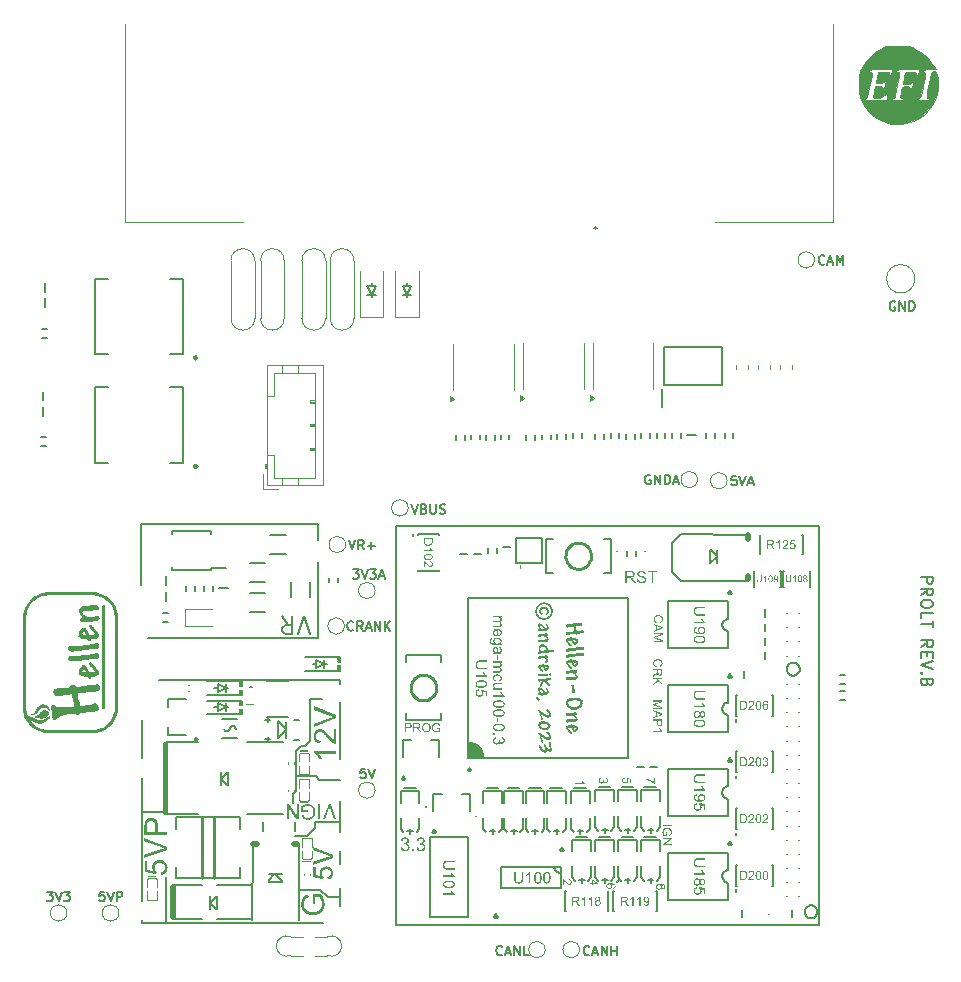
<source format=gto>
G75*
G70*
%OFA0B0*%
%FSLAX25Y25*%
%IPPOS*%
%LPD*%
%AMOC8*
5,1,8,0,0,1.08239X$1,22.5*
%
%ADD10C,0.00787*%
%ADD101C,0.01575*%
%ADD132C,0.00300*%
%ADD133C,0.01000*%
%ADD134C,0.00500*%
%ADD49C,0.00591*%
%ADD52C,0.00472*%
%ADD55C,0.00800*%
%ADD56C,0.00984*%
%ADD57C,0.00669*%
%ADD58C,0.00394*%
%ADD59C,0.00390*%
%ADD60C,0.00010*%
%ADD61C,0.00000*%
%ADD66C,0.01968*%
X0000000Y0000000D02*
%LPD*%
G01*
D49*
X0115405Y0133093D02*
X0117355Y0133093D01*
X0117355Y0133093D02*
X0116305Y0131893D01*
X0116305Y0131893D02*
X0116755Y0131893D01*
X0116755Y0131893D02*
X0117055Y0131743D01*
X0117055Y0131743D02*
X0117205Y0131594D01*
X0117205Y0131594D02*
X0117355Y0131294D01*
X0117355Y0131294D02*
X0117355Y0130544D01*
X0117355Y0130544D02*
X0117205Y0130244D01*
X0117205Y0130244D02*
X0117055Y0130094D01*
X0117055Y0130094D02*
X0116755Y0129944D01*
X0116755Y0129944D02*
X0115855Y0129944D01*
X0115855Y0129944D02*
X0115555Y0130094D01*
X0115555Y0130094D02*
X0115405Y0130244D01*
X0118255Y0133093D02*
X0119305Y0129944D01*
X0119305Y0129944D02*
X0120355Y0133093D01*
X0121105Y0133093D02*
X0123054Y0133093D01*
X0123054Y0133093D02*
X0122005Y0131893D01*
X0122005Y0131893D02*
X0122455Y0131893D01*
X0122455Y0131893D02*
X0122754Y0131743D01*
X0122754Y0131743D02*
X0122904Y0131594D01*
X0122904Y0131594D02*
X0123054Y0131294D01*
X0123054Y0131294D02*
X0123054Y0130544D01*
X0123054Y0130544D02*
X0122904Y0130244D01*
X0122904Y0130244D02*
X0122754Y0130094D01*
X0122754Y0130094D02*
X0122455Y0129944D01*
X0122455Y0129944D02*
X0121555Y0129944D01*
X0121555Y0129944D02*
X0121255Y0130094D01*
X0121255Y0130094D02*
X0121105Y0130244D01*
X0124254Y0130844D02*
X0125754Y0130844D01*
X0123954Y0129944D02*
X0125004Y0133093D01*
X0125004Y0133093D02*
X0126054Y0129944D01*
X0194277Y0004653D02*
X0194127Y0004503D01*
X0194127Y0004503D02*
X0193677Y0004353D01*
X0193677Y0004353D02*
X0193377Y0004353D01*
X0193377Y0004353D02*
X0192927Y0004503D01*
X0192927Y0004503D02*
X0192627Y0004803D01*
X0192627Y0004803D02*
X0192477Y0005103D01*
X0192477Y0005103D02*
X0192327Y0005703D01*
X0192327Y0005703D02*
X0192327Y0006153D01*
X0192327Y0006153D02*
X0192477Y0006753D01*
X0192477Y0006753D02*
X0192627Y0007053D01*
X0192627Y0007053D02*
X0192927Y0007353D01*
X0192927Y0007353D02*
X0193377Y0007503D01*
X0193377Y0007503D02*
X0193677Y0007503D01*
X0193677Y0007503D02*
X0194127Y0007353D01*
X0194127Y0007353D02*
X0194277Y0007203D01*
X0195477Y0005253D02*
X0196976Y0005253D01*
X0195177Y0004353D02*
X0196227Y0007503D01*
X0196227Y0007503D02*
X0197276Y0004353D01*
X0198326Y0004353D02*
X0198326Y0007503D01*
X0198326Y0007503D02*
X0200126Y0004353D01*
X0200126Y0004353D02*
X0200126Y0007503D01*
X0201626Y0004353D02*
X0201626Y0007503D01*
X0201626Y0006003D02*
X0203426Y0006003D01*
X0203426Y0004353D02*
X0203426Y0007503D01*
X0032559Y0025613D02*
X0031060Y0025613D01*
X0031060Y0025613D02*
X0030910Y0024113D01*
X0030910Y0024113D02*
X0031060Y0024263D01*
X0031060Y0024263D02*
X0031360Y0024413D01*
X0031360Y0024413D02*
X0032110Y0024413D01*
X0032110Y0024413D02*
X0032410Y0024263D01*
X0032410Y0024263D02*
X0032559Y0024113D01*
X0032559Y0024113D02*
X0032709Y0023813D01*
X0032709Y0023813D02*
X0032709Y0023063D01*
X0032709Y0023063D02*
X0032559Y0022763D01*
X0032559Y0022763D02*
X0032410Y0022613D01*
X0032410Y0022613D02*
X0032110Y0022463D01*
X0032110Y0022463D02*
X0031360Y0022463D01*
X0031360Y0022463D02*
X0031060Y0022613D01*
X0031060Y0022613D02*
X0030910Y0022763D01*
X0033609Y0025613D02*
X0034659Y0022463D01*
X0034659Y0022463D02*
X0035709Y0025613D01*
X0036759Y0022463D02*
X0036759Y0025613D01*
X0036759Y0025613D02*
X0037959Y0025613D01*
X0037959Y0025613D02*
X0038259Y0025463D01*
X0038259Y0025463D02*
X0038409Y0025313D01*
X0038409Y0025313D02*
X0038559Y0025013D01*
X0038559Y0025013D02*
X0038559Y0024563D01*
X0038559Y0024563D02*
X0038409Y0024263D01*
X0038409Y0024263D02*
X0038259Y0024113D01*
X0038259Y0024113D02*
X0037959Y0023963D01*
X0037959Y0023963D02*
X0036759Y0023963D01*
X0296095Y0222313D02*
X0295795Y0222463D01*
X0295795Y0222463D02*
X0295345Y0222463D01*
X0295345Y0222463D02*
X0294895Y0222313D01*
X0294895Y0222313D02*
X0294595Y0222013D01*
X0294595Y0222013D02*
X0294446Y0221714D01*
X0294446Y0221714D02*
X0294296Y0221114D01*
X0294296Y0221114D02*
X0294296Y0220664D01*
X0294296Y0220664D02*
X0294446Y0220064D01*
X0294446Y0220064D02*
X0294595Y0219764D01*
X0294595Y0219764D02*
X0294895Y0219464D01*
X0294895Y0219464D02*
X0295345Y0219314D01*
X0295345Y0219314D02*
X0295645Y0219314D01*
X0295645Y0219314D02*
X0296095Y0219464D01*
X0296095Y0219464D02*
X0296245Y0219614D01*
X0296245Y0219614D02*
X0296245Y0220664D01*
X0296245Y0220664D02*
X0295645Y0220664D01*
X0297595Y0219314D02*
X0297595Y0222463D01*
X0297595Y0222463D02*
X0299395Y0219314D01*
X0299395Y0219314D02*
X0299395Y0222463D01*
X0300895Y0219314D02*
X0300895Y0222463D01*
X0300895Y0222463D02*
X0301645Y0222463D01*
X0301645Y0222463D02*
X0302095Y0222313D01*
X0302095Y0222313D02*
X0302395Y0222013D01*
X0302395Y0222013D02*
X0302544Y0221714D01*
X0302544Y0221714D02*
X0302694Y0221114D01*
X0302694Y0221114D02*
X0302694Y0220664D01*
X0302694Y0220664D02*
X0302544Y0220064D01*
X0302544Y0220064D02*
X0302395Y0219764D01*
X0302395Y0219764D02*
X0302095Y0219464D01*
X0302095Y0219464D02*
X0301645Y0219314D01*
X0301645Y0219314D02*
X0300895Y0219314D01*
X0243189Y0164196D02*
X0241690Y0164196D01*
X0241690Y0164196D02*
X0241540Y0162696D01*
X0241540Y0162696D02*
X0241690Y0162846D01*
X0241690Y0162846D02*
X0241990Y0162996D01*
X0241990Y0162996D02*
X0242739Y0162996D01*
X0242739Y0162996D02*
X0243039Y0162846D01*
X0243039Y0162846D02*
X0243189Y0162696D01*
X0243189Y0162696D02*
X0243339Y0162396D01*
X0243339Y0162396D02*
X0243339Y0161646D01*
X0243339Y0161646D02*
X0243189Y0161346D01*
X0243189Y0161346D02*
X0243039Y0161196D01*
X0243039Y0161196D02*
X0242739Y0161046D01*
X0242739Y0161046D02*
X0241990Y0161046D01*
X0241990Y0161046D02*
X0241690Y0161196D01*
X0241690Y0161196D02*
X0241540Y0161346D01*
X0244239Y0164196D02*
X0245289Y0161046D01*
X0245289Y0161046D02*
X0246339Y0164196D01*
X0247239Y0161946D02*
X0248739Y0161946D01*
X0246939Y0161046D02*
X0247989Y0164196D01*
X0247989Y0164196D02*
X0249039Y0161046D01*
X0304843Y0130564D02*
X0308780Y0130564D01*
X0308780Y0130564D02*
X0308780Y0129064D01*
X0308780Y0129064D02*
X0308593Y0128689D01*
X0308593Y0128689D02*
X0308405Y0128502D01*
X0308405Y0128502D02*
X0308030Y0128314D01*
X0308030Y0128314D02*
X0307468Y0128314D01*
X0307468Y0128314D02*
X0307093Y0128502D01*
X0307093Y0128502D02*
X0306905Y0128689D01*
X0306905Y0128689D02*
X0306718Y0129064D01*
X0306718Y0129064D02*
X0306718Y0130564D01*
X0304843Y0124377D02*
X0306718Y0125689D01*
X0304843Y0126627D02*
X0308780Y0126627D01*
X0308780Y0126627D02*
X0308780Y0125127D01*
X0308780Y0125127D02*
X0308593Y0124752D01*
X0308593Y0124752D02*
X0308405Y0124565D01*
X0308405Y0124565D02*
X0308030Y0124377D01*
X0308030Y0124377D02*
X0307468Y0124377D01*
X0307468Y0124377D02*
X0307093Y0124565D01*
X0307093Y0124565D02*
X0306905Y0124752D01*
X0306905Y0124752D02*
X0306718Y0125127D01*
X0306718Y0125127D02*
X0306718Y0126627D01*
X0308780Y0121940D02*
X0308780Y0121190D01*
X0308780Y0121190D02*
X0308593Y0120815D01*
X0308593Y0120815D02*
X0308218Y0120440D01*
X0308218Y0120440D02*
X0307468Y0120253D01*
X0307468Y0120253D02*
X0306156Y0120253D01*
X0306156Y0120253D02*
X0305406Y0120440D01*
X0305406Y0120440D02*
X0305031Y0120815D01*
X0305031Y0120815D02*
X0304843Y0121190D01*
X0304843Y0121190D02*
X0304843Y0121940D01*
X0304843Y0121940D02*
X0305031Y0122315D01*
X0305031Y0122315D02*
X0305406Y0122690D01*
X0305406Y0122690D02*
X0306156Y0122877D01*
X0306156Y0122877D02*
X0307468Y0122877D01*
X0307468Y0122877D02*
X0308218Y0122690D01*
X0308218Y0122690D02*
X0308593Y0122315D01*
X0308593Y0122315D02*
X0308780Y0121940D01*
X0304843Y0116691D02*
X0304843Y0118565D01*
X0304843Y0118565D02*
X0308780Y0118565D01*
X0308780Y0115941D02*
X0308780Y0113691D01*
X0304843Y0114816D02*
X0308780Y0114816D01*
X0304843Y0107129D02*
X0306718Y0108442D01*
X0304843Y0109379D02*
X0308780Y0109379D01*
X0308780Y0109379D02*
X0308780Y0107879D01*
X0308780Y0107879D02*
X0308593Y0107504D01*
X0308593Y0107504D02*
X0308405Y0107317D01*
X0308405Y0107317D02*
X0308030Y0107129D01*
X0308030Y0107129D02*
X0307468Y0107129D01*
X0307468Y0107129D02*
X0307093Y0107317D01*
X0307093Y0107317D02*
X0306905Y0107504D01*
X0306905Y0107504D02*
X0306718Y0107879D01*
X0306718Y0107879D02*
X0306718Y0109379D01*
X0306905Y0105442D02*
X0306905Y0104130D01*
X0304843Y0103567D02*
X0304843Y0105442D01*
X0304843Y0105442D02*
X0308780Y0105442D01*
X0308780Y0105442D02*
X0308780Y0103567D01*
X0308780Y0102442D02*
X0304843Y0101130D01*
X0304843Y0101130D02*
X0308780Y0099818D01*
X0305218Y0098505D02*
X0305031Y0098318D01*
X0305031Y0098318D02*
X0304843Y0098505D01*
X0304843Y0098505D02*
X0305031Y0098693D01*
X0305031Y0098693D02*
X0305218Y0098505D01*
X0305218Y0098505D02*
X0304843Y0098505D01*
X0306905Y0095318D02*
X0306718Y0094756D01*
X0306718Y0094756D02*
X0306531Y0094568D01*
X0306531Y0094568D02*
X0306156Y0094381D01*
X0306156Y0094381D02*
X0305593Y0094381D01*
X0305593Y0094381D02*
X0305218Y0094568D01*
X0305218Y0094568D02*
X0305031Y0094756D01*
X0305031Y0094756D02*
X0304843Y0095131D01*
X0304843Y0095131D02*
X0304843Y0096631D01*
X0304843Y0096631D02*
X0308780Y0096631D01*
X0308780Y0096631D02*
X0308780Y0095318D01*
X0308780Y0095318D02*
X0308593Y0094943D01*
X0308593Y0094943D02*
X0308405Y0094756D01*
X0308405Y0094756D02*
X0308030Y0094568D01*
X0308030Y0094568D02*
X0307655Y0094568D01*
X0307655Y0094568D02*
X0307280Y0094756D01*
X0307280Y0094756D02*
X0307093Y0094943D01*
X0307093Y0094943D02*
X0306905Y0095318D01*
X0306905Y0095318D02*
X0306905Y0096631D01*
X0272623Y0234968D02*
X0272473Y0234818D01*
X0272473Y0234818D02*
X0272023Y0234668D01*
X0272023Y0234668D02*
X0271723Y0234668D01*
X0271723Y0234668D02*
X0271273Y0234818D01*
X0271273Y0234818D02*
X0270973Y0235118D01*
X0270973Y0235118D02*
X0270823Y0235418D01*
X0270823Y0235418D02*
X0270673Y0236018D01*
X0270673Y0236018D02*
X0270673Y0236468D01*
X0270673Y0236468D02*
X0270823Y0237068D01*
X0270823Y0237068D02*
X0270973Y0237368D01*
X0270973Y0237368D02*
X0271273Y0237668D01*
X0271273Y0237668D02*
X0271723Y0237818D01*
X0271723Y0237818D02*
X0272023Y0237818D01*
X0272023Y0237818D02*
X0272473Y0237668D01*
X0272473Y0237668D02*
X0272623Y0237518D01*
X0273823Y0235568D02*
X0275323Y0235568D01*
X0273523Y0234668D02*
X0274573Y0237818D01*
X0274573Y0237818D02*
X0275623Y0234668D01*
X0276673Y0234668D02*
X0276673Y0237818D01*
X0276673Y0237818D02*
X0277723Y0235568D01*
X0277723Y0235568D02*
X0278772Y0237818D01*
X0278772Y0237818D02*
X0278772Y0234668D01*
X0115537Y0112921D02*
X0115387Y0112771D01*
X0115387Y0112771D02*
X0114937Y0112621D01*
X0114937Y0112621D02*
X0114637Y0112621D01*
X0114637Y0112621D02*
X0114187Y0112771D01*
X0114187Y0112771D02*
X0113887Y0113071D01*
X0113887Y0113071D02*
X0113737Y0113371D01*
X0113737Y0113371D02*
X0113587Y0113971D01*
X0113587Y0113971D02*
X0113587Y0114421D01*
X0113587Y0114421D02*
X0113737Y0115021D01*
X0113737Y0115021D02*
X0113887Y0115321D01*
X0113887Y0115321D02*
X0114187Y0115621D01*
X0114187Y0115621D02*
X0114637Y0115770D01*
X0114637Y0115770D02*
X0114937Y0115770D01*
X0114937Y0115770D02*
X0115387Y0115621D01*
X0115387Y0115621D02*
X0115537Y0115471D01*
X0118686Y0112621D02*
X0117636Y0114121D01*
X0116886Y0112621D02*
X0116886Y0115770D01*
X0116886Y0115770D02*
X0118086Y0115770D01*
X0118086Y0115770D02*
X0118386Y0115621D01*
X0118386Y0115621D02*
X0118536Y0115471D01*
X0118536Y0115471D02*
X0118686Y0115171D01*
X0118686Y0115171D02*
X0118686Y0114721D01*
X0118686Y0114721D02*
X0118536Y0114421D01*
X0118536Y0114421D02*
X0118386Y0114271D01*
X0118386Y0114271D02*
X0118086Y0114121D01*
X0118086Y0114121D02*
X0116886Y0114121D01*
X0119886Y0113521D02*
X0121386Y0113521D01*
X0119586Y0112621D02*
X0120636Y0115770D01*
X0120636Y0115770D02*
X0121686Y0112621D01*
X0122736Y0112621D02*
X0122736Y0115770D01*
X0122736Y0115770D02*
X0124536Y0112621D01*
X0124536Y0112621D02*
X0124536Y0115770D01*
X0126035Y0112621D02*
X0126035Y0115770D01*
X0127835Y0112621D02*
X0126485Y0114421D01*
X0127835Y0115770D02*
X0126035Y0113971D01*
X0114074Y0142936D02*
X0115124Y0139786D01*
X0115124Y0139786D02*
X0116174Y0142936D01*
X0119024Y0139786D02*
X0117974Y0141286D01*
X0117224Y0139786D02*
X0117224Y0142936D01*
X0117224Y0142936D02*
X0118424Y0142936D01*
X0118424Y0142936D02*
X0118724Y0142786D01*
X0118724Y0142786D02*
X0118874Y0142636D01*
X0118874Y0142636D02*
X0119024Y0142336D01*
X0119024Y0142336D02*
X0119024Y0141886D01*
X0119024Y0141886D02*
X0118874Y0141586D01*
X0118874Y0141586D02*
X0118724Y0141436D01*
X0118724Y0141436D02*
X0118424Y0141286D01*
X0118424Y0141286D02*
X0117224Y0141286D01*
X0120374Y0140986D02*
X0122773Y0140986D01*
X0121573Y0139786D02*
X0121573Y0142186D01*
X0013437Y0025613D02*
X0015387Y0025613D01*
X0015387Y0025613D02*
X0014337Y0024413D01*
X0014337Y0024413D02*
X0014787Y0024413D01*
X0014787Y0024413D02*
X0015087Y0024263D01*
X0015087Y0024263D02*
X0015237Y0024113D01*
X0015237Y0024113D02*
X0015387Y0023813D01*
X0015387Y0023813D02*
X0015387Y0023063D01*
X0015387Y0023063D02*
X0015237Y0022763D01*
X0015237Y0022763D02*
X0015087Y0022613D01*
X0015087Y0022613D02*
X0014787Y0022463D01*
X0014787Y0022463D02*
X0013887Y0022463D01*
X0013887Y0022463D02*
X0013587Y0022613D01*
X0013587Y0022613D02*
X0013437Y0022763D01*
X0016287Y0025613D02*
X0017336Y0022463D01*
X0017336Y0022463D02*
X0018386Y0025613D01*
X0019136Y0025613D02*
X0021086Y0025613D01*
X0021086Y0025613D02*
X0020036Y0024413D01*
X0020036Y0024413D02*
X0020486Y0024413D01*
X0020486Y0024413D02*
X0020786Y0024263D01*
X0020786Y0024263D02*
X0020936Y0024113D01*
X0020936Y0024113D02*
X0021086Y0023813D01*
X0021086Y0023813D02*
X0021086Y0023063D01*
X0021086Y0023063D02*
X0020936Y0022763D01*
X0020936Y0022763D02*
X0020786Y0022613D01*
X0020786Y0022613D02*
X0020486Y0022463D01*
X0020486Y0022463D02*
X0019586Y0022463D01*
X0019586Y0022463D02*
X0019286Y0022613D01*
X0019286Y0022613D02*
X0019136Y0022763D01*
X0214599Y0164439D02*
X0214299Y0164589D01*
X0214299Y0164589D02*
X0213849Y0164589D01*
X0213849Y0164589D02*
X0213399Y0164439D01*
X0213399Y0164439D02*
X0213099Y0164139D01*
X0213099Y0164139D02*
X0212949Y0163839D01*
X0212949Y0163839D02*
X0212799Y0163240D01*
X0212799Y0163240D02*
X0212799Y0162790D01*
X0212799Y0162790D02*
X0212949Y0162190D01*
X0212949Y0162190D02*
X0213099Y0161890D01*
X0213099Y0161890D02*
X0213399Y0161590D01*
X0213399Y0161590D02*
X0213849Y0161440D01*
X0213849Y0161440D02*
X0214149Y0161440D01*
X0214149Y0161440D02*
X0214599Y0161590D01*
X0214599Y0161590D02*
X0214749Y0161740D01*
X0214749Y0161740D02*
X0214749Y0162790D01*
X0214749Y0162790D02*
X0214149Y0162790D01*
X0216099Y0161440D02*
X0216099Y0164589D01*
X0216099Y0164589D02*
X0217899Y0161440D01*
X0217899Y0161440D02*
X0217899Y0164589D01*
X0219399Y0161440D02*
X0219399Y0164589D01*
X0219399Y0164589D02*
X0220149Y0164589D01*
X0220149Y0164589D02*
X0220598Y0164439D01*
X0220598Y0164439D02*
X0220898Y0164139D01*
X0220898Y0164139D02*
X0221048Y0163839D01*
X0221048Y0163839D02*
X0221198Y0163240D01*
X0221198Y0163240D02*
X0221198Y0162790D01*
X0221198Y0162790D02*
X0221048Y0162190D01*
X0221048Y0162190D02*
X0220898Y0161890D01*
X0220898Y0161890D02*
X0220598Y0161590D01*
X0220598Y0161590D02*
X0220149Y0161440D01*
X0220149Y0161440D02*
X0219399Y0161440D01*
X0222398Y0162340D02*
X0223898Y0162340D01*
X0222098Y0161440D02*
X0223148Y0164589D01*
X0223148Y0164589D02*
X0224198Y0161440D01*
X0134940Y0154747D02*
X0135990Y0151597D01*
X0135990Y0151597D02*
X0137040Y0154747D01*
X0139140Y0153247D02*
X0139590Y0153097D01*
X0139590Y0153097D02*
X0139740Y0152947D01*
X0139740Y0152947D02*
X0139890Y0152647D01*
X0139890Y0152647D02*
X0139890Y0152197D01*
X0139890Y0152197D02*
X0139740Y0151897D01*
X0139740Y0151897D02*
X0139590Y0151747D01*
X0139590Y0151747D02*
X0139290Y0151597D01*
X0139290Y0151597D02*
X0138090Y0151597D01*
X0138090Y0151597D02*
X0138090Y0154747D01*
X0138090Y0154747D02*
X0139140Y0154747D01*
X0139140Y0154747D02*
X0139440Y0154597D01*
X0139440Y0154597D02*
X0139590Y0154447D01*
X0139590Y0154447D02*
X0139740Y0154147D01*
X0139740Y0154147D02*
X0139740Y0153847D01*
X0139740Y0153847D02*
X0139590Y0153547D01*
X0139590Y0153547D02*
X0139440Y0153397D01*
X0139440Y0153397D02*
X0139140Y0153247D01*
X0139140Y0153247D02*
X0138090Y0153247D01*
X0141240Y0154747D02*
X0141240Y0152197D01*
X0141240Y0152197D02*
X0141390Y0151897D01*
X0141390Y0151897D02*
X0141540Y0151747D01*
X0141540Y0151747D02*
X0141840Y0151597D01*
X0141840Y0151597D02*
X0142440Y0151597D01*
X0142440Y0151597D02*
X0142739Y0151747D01*
X0142739Y0151747D02*
X0142889Y0151897D01*
X0142889Y0151897D02*
X0143039Y0152197D01*
X0143039Y0152197D02*
X0143039Y0154747D01*
X0144389Y0151747D02*
X0144839Y0151597D01*
X0144839Y0151597D02*
X0145589Y0151597D01*
X0145589Y0151597D02*
X0145889Y0151747D01*
X0145889Y0151747D02*
X0146039Y0151897D01*
X0146039Y0151897D02*
X0146189Y0152197D01*
X0146189Y0152197D02*
X0146189Y0152497D01*
X0146189Y0152497D02*
X0146039Y0152797D01*
X0146039Y0152797D02*
X0145889Y0152947D01*
X0145889Y0152947D02*
X0145589Y0153097D01*
X0145589Y0153097D02*
X0144989Y0153247D01*
X0144989Y0153247D02*
X0144689Y0153397D01*
X0144689Y0153397D02*
X0144539Y0153547D01*
X0144539Y0153547D02*
X0144389Y0153847D01*
X0144389Y0153847D02*
X0144389Y0154147D01*
X0144389Y0154147D02*
X0144539Y0154447D01*
X0144539Y0154447D02*
X0144689Y0154597D01*
X0144689Y0154597D02*
X0144989Y0154747D01*
X0144989Y0154747D02*
X0145739Y0154747D01*
X0145739Y0154747D02*
X0146189Y0154597D01*
X0165143Y0004653D02*
X0164993Y0004503D01*
X0164993Y0004503D02*
X0164543Y0004353D01*
X0164543Y0004353D02*
X0164243Y0004353D01*
X0164243Y0004353D02*
X0163793Y0004503D01*
X0163793Y0004503D02*
X0163493Y0004803D01*
X0163493Y0004803D02*
X0163343Y0005103D01*
X0163343Y0005103D02*
X0163193Y0005703D01*
X0163193Y0005703D02*
X0163193Y0006153D01*
X0163193Y0006153D02*
X0163343Y0006753D01*
X0163343Y0006753D02*
X0163493Y0007053D01*
X0163493Y0007053D02*
X0163793Y0007353D01*
X0163793Y0007353D02*
X0164243Y0007503D01*
X0164243Y0007503D02*
X0164543Y0007503D01*
X0164543Y0007503D02*
X0164993Y0007353D01*
X0164993Y0007353D02*
X0165143Y0007203D01*
X0166343Y0005253D02*
X0167843Y0005253D01*
X0166043Y0004353D02*
X0167093Y0007503D01*
X0167093Y0007503D02*
X0168143Y0004353D01*
X0169192Y0004353D02*
X0169192Y0007503D01*
X0169192Y0007503D02*
X0170992Y0004353D01*
X0170992Y0004353D02*
X0170992Y0007503D01*
X0173992Y0004353D02*
X0172492Y0004353D01*
X0172492Y0004353D02*
X0172492Y0007503D01*
X0119567Y0066558D02*
X0118068Y0066558D01*
X0118068Y0066558D02*
X0117918Y0065058D01*
X0117918Y0065058D02*
X0118068Y0065208D01*
X0118068Y0065208D02*
X0118368Y0065358D01*
X0118368Y0065358D02*
X0119117Y0065358D01*
X0119117Y0065358D02*
X0119417Y0065208D01*
X0119417Y0065208D02*
X0119567Y0065058D01*
X0119567Y0065058D02*
X0119717Y0064758D01*
X0119717Y0064758D02*
X0119717Y0064008D01*
X0119717Y0064008D02*
X0119567Y0063708D01*
X0119567Y0063708D02*
X0119417Y0063558D01*
X0119417Y0063558D02*
X0119117Y0063408D01*
X0119117Y0063408D02*
X0118368Y0063408D01*
X0118368Y0063408D02*
X0118068Y0063558D01*
X0118068Y0063558D02*
X0117918Y0063708D01*
X0120617Y0066558D02*
X0121667Y0063408D01*
X0121667Y0063408D02*
X0122717Y0066558D01*
D55*
X0149862Y0176273D02*
X0149862Y0177848D01*
X0152799Y0176269D02*
X0152799Y0177844D01*
D52*
X0112992Y0141339D02*
G75*
G02*
X0107480Y0141339I-002756J0000000D01*
G01*
X0107480Y0141339D02*
G75*
G02*
X0112992Y0141339I0002756J0000000D01*
G01*
D10*
X0226831Y0177756D02*
X0229783Y0177756D01*
D55*
X0211532Y0178351D02*
X0211532Y0176776D01*
X0214468Y0178346D02*
X0214468Y0176772D01*
D10*
X0012244Y0192323D02*
X0012244Y0189370D01*
D55*
X0279528Y0089469D02*
X0277953Y0089469D01*
X0279532Y0092405D02*
X0277957Y0092405D01*
X0201296Y0178351D02*
X0201296Y0176776D01*
X0204232Y0178346D02*
X0204232Y0176772D01*
D52*
X0107874Y0235827D02*
X0107874Y0216732D01*
X0115748Y0235827D02*
X0115748Y0216732D01*
X0107874Y0236024D02*
G75*
G02*
X0115748Y0236024I0003937J0000000D01*
G01*
X0115748Y0216732D02*
G75*
G02*
X0107874Y0216732I-003937J0000000D01*
G01*
X0020079Y0018504D02*
G75*
G02*
X0014567Y0018504I-002756J0000000D01*
G01*
X0014567Y0018504D02*
G75*
G02*
X0020079Y0018504I0002756J0000000D01*
G01*
X0195433Y0200787D02*
X0195433Y0208465D01*
X0195433Y0200787D02*
X0195433Y0193110D01*
X0215591Y0200787D02*
X0215591Y0208465D01*
X0215591Y0200787D02*
X0215591Y0193110D01*
X0195807Y0190157D02*
X0194508Y0189213D01*
X0194508Y0191102D01*
X0195807Y0190157D01*
G36*
X0195807Y0190157D02*
G01*
X0194508Y0189213D01*
X0194508Y0191102D01*
X0195807Y0190157D01*
G37*
D10*
X0218583Y0187205D02*
X0218583Y0193209D01*
X0219094Y0207185D02*
X0238386Y0207185D01*
X0219094Y0194587D02*
X0219094Y0207185D01*
X0238386Y0207185D02*
X0238386Y0194587D01*
X0238386Y0194587D02*
X0219094Y0194587D01*
D55*
X0012992Y0174114D02*
X0011417Y0174114D01*
X0012996Y0177051D02*
X0011421Y0177051D01*
D10*
X0012638Y0228543D02*
X0012638Y0225591D01*
D55*
X0277949Y0094997D02*
X0279523Y0094997D01*
X0277953Y0097933D02*
X0279528Y0097933D01*
D52*
X0037402Y0018504D02*
G75*
G02*
X0031890Y0018504I-002756J0000000D01*
G01*
X0031890Y0018504D02*
G75*
G02*
X0037402Y0018504I0002756J0000000D01*
G01*
D10*
X0029331Y0193701D02*
X0033858Y0193701D01*
X0029331Y0168504D02*
X0029331Y0193701D01*
X0033858Y0168504D02*
X0029331Y0168504D01*
X0054331Y0193701D02*
X0058858Y0193701D01*
X0058858Y0193701D02*
X0058858Y0168504D01*
X0058858Y0168504D02*
X0054331Y0168504D01*
D56*
X0063484Y0167323D02*
G75*
G02*
X0062500Y0167323I-000492J0000000D01*
G01*
X0062500Y0167323D02*
G75*
G02*
X0063484Y0167323I0000492J0000000D01*
G01*
D57*
X0103144Y0103002D02*
X0103144Y0100246D01*
X0103144Y0101624D02*
X0101963Y0101624D01*
X0105900Y0103002D02*
X0105900Y0100246D01*
X0105900Y0101624D02*
X0103144Y0103002D01*
X0105900Y0101624D02*
X0103144Y0100246D01*
X0106687Y0101624D02*
X0105900Y0101624D01*
D49*
X0110624Y0103789D02*
X0110628Y0102230D01*
X0110624Y0101018D02*
X0110624Y0099262D01*
X0111128Y0103888D02*
X0099600Y0103888D01*
X0111128Y0103888D02*
X0111128Y0102230D01*
X0111128Y0102624D02*
X0110624Y0102624D01*
X0111128Y0101018D02*
X0111128Y0099262D01*
X0111128Y0100624D02*
X0110628Y0100624D01*
X0111128Y0099262D02*
X0099600Y0099262D01*
D52*
X0230315Y0162992D02*
G75*
G02*
X0224803Y0162992I-002756J0000000D01*
G01*
X0224803Y0162992D02*
G75*
G02*
X0230315Y0162992I0002756J0000000D01*
G01*
D10*
X0012244Y0187205D02*
X0012244Y0184252D01*
D55*
X0107579Y0128740D02*
X0107579Y0130315D01*
X0110515Y0128736D02*
X0110515Y0130311D01*
D52*
X0085591Y0164921D02*
X0085591Y0160000D01*
X0085591Y0160000D02*
X0090512Y0160000D01*
X0085984Y0168110D02*
X0085984Y0166929D01*
X0085984Y0166929D02*
X0086772Y0166929D01*
X0086378Y0168110D02*
X0086378Y0166929D01*
X0086772Y0201024D02*
X0086772Y0161181D01*
X0086772Y0171260D02*
X0089173Y0171260D01*
X0086772Y0168110D02*
X0085984Y0168110D01*
X0086772Y0161181D02*
X0105354Y0161181D01*
X0089173Y0198622D02*
X0089173Y0190945D01*
X0089173Y0190945D02*
X0086772Y0190945D01*
X0089173Y0171260D02*
X0089173Y0163583D01*
X0089173Y0163583D02*
X0102953Y0163583D01*
X0091929Y0201024D02*
X0091929Y0198622D01*
X0091929Y0161181D02*
X0091929Y0163583D01*
X0097047Y0201024D02*
X0097047Y0198622D01*
X0097047Y0161181D02*
X0097047Y0163583D01*
X0100984Y0189370D02*
X0102953Y0189370D01*
X0100984Y0188583D02*
X0100984Y0189370D01*
X0100984Y0181496D02*
X0102953Y0181496D01*
X0100984Y0180709D02*
X0100984Y0181496D01*
X0100984Y0173622D02*
X0102953Y0173622D01*
X0100984Y0172835D02*
X0100984Y0173622D01*
X0102953Y0198622D02*
X0089173Y0198622D01*
X0102953Y0188976D02*
X0100984Y0188976D01*
X0102953Y0188583D02*
X0100984Y0188583D01*
X0102953Y0181102D02*
X0100984Y0181102D01*
X0102953Y0180709D02*
X0100984Y0180709D01*
X0102953Y0173228D02*
X0100984Y0173228D01*
X0102953Y0172835D02*
X0100984Y0172835D01*
X0102953Y0163583D02*
X0102953Y0198622D01*
X0105354Y0201024D02*
X0086772Y0201024D01*
X0105354Y0161181D02*
X0105354Y0201024D01*
D10*
X0129921Y0014567D02*
X0129921Y0147638D01*
X0270866Y0147638D02*
X0129921Y0147638D01*
X0270866Y0014567D02*
X0129921Y0014567D01*
X0270866Y0014567D02*
X0270866Y0147638D01*
D55*
X0206398Y0176673D02*
X0206398Y0178248D01*
X0209334Y0176669D02*
X0209334Y0178244D01*
D52*
X0112598Y0114173D02*
G75*
G02*
X0107087Y0114173I-002756J0000000D01*
G01*
X0107087Y0114173D02*
G75*
G02*
X0112598Y0114173I0002756J0000000D01*
G01*
D55*
X0216634Y0176870D02*
X0216634Y0178445D01*
X0219570Y0176866D02*
X0219570Y0178441D01*
X0173248Y0176280D02*
X0173248Y0177854D01*
X0176184Y0176275D02*
X0176184Y0177850D01*
X0154839Y0177957D02*
X0154839Y0176382D01*
X0157776Y0177953D02*
X0157776Y0176378D01*
D52*
X0122835Y0125984D02*
G75*
G02*
X0117323Y0125984I-002756J0000000D01*
G01*
X0117323Y0125984D02*
G75*
G02*
X0122835Y0125984I0002756J0000000D01*
G01*
D58*
X0039370Y0248819D02*
X0078740Y0248819D01*
X0039496Y0314961D02*
X0039370Y0248819D01*
D10*
X0195866Y0246850D02*
X0195866Y0246850D01*
X0196654Y0246850D02*
X0196654Y0246850D01*
D58*
X0236220Y0248819D02*
X0275413Y0248819D01*
X0275413Y0248819D02*
X0275413Y0314961D01*
X0275413Y0341929D02*
D10*
X0195866Y0246850D02*
G75*
G02*
X0196654Y0246850I0000394J0000000D01*
G01*
X0196654Y0246850D02*
G75*
G02*
X0195866Y0246850I-000394J0000000D01*
G01*
X0029331Y0229921D02*
X0033858Y0229921D01*
X0029331Y0204724D02*
X0029331Y0229921D01*
X0033858Y0204724D02*
X0029331Y0204724D01*
X0054331Y0229921D02*
X0058858Y0229921D01*
X0058858Y0229921D02*
X0058858Y0204724D01*
X0058858Y0204724D02*
X0054331Y0204724D01*
D56*
X0063484Y0203543D02*
G75*
G02*
X0062500Y0203543I-000492J0000000D01*
G01*
X0062500Y0203543D02*
G75*
G02*
X0063484Y0203543I0000492J0000000D01*
G01*
D52*
X0190945Y0006299D02*
G75*
G02*
X0185433Y0006299I-002756J0000000D01*
G01*
X0185433Y0006299D02*
G75*
G02*
X0190945Y0006299I0002756J0000000D01*
G01*
X0179528Y0006299D02*
G75*
G02*
X0174016Y0006299I-002756J0000000D01*
G01*
X0174016Y0006299D02*
G75*
G02*
X0179528Y0006299I0002756J0000000D01*
G01*
X0269291Y0236220D02*
G75*
G02*
X0263780Y0236220I-002756J0000000D01*
G01*
X0263780Y0236220D02*
G75*
G02*
X0269291Y0236220I0002756J0000000D01*
G01*
X0250610Y0201182D02*
X0250610Y0199900D01*
X0254626Y0201182D02*
X0254626Y0199900D01*
X0148878Y0200591D02*
X0148878Y0208268D01*
X0148878Y0200591D02*
X0148878Y0192913D01*
X0169035Y0200591D02*
X0169035Y0208268D01*
X0169035Y0200591D02*
X0169035Y0192913D01*
X0149252Y0189961D02*
X0147953Y0189016D01*
X0147953Y0190906D01*
X0149252Y0189961D01*
G36*
X0149252Y0189961D02*
G01*
X0147953Y0189016D01*
X0147953Y0190906D01*
X0149252Y0189961D01*
G37*
X0084646Y0235827D02*
X0084646Y0216732D01*
X0092520Y0235827D02*
X0092520Y0216732D01*
X0084646Y0236024D02*
G75*
G02*
X0092520Y0236024I0003937J0000000D01*
G01*
X0092520Y0216732D02*
G75*
G02*
X0084646Y0216732I-003937J0000000D01*
G01*
X0240157Y0162598D02*
G75*
G02*
X0234646Y0162598I-002756J0000000D01*
G01*
X0234646Y0162598D02*
G75*
G02*
X0240157Y0162598I0002756J0000000D01*
G01*
D55*
X0178461Y0177957D02*
X0178461Y0176382D01*
X0181398Y0177953D02*
X0181398Y0176378D01*
D59*
X0094787Y0010630D02*
X0098787Y0010630D01*
X0098787Y0004331D02*
X0094787Y0004331D01*
X0102787Y0010630D02*
X0106787Y0010630D01*
X0106787Y0004331D02*
X0102787Y0004331D01*
D52*
X0094553Y0004317D02*
G75*
G02*
X0094587Y0010630I-001265J0003163D01*
G01*
X0106988Y0010630D02*
G75*
G02*
X0107004Y0004324I0001299J-003150D01*
G01*
D55*
X0013386Y0210335D02*
X0011811Y0210335D01*
X0013390Y0213271D02*
X0011815Y0213271D01*
D52*
X0122835Y0059449D02*
G75*
G02*
X0117323Y0059449I-002756J0000000D01*
G01*
X0117323Y0059449D02*
G75*
G02*
X0122835Y0059449I0002756J0000000D01*
G01*
X0117717Y0217126D02*
X0117717Y0232480D01*
X0117717Y0217126D02*
X0125591Y0217126D01*
D57*
X0121654Y0227362D02*
X0121654Y0228543D01*
X0121654Y0224606D02*
X0120276Y0227362D01*
X0121654Y0224606D02*
X0123031Y0227362D01*
X0121654Y0223819D02*
X0121654Y0224606D01*
X0123031Y0227362D02*
X0120276Y0227362D01*
X0123031Y0224606D02*
X0120276Y0224606D01*
D52*
X0125591Y0217126D02*
X0125591Y0232480D01*
X0074803Y0235827D02*
X0074803Y0216732D01*
X0082677Y0235827D02*
X0082677Y0216732D01*
X0074803Y0236024D02*
G75*
G02*
X0082677Y0236024I0003937J0000000D01*
G01*
X0082677Y0216732D02*
G75*
G02*
X0074803Y0216732I-003937J0000000D01*
G01*
X0133858Y0153543D02*
G75*
G02*
X0128346Y0153543I-002756J0000000D01*
G01*
X0128346Y0153543D02*
G75*
G02*
X0133858Y0153543I0002756J0000000D01*
G01*
X0129528Y0217126D02*
X0129528Y0232480D01*
X0129528Y0217126D02*
X0137402Y0217126D01*
D57*
X0133465Y0227362D02*
X0133465Y0228543D01*
X0133465Y0224606D02*
X0132087Y0227362D01*
X0133465Y0224606D02*
X0134843Y0227362D01*
X0133465Y0223819D02*
X0133465Y0224606D01*
X0134843Y0227362D02*
X0132087Y0227362D01*
X0134843Y0224606D02*
X0132087Y0224606D01*
D52*
X0137402Y0217126D02*
X0137402Y0232480D01*
X0172205Y0200787D02*
X0172205Y0208465D01*
X0172205Y0200787D02*
X0172205Y0193110D01*
X0192362Y0200787D02*
X0192362Y0208465D01*
X0192362Y0200787D02*
X0192362Y0193110D01*
X0172579Y0190157D02*
X0171280Y0189213D01*
X0171280Y0191102D01*
X0172579Y0190157D01*
G36*
X0172579Y0190157D02*
G01*
X0171280Y0189213D01*
X0171280Y0191102D01*
X0172579Y0190157D01*
G37*
X0257697Y0201231D02*
X0257697Y0199950D01*
X0261713Y0201231D02*
X0261713Y0199950D01*
D55*
X0239331Y0176969D02*
X0239331Y0178543D01*
X0242267Y0176964D02*
X0242267Y0178539D01*
X0233032Y0176969D02*
X0233032Y0178543D01*
X0235968Y0176964D02*
X0235968Y0178539D01*
X0183484Y0176673D02*
X0183484Y0178248D01*
X0186421Y0176669D02*
X0186421Y0178244D01*
X0164682Y0177957D02*
X0164682Y0176382D01*
X0167618Y0177953D02*
X0167618Y0176378D01*
D52*
X0098425Y0235827D02*
X0098425Y0216732D01*
X0106299Y0235827D02*
X0106299Y0216732D01*
X0098425Y0236024D02*
G75*
G02*
X0106299Y0236024I0003937J0000000D01*
G01*
X0106299Y0216732D02*
G75*
G02*
X0098425Y0216732I-003937J0000000D01*
G01*
D55*
X0196161Y0176673D02*
X0196161Y0178248D01*
X0199098Y0176669D02*
X0199098Y0178244D01*
D10*
X0012638Y0223425D02*
X0012638Y0220472D01*
D60*
X0298734Y0307638D02*
X0299924Y0307578D01*
X0300824Y0307438D01*
X0301644Y0307178D01*
X0302574Y0306758D01*
X0302914Y0306588D01*
X0305024Y0305258D01*
X0307004Y0303498D01*
X0308614Y0301508D01*
X0308884Y0301068D01*
X0309634Y0299818D01*
X0307634Y0299818D01*
X0306404Y0299768D01*
X0305704Y0299588D01*
X0305454Y0299328D01*
X0305514Y0298898D01*
X0305794Y0298828D01*
X0306154Y0298658D01*
X0306164Y0298058D01*
X0306134Y0297908D01*
X0305994Y0297188D01*
X0305784Y0296008D01*
X0305514Y0294558D01*
X0305364Y0293688D01*
X0305054Y0292108D01*
X0304784Y0291078D01*
X0304514Y0290488D01*
X0304214Y0290248D01*
X0304174Y0290238D01*
X0304124Y0290218D01*
X0303604Y0289998D01*
X0303634Y0289768D01*
X0304184Y0289588D01*
X0305194Y0289498D01*
X0305574Y0289488D01*
X0306644Y0289538D01*
X0307364Y0289668D01*
X0307574Y0289818D01*
X0307304Y0290118D01*
X0307074Y0290158D01*
X0306834Y0290178D01*
X0306684Y0290298D01*
X0306644Y0290618D01*
X0306704Y0291248D01*
X0306874Y0292278D01*
X0307174Y0293808D01*
X0307374Y0294808D01*
X0307784Y0296708D01*
X0308164Y0298008D01*
X0308484Y0298678D01*
X0308604Y0298768D01*
X0309184Y0299138D01*
X0309304Y0299278D01*
X0309554Y0299308D01*
X0309844Y0298788D01*
X0310134Y0297838D01*
X0310374Y0296588D01*
X0310444Y0296048D01*
X0310434Y0293308D01*
X0309824Y0290588D01*
X0308644Y0288018D01*
X0306954Y0285748D01*
X0306354Y0285128D01*
X0304334Y0283488D01*
X0302264Y0282398D01*
X0299954Y0281788D01*
X0297744Y0281598D01*
X0295404Y0281618D01*
X0293594Y0281888D01*
X0293084Y0282028D01*
X0290414Y0283218D01*
X0288104Y0284968D01*
X0286144Y0287278D01*
X0285004Y0289188D01*
X0284696Y0289818D01*
X0285744Y0289818D01*
X0285964Y0289668D01*
X0286814Y0289558D01*
X0288274Y0289498D01*
X0289554Y0289488D01*
X0293574Y0289488D01*
X0293574Y0289818D01*
X0294914Y0289818D01*
X0295214Y0289648D01*
X0296004Y0289528D01*
X0296914Y0289488D01*
X0297974Y0289538D01*
X0298694Y0289668D01*
X0298914Y0289818D01*
X0298634Y0290108D01*
X0298374Y0290158D01*
X0298054Y0290258D01*
X0297954Y0290678D01*
X0298044Y0291568D01*
X0298064Y0291698D01*
X0298244Y0292728D01*
X0298414Y0293508D01*
X0298474Y0293698D01*
X0298854Y0293978D01*
X0299544Y0294138D01*
X0300294Y0294138D01*
X0300814Y0293988D01*
X0300914Y0293818D01*
X0301074Y0293468D01*
X0301444Y0293538D01*
X0301834Y0293948D01*
X0302004Y0294408D01*
X0302084Y0295248D01*
X0301884Y0295488D01*
X0301504Y0295218D01*
X0300914Y0294948D01*
X0300034Y0294828D01*
X0299964Y0294818D01*
X0298824Y0294818D01*
X0299054Y0296558D01*
X0299214Y0297588D01*
X0299374Y0298338D01*
X0299444Y0298558D01*
X0299844Y0298698D01*
X0300704Y0298798D01*
X0301464Y0298818D01*
X0302524Y0298788D01*
X0303044Y0298668D01*
X0303154Y0298428D01*
X0303124Y0298328D01*
X0303164Y0297888D01*
X0303384Y0297818D01*
X0303744Y0298118D01*
X0303974Y0298808D01*
X0303984Y0298818D01*
X0304124Y0299818D01*
X0300354Y0299818D01*
X0298684Y0299808D01*
X0297574Y0299758D01*
X0296924Y0299658D01*
X0296634Y0299498D01*
X0296574Y0299318D01*
X0296844Y0298878D01*
X0297074Y0298818D01*
X0297304Y0298838D01*
X0297454Y0298808D01*
X0297514Y0298638D01*
X0297484Y0298228D01*
X0297344Y0297458D01*
X0297104Y0296248D01*
X0296744Y0294488D01*
X0296424Y0292928D01*
X0296164Y0291618D01*
X0295984Y0290698D01*
X0295914Y0290288D01*
X0295914Y0290278D01*
X0295634Y0290168D01*
X0295414Y0290158D01*
X0295124Y0290048D01*
X0294964Y0289978D01*
X0294914Y0289818D01*
X0293574Y0289818D01*
X0293574Y0290488D01*
X0293424Y0291288D01*
X0293074Y0291488D01*
X0292634Y0291238D01*
X0292574Y0291018D01*
X0292284Y0290748D01*
X0291554Y0290478D01*
X0290634Y0290268D01*
X0289744Y0290158D01*
X0289124Y0290208D01*
X0289014Y0290278D01*
X0288954Y0290678D01*
X0288984Y0291538D01*
X0289064Y0292308D01*
X0289294Y0294158D01*
X0290604Y0294158D01*
X0291424Y0294078D01*
X0291884Y0293868D01*
X0291914Y0293798D01*
X0292044Y0293468D01*
X0292344Y0293608D01*
X0292694Y0294078D01*
X0292944Y0294758D01*
X0292944Y0294768D01*
X0293014Y0295528D01*
X0292794Y0295818D01*
X0292704Y0295818D01*
X0292284Y0295628D01*
X0292244Y0295488D01*
X0291944Y0295278D01*
X0291214Y0295158D01*
X0290964Y0295158D01*
X0289694Y0295158D01*
X0290024Y0296988D01*
X0290354Y0298828D01*
X0292334Y0298818D01*
X0293444Y0298798D01*
X0294014Y0298688D01*
X0294154Y0298458D01*
X0294124Y0298318D01*
X0294164Y0297888D01*
X0294384Y0297818D01*
X0294744Y0298118D01*
X0294974Y0298808D01*
X0294984Y0298818D01*
X0295124Y0299818D01*
X0291354Y0299818D01*
X0289684Y0299808D01*
X0288574Y0299758D01*
X0287924Y0299658D01*
X0287634Y0299498D01*
X0287574Y0299318D01*
X0287844Y0298888D01*
X0288094Y0298818D01*
X0288474Y0298598D01*
X0288454Y0298238D01*
X0288324Y0297688D01*
X0288094Y0296638D01*
X0287814Y0295258D01*
X0287544Y0293908D01*
X0287144Y0292028D01*
X0286784Y0290788D01*
X0286484Y0290208D01*
X0286384Y0290158D01*
X0285834Y0289928D01*
X0285744Y0289818D01*
X0284696Y0289818D01*
X0284584Y0290048D01*
X0284314Y0290828D01*
X0284164Y0291698D01*
X0284094Y0292838D01*
X0284074Y0294448D01*
X0284074Y0294658D01*
X0284094Y0296328D01*
X0284154Y0297528D01*
X0284304Y0298438D01*
X0284564Y0299258D01*
X0284974Y0300168D01*
X0285034Y0300268D01*
X0286344Y0302348D01*
X0288124Y0304308D01*
X0290164Y0305928D01*
X0291434Y0306668D01*
X0292374Y0307098D01*
X0293184Y0307388D01*
X0294074Y0307548D01*
X0295214Y0307628D01*
X0296814Y0307648D01*
X0297084Y0307648D01*
X0298734Y0307638D01*
G36*
X0298734Y0307638D02*
G01*
X0299924Y0307578D01*
X0300824Y0307438D01*
X0301644Y0307178D01*
X0302574Y0306758D01*
X0302914Y0306588D01*
X0305024Y0305258D01*
X0307004Y0303498D01*
X0308614Y0301508D01*
X0308884Y0301068D01*
X0309634Y0299818D01*
X0307634Y0299818D01*
X0306404Y0299768D01*
X0305704Y0299588D01*
X0305454Y0299328D01*
X0305514Y0298898D01*
X0305794Y0298828D01*
X0306154Y0298658D01*
X0306164Y0298058D01*
X0306134Y0297908D01*
X0305994Y0297188D01*
X0305784Y0296008D01*
X0305514Y0294558D01*
X0305364Y0293688D01*
X0305054Y0292108D01*
X0304784Y0291078D01*
X0304514Y0290488D01*
X0304214Y0290248D01*
X0304174Y0290238D01*
X0304124Y0290218D01*
X0303604Y0289998D01*
X0303634Y0289768D01*
X0304184Y0289588D01*
X0305194Y0289498D01*
X0305574Y0289488D01*
X0306644Y0289538D01*
X0307364Y0289668D01*
X0307574Y0289818D01*
X0307304Y0290118D01*
X0307074Y0290158D01*
X0306834Y0290178D01*
X0306684Y0290298D01*
X0306644Y0290618D01*
X0306704Y0291248D01*
X0306874Y0292278D01*
X0307174Y0293808D01*
X0307374Y0294808D01*
X0307784Y0296708D01*
X0308164Y0298008D01*
X0308484Y0298678D01*
X0308604Y0298768D01*
X0309184Y0299138D01*
X0309304Y0299278D01*
X0309554Y0299308D01*
X0309844Y0298788D01*
X0310134Y0297838D01*
X0310374Y0296588D01*
X0310444Y0296048D01*
X0310434Y0293308D01*
X0309824Y0290588D01*
X0308644Y0288018D01*
X0306954Y0285748D01*
X0306354Y0285128D01*
X0304334Y0283488D01*
X0302264Y0282398D01*
X0299954Y0281788D01*
X0297744Y0281598D01*
X0295404Y0281618D01*
X0293594Y0281888D01*
X0293084Y0282028D01*
X0290414Y0283218D01*
X0288104Y0284968D01*
X0286144Y0287278D01*
X0285004Y0289188D01*
X0284696Y0289818D01*
X0285744Y0289818D01*
X0285964Y0289668D01*
X0286814Y0289558D01*
X0288274Y0289498D01*
X0289554Y0289488D01*
X0293574Y0289488D01*
X0293574Y0289818D01*
X0294914Y0289818D01*
X0295214Y0289648D01*
X0296004Y0289528D01*
X0296914Y0289488D01*
X0297974Y0289538D01*
X0298694Y0289668D01*
X0298914Y0289818D01*
X0298634Y0290108D01*
X0298374Y0290158D01*
X0298054Y0290258D01*
X0297954Y0290678D01*
X0298044Y0291568D01*
X0298064Y0291698D01*
X0298244Y0292728D01*
X0298414Y0293508D01*
X0298474Y0293698D01*
X0298854Y0293978D01*
X0299544Y0294138D01*
X0300294Y0294138D01*
X0300814Y0293988D01*
X0300914Y0293818D01*
X0301074Y0293468D01*
X0301444Y0293538D01*
X0301834Y0293948D01*
X0302004Y0294408D01*
X0302084Y0295248D01*
X0301884Y0295488D01*
X0301504Y0295218D01*
X0300914Y0294948D01*
X0300034Y0294828D01*
X0299964Y0294818D01*
X0298824Y0294818D01*
X0299054Y0296558D01*
X0299214Y0297588D01*
X0299374Y0298338D01*
X0299444Y0298558D01*
X0299844Y0298698D01*
X0300704Y0298798D01*
X0301464Y0298818D01*
X0302524Y0298788D01*
X0303044Y0298668D01*
X0303154Y0298428D01*
X0303124Y0298328D01*
X0303164Y0297888D01*
X0303384Y0297818D01*
X0303744Y0298118D01*
X0303974Y0298808D01*
X0303984Y0298818D01*
X0304124Y0299818D01*
X0300354Y0299818D01*
X0298684Y0299808D01*
X0297574Y0299758D01*
X0296924Y0299658D01*
X0296634Y0299498D01*
X0296574Y0299318D01*
X0296844Y0298878D01*
X0297074Y0298818D01*
X0297304Y0298838D01*
X0297454Y0298808D01*
X0297514Y0298638D01*
X0297484Y0298228D01*
X0297344Y0297458D01*
X0297104Y0296248D01*
X0296744Y0294488D01*
X0296424Y0292928D01*
X0296164Y0291618D01*
X0295984Y0290698D01*
X0295914Y0290288D01*
X0295914Y0290278D01*
X0295634Y0290168D01*
X0295414Y0290158D01*
X0295124Y0290048D01*
X0294964Y0289978D01*
X0294914Y0289818D01*
X0293574Y0289818D01*
X0293574Y0290488D01*
X0293424Y0291288D01*
X0293074Y0291488D01*
X0292634Y0291238D01*
X0292574Y0291018D01*
X0292284Y0290748D01*
X0291554Y0290478D01*
X0290634Y0290268D01*
X0289744Y0290158D01*
X0289124Y0290208D01*
X0289014Y0290278D01*
X0288954Y0290678D01*
X0288984Y0291538D01*
X0289064Y0292308D01*
X0289294Y0294158D01*
X0290604Y0294158D01*
X0291424Y0294078D01*
X0291884Y0293868D01*
X0291914Y0293798D01*
X0292044Y0293468D01*
X0292344Y0293608D01*
X0292694Y0294078D01*
X0292944Y0294758D01*
X0292944Y0294768D01*
X0293014Y0295528D01*
X0292794Y0295818D01*
X0292704Y0295818D01*
X0292284Y0295628D01*
X0292244Y0295488D01*
X0291944Y0295278D01*
X0291214Y0295158D01*
X0290964Y0295158D01*
X0289694Y0295158D01*
X0290024Y0296988D01*
X0290354Y0298828D01*
X0292334Y0298818D01*
X0293444Y0298798D01*
X0294014Y0298688D01*
X0294154Y0298458D01*
X0294124Y0298318D01*
X0294164Y0297888D01*
X0294384Y0297818D01*
X0294744Y0298118D01*
X0294974Y0298808D01*
X0294984Y0298818D01*
X0295124Y0299818D01*
X0291354Y0299818D01*
X0289684Y0299808D01*
X0288574Y0299758D01*
X0287924Y0299658D01*
X0287634Y0299498D01*
X0287574Y0299318D01*
X0287844Y0298888D01*
X0288094Y0298818D01*
X0288474Y0298598D01*
X0288454Y0298238D01*
X0288324Y0297688D01*
X0288094Y0296638D01*
X0287814Y0295258D01*
X0287544Y0293908D01*
X0287144Y0292028D01*
X0286784Y0290788D01*
X0286484Y0290208D01*
X0286384Y0290158D01*
X0285834Y0289928D01*
X0285744Y0289818D01*
X0284696Y0289818D01*
X0284584Y0290048D01*
X0284314Y0290828D01*
X0284164Y0291698D01*
X0284094Y0292838D01*
X0284074Y0294448D01*
X0284074Y0294658D01*
X0284094Y0296328D01*
X0284154Y0297528D01*
X0284304Y0298438D01*
X0284564Y0299258D01*
X0284974Y0300168D01*
X0285034Y0300268D01*
X0286344Y0302348D01*
X0288124Y0304308D01*
X0290164Y0305928D01*
X0291434Y0306668D01*
X0292374Y0307098D01*
X0293184Y0307388D01*
X0294074Y0307548D01*
X0295214Y0307628D01*
X0296814Y0307648D01*
X0297084Y0307648D01*
X0298734Y0307638D01*
G37*
D52*
X0243091Y0201231D02*
X0243091Y0199950D01*
X0247106Y0201231D02*
X0247106Y0199950D01*
D55*
X0221752Y0176969D02*
X0221752Y0178543D01*
X0224688Y0176964D02*
X0224688Y0178539D01*
D61*
G36*
X0012925Y0086173D02*
G01*
X0012971Y0086164D01*
X0013259Y0086085D01*
X0013526Y0085968D01*
X0013746Y0085827D01*
X0013838Y0085742D01*
X0013929Y0085634D01*
X0014030Y0085503D01*
X0014127Y0085370D01*
X0014202Y0085258D01*
X0014241Y0085189D01*
X0014244Y0085179D01*
X0014226Y0085126D01*
X0014185Y0085016D01*
X0014152Y0084933D01*
X0014047Y0084710D01*
X0013924Y0084521D01*
X0013759Y0084340D01*
X0013560Y0084160D01*
X0013195Y0083865D01*
X0012876Y0083638D01*
X0012593Y0083473D01*
X0012337Y0083364D01*
X0012284Y0083348D01*
X0012157Y0083311D01*
X0012050Y0083287D01*
X0011945Y0083275D01*
X0011820Y0083274D01*
X0011655Y0083284D01*
X0011432Y0083304D01*
X0011261Y0083321D01*
X0010969Y0083355D01*
X0010663Y0083399D01*
X0010377Y0083446D01*
X0010143Y0083493D01*
X0010104Y0083502D01*
X0009892Y0083556D01*
X0009746Y0083602D01*
X0009643Y0083651D01*
X0009561Y0083716D01*
X0009475Y0083806D01*
X0009475Y0083806D01*
X0009362Y0083940D01*
X0009314Y0084023D01*
X0009327Y0084065D01*
X0009398Y0084078D01*
X0009410Y0084078D01*
X0009608Y0084112D01*
X0009849Y0084204D01*
X0010117Y0084345D01*
X0010395Y0084524D01*
X0010667Y0084728D01*
X0010917Y0084948D01*
X0011130Y0085172D01*
X0011272Y0085361D01*
X0011438Y0085559D01*
X0011673Y0085755D01*
X0011952Y0085931D01*
X0012254Y0086074D01*
X0012353Y0086110D01*
X0012530Y0086166D01*
X0012659Y0086193D01*
X0012778Y0086194D01*
X0012925Y0086173D01*
G37*
G36*
X0032529Y0121221D02*
G01*
X0032649Y0121149D01*
X0032717Y0121085D01*
X0032873Y0120929D01*
X0032873Y0086769D01*
X0032717Y0086614D01*
X0032590Y0086508D01*
X0032468Y0086463D01*
X0032395Y0086458D01*
X0032177Y0086494D01*
X0032002Y0086596D01*
X0031910Y0086713D01*
X0031904Y0086770D01*
X0031898Y0086915D01*
X0031892Y0087144D01*
X0031887Y0087452D01*
X0031881Y0087836D01*
X0031876Y0088293D01*
X0031872Y0088818D01*
X0031867Y0089406D01*
X0031863Y0090056D01*
X0031859Y0090761D01*
X0031856Y0091520D01*
X0031852Y0092327D01*
X0031849Y0093179D01*
X0031847Y0094071D01*
X0031844Y0095001D01*
X0031842Y0095964D01*
X0031840Y0096956D01*
X0031838Y0097973D01*
X0031837Y0099012D01*
X0031836Y0100069D01*
X0031835Y0101139D01*
X0031834Y0102218D01*
X0031834Y0103304D01*
X0031834Y0104391D01*
X0031834Y0105477D01*
X0031835Y0106557D01*
X0031836Y0107627D01*
X0031837Y0108683D01*
X0031838Y0109722D01*
X0031840Y0110740D01*
X0031842Y0111732D01*
X0031844Y0112695D01*
X0031847Y0113625D01*
X0031849Y0114517D01*
X0031852Y0115369D01*
X0031856Y0116177D01*
X0031859Y0116935D01*
X0031863Y0117641D01*
X0031867Y0118290D01*
X0031872Y0118880D01*
X0031876Y0119404D01*
X0031881Y0119861D01*
X0031887Y0120246D01*
X0031892Y0120554D01*
X0031898Y0120783D01*
X0031904Y0120928D01*
X0031910Y0120986D01*
X0031910Y0120986D01*
X0032038Y0121131D01*
X0032224Y0121219D01*
X0032395Y0121241D01*
X0032529Y0121221D01*
G37*
G36*
X0012407Y0088062D02*
G01*
X0012889Y0087933D01*
X0013338Y0087720D01*
X0013572Y0087564D01*
X0013716Y0087436D01*
X0013884Y0087252D01*
X0014060Y0087034D01*
X0014228Y0086803D01*
X0014371Y0086583D01*
X0014473Y0086394D01*
X0014502Y0086323D01*
X0014562Y0086118D01*
X0014592Y0085943D01*
X0014590Y0085818D01*
X0014577Y0085784D01*
X0014534Y0085783D01*
X0014445Y0085844D01*
X0014305Y0085969D01*
X0014152Y0086119D01*
X0013961Y0086307D01*
X0013800Y0086445D01*
X0013641Y0086555D01*
X0013456Y0086657D01*
X0013331Y0086719D01*
X0013114Y0086819D01*
X0012945Y0086883D01*
X0012793Y0086921D01*
X0012625Y0086942D01*
X0012530Y0086949D01*
X0012194Y0086947D01*
X0011872Y0086906D01*
X0011587Y0086832D01*
X0011361Y0086728D01*
X0011323Y0086703D01*
X0011191Y0086578D01*
X0011063Y0086407D01*
X0011015Y0086323D01*
X0010913Y0086148D01*
X0010773Y0085935D01*
X0010609Y0085704D01*
X0010436Y0085473D01*
X0010269Y0085263D01*
X0010121Y0085091D01*
X0010007Y0084978D01*
X0010006Y0084977D01*
X0009646Y0084729D01*
X0009250Y0084555D01*
X0008836Y0084460D01*
X0008590Y0084444D01*
X0008417Y0084451D01*
X0008308Y0084477D01*
X0008234Y0084529D01*
X0008227Y0084536D01*
X0008182Y0084586D01*
X0008166Y0084621D01*
X0008192Y0084652D01*
X0008273Y0084693D01*
X0008421Y0084755D01*
X0008480Y0084779D01*
X0008684Y0084879D01*
X0008898Y0085007D01*
X0009031Y0085101D01*
X0009115Y0085170D01*
X0009186Y0085237D01*
X0009251Y0085314D01*
X0009317Y0085415D01*
X0009393Y0085552D01*
X0009486Y0085738D01*
X0009603Y0085984D01*
X0009709Y0086211D01*
X0009861Y0086531D01*
X0009983Y0086778D01*
X0010083Y0086966D01*
X0010167Y0087105D01*
X0010242Y0087208D01*
X0010315Y0087287D01*
X0010326Y0087297D01*
X0010676Y0087588D01*
X0011026Y0087820D01*
X0011365Y0087987D01*
X0011681Y0088083D01*
X0011897Y0088106D01*
X0012407Y0088062D01*
G37*
G36*
X0030419Y0105097D02*
G01*
X0030617Y0104995D01*
X0030755Y0104824D01*
X0030834Y0104583D01*
X0030854Y0104307D01*
X0030846Y0104124D01*
X0030831Y0103957D01*
X0030815Y0103862D01*
X0030730Y0103646D01*
X0030598Y0103475D01*
X0030527Y0103421D01*
X0030453Y0103397D01*
X0030298Y0103366D01*
X0030073Y0103329D01*
X0029789Y0103287D01*
X0029457Y0103241D01*
X0029087Y0103193D01*
X0028690Y0103145D01*
X0028276Y0103098D01*
X0027856Y0103052D01*
X0027440Y0103011D01*
X0027362Y0103003D01*
X0027105Y0102976D01*
X0026780Y0102936D01*
X0026413Y0102889D01*
X0026026Y0102835D01*
X0025642Y0102779D01*
X0025440Y0102748D01*
X0024742Y0102642D01*
X0024128Y0102552D01*
X0023591Y0102479D01*
X0023125Y0102422D01*
X0022724Y0102381D01*
X0022380Y0102354D01*
X0022088Y0102342D01*
X0021842Y0102343D01*
X0021635Y0102358D01*
X0021461Y0102386D01*
X0021398Y0102401D01*
X0021072Y0102517D01*
X0020826Y0102679D01*
X0020659Y0102888D01*
X0020570Y0103142D01*
X0020554Y0103337D01*
X0020586Y0103618D01*
X0020675Y0103854D01*
X0020813Y0104033D01*
X0020993Y0104140D01*
X0021009Y0104145D01*
X0021084Y0104152D01*
X0021236Y0104153D01*
X0021448Y0104149D01*
X0021706Y0104141D01*
X0021995Y0104127D01*
X0022084Y0104122D01*
X0022316Y0104110D01*
X0022517Y0104100D01*
X0022697Y0104094D01*
X0022867Y0104092D01*
X0023037Y0104096D01*
X0023217Y0104106D01*
X0023418Y0104123D01*
X0023648Y0104148D01*
X0023920Y0104182D01*
X0024241Y0104225D01*
X0024624Y0104280D01*
X0025078Y0104345D01*
X0025573Y0104417D01*
X0025914Y0104466D01*
X0026255Y0104513D01*
X0026577Y0104557D01*
X0026859Y0104593D01*
X0027080Y0104620D01*
X0027152Y0104628D01*
X0027422Y0104659D01*
X0027686Y0104694D01*
X0027963Y0104737D01*
X0028270Y0104791D01*
X0028625Y0104859D01*
X0029046Y0104943D01*
X0029180Y0104971D01*
X0029452Y0105024D01*
X0029707Y0105070D01*
X0029926Y0105105D01*
X0030090Y0105126D01*
X0030161Y0105131D01*
X0030419Y0105097D01*
G37*
G36*
X0030420Y0108429D02*
G01*
X0030611Y0108314D01*
X0030756Y0108143D01*
X0030777Y0108104D01*
X0030819Y0107965D01*
X0030845Y0107770D01*
X0030854Y0107554D01*
X0030844Y0107351D01*
X0030829Y0107259D01*
X0030771Y0107078D01*
X0030687Y0106909D01*
X0030593Y0106786D01*
X0030558Y0106757D01*
X0030464Y0106720D01*
X0030309Y0106682D01*
X0030121Y0106650D01*
X0030073Y0106644D01*
X0029908Y0106624D01*
X0029673Y0106597D01*
X0029390Y0106563D01*
X0029080Y0106526D01*
X0028763Y0106488D01*
X0028731Y0106484D01*
X0028402Y0106445D01*
X0028064Y0106407D01*
X0027742Y0106371D01*
X0027461Y0106342D01*
X0027245Y0106321D01*
X0027244Y0106320D01*
X0027057Y0106300D01*
X0026798Y0106269D01*
X0026484Y0106227D01*
X0026134Y0106179D01*
X0025765Y0106126D01*
X0025395Y0106070D01*
X0025390Y0106070D01*
X0024694Y0105965D01*
X0024080Y0105876D01*
X0023544Y0105803D01*
X0023078Y0105746D01*
X0022675Y0105704D01*
X0022329Y0105678D01*
X0022034Y0105666D01*
X0021782Y0105670D01*
X0021568Y0105689D01*
X0021384Y0105723D01*
X0021224Y0105771D01*
X0021080Y0105833D01*
X0020948Y0105910D01*
X0020879Y0105957D01*
X0020718Y0106121D01*
X0020611Y0106332D01*
X0020559Y0106569D01*
X0020560Y0106814D01*
X0020613Y0107047D01*
X0020718Y0107248D01*
X0020874Y0107398D01*
X0020930Y0107430D01*
X0020996Y0107458D01*
X0021069Y0107477D01*
X0021164Y0107487D01*
X0021297Y0107489D01*
X0021482Y0107482D01*
X0021736Y0107468D01*
X0021891Y0107459D01*
X0022199Y0107441D01*
X0022475Y0107431D01*
X0022734Y0107428D01*
X0022990Y0107434D01*
X0023257Y0107449D01*
X0023550Y0107476D01*
X0023883Y0107514D01*
X0024271Y0107564D01*
X0024727Y0107628D01*
X0024978Y0107665D01*
X0025356Y0107719D01*
X0025728Y0107771D01*
X0026079Y0107819D01*
X0026393Y0107861D01*
X0026653Y0107894D01*
X0026842Y0107916D01*
X0026878Y0107920D01*
X0027166Y0107952D01*
X0027456Y0107990D01*
X0027764Y0108037D01*
X0028106Y0108095D01*
X0028499Y0108168D01*
X0028960Y0108257D01*
X0029131Y0108291D01*
X0029419Y0108347D01*
X0029687Y0108396D01*
X0029919Y0108435D01*
X0030097Y0108461D01*
X0030205Y0108472D01*
X0030211Y0108472D01*
X0030420Y0108429D01*
G37*
G36*
X0030055Y0121096D02*
G01*
X0030140Y0121087D01*
X0030290Y0121017D01*
X0030447Y0120893D01*
X0030575Y0120744D01*
X0030611Y0120685D01*
X0030700Y0120440D01*
X0030731Y0120178D01*
X0030707Y0119920D01*
X0030633Y0119687D01*
X0030511Y0119499D01*
X0030387Y0119399D01*
X0030338Y0119384D01*
X0030242Y0119371D01*
X0030093Y0119361D01*
X0029886Y0119354D01*
X0029612Y0119348D01*
X0029266Y0119344D01*
X0028841Y0119342D01*
X0028342Y0119341D01*
X0027858Y0119341D01*
X0027455Y0119340D01*
X0027124Y0119337D01*
X0026855Y0119333D01*
X0026640Y0119326D01*
X0026466Y0119318D01*
X0026326Y0119306D01*
X0026210Y0119292D01*
X0026106Y0119274D01*
X0026031Y0119258D01*
X0025728Y0119176D01*
X0025509Y0119089D01*
X0025367Y0118991D01*
X0025295Y0118879D01*
X0025284Y0118824D01*
X0025307Y0118631D01*
X0025401Y0118415D01*
X0025554Y0118188D01*
X0025756Y0117964D01*
X0025993Y0117759D01*
X0026255Y0117584D01*
X0026383Y0117518D01*
X0026674Y0117397D01*
X0026980Y0117308D01*
X0027312Y0117252D01*
X0027681Y0117226D01*
X0028099Y0117230D01*
X0028575Y0117265D01*
X0029122Y0117329D01*
X0029418Y0117371D01*
X0029784Y0117423D01*
X0030073Y0117459D01*
X0030294Y0117478D01*
X0030459Y0117481D01*
X0030579Y0117469D01*
X0030667Y0117442D01*
X0030712Y0117416D01*
X0030853Y0117264D01*
X0030938Y0117051D01*
X0030962Y0116795D01*
X0030927Y0116533D01*
X0030841Y0116299D01*
X0030716Y0116134D01*
X0030653Y0116077D01*
X0030585Y0116027D01*
X0030503Y0115982D01*
X0030398Y0115942D01*
X0030263Y0115905D01*
X0030090Y0115868D01*
X0029870Y0115831D01*
X0029595Y0115791D01*
X0029258Y0115748D01*
X0028850Y0115699D01*
X0028363Y0115642D01*
X0028090Y0115612D01*
X0027516Y0115547D01*
X0027025Y0115493D01*
X0026613Y0115449D01*
X0026272Y0115414D01*
X0025995Y0115387D01*
X0025776Y0115369D01*
X0025610Y0115358D01*
X0025488Y0115353D01*
X0025404Y0115355D01*
X0025367Y0115360D01*
X0025076Y0115451D01*
X0024843Y0115605D01*
X0024677Y0115811D01*
X0024584Y0116059D01*
X0024571Y0116340D01*
X0024592Y0116473D01*
X0024662Y0116675D01*
X0024776Y0116830D01*
X0024948Y0116949D01*
X0025193Y0117043D01*
X0025312Y0117076D01*
X0025508Y0117126D01*
X0025239Y0117354D01*
X0024864Y0117719D01*
X0024567Y0118113D01*
X0024352Y0118528D01*
X0024220Y0118958D01*
X0024177Y0119386D01*
X0024218Y0119729D01*
X0024341Y0120030D01*
X0024544Y0120290D01*
X0024829Y0120508D01*
X0025193Y0120682D01*
X0025406Y0120754D01*
X0025599Y0120798D01*
X0025874Y0120842D01*
X0026221Y0120884D01*
X0026630Y0120924D01*
X0027090Y0120961D01*
X0027594Y0120993D01*
X0027930Y0121011D01*
X0028266Y0121027D01*
X0028612Y0121044D01*
X0028943Y0121060D01*
X0029234Y0121075D01*
X0029460Y0121087D01*
X0029468Y0121087D01*
X0029695Y0121096D01*
X0029898Y0121099D01*
X0030055Y0121096D01*
G37*
G36*
X0027960Y0102090D02*
G01*
X0028128Y0102037D01*
X0028276Y0101947D01*
X0028467Y0101790D01*
X0028693Y0101577D01*
X0028945Y0101315D01*
X0029215Y0101015D01*
X0029493Y0100684D01*
X0029772Y0100334D01*
X0029883Y0100188D01*
X0030148Y0099832D01*
X0030362Y0099539D01*
X0030529Y0099301D01*
X0030653Y0099108D01*
X0030740Y0098951D01*
X0030794Y0098822D01*
X0030819Y0098712D01*
X0030821Y0098612D01*
X0030803Y0098513D01*
X0030790Y0098464D01*
X0030664Y0098172D01*
X0030469Y0097922D01*
X0030197Y0097708D01*
X0029845Y0097526D01*
X0029740Y0097483D01*
X0029471Y0097394D01*
X0029159Y0097316D01*
X0028838Y0097256D01*
X0028544Y0097220D01*
X0028389Y0097213D01*
X0028174Y0097213D01*
X0028178Y0097025D01*
X0028146Y0096846D01*
X0028042Y0096723D01*
X0027869Y0096658D01*
X0027704Y0096648D01*
X0027508Y0096668D01*
X0027371Y0096725D01*
X0027265Y0096838D01*
X0027196Y0096956D01*
X0027087Y0097162D01*
X0026742Y0097190D01*
X0026439Y0097226D01*
X0026088Y0097268D01*
X0025514Y0097387D01*
X0025019Y0097548D01*
X0024601Y0097751D01*
X0024258Y0097997D01*
X0024187Y0098063D01*
X0023935Y0098307D01*
X0023966Y0098639D01*
X0024040Y0099090D01*
X0025243Y0099090D01*
X0025299Y0098977D01*
X0025432Y0098878D01*
X0025436Y0098877D01*
X0025579Y0098816D01*
X0025780Y0098754D01*
X0026006Y0098697D01*
X0026225Y0098654D01*
X0026404Y0098633D01*
X0026439Y0098632D01*
X0026485Y0098634D01*
X0026509Y0098650D01*
X0026510Y0098692D01*
X0026482Y0098774D01*
X0026423Y0098910D01*
X0026329Y0099112D01*
X0026302Y0099170D01*
X0026202Y0099378D01*
X0026110Y0099559D01*
X0026036Y0099694D01*
X0025990Y0099767D01*
X0025987Y0099771D01*
X0025900Y0099799D01*
X0025775Y0099768D01*
X0025632Y0099689D01*
X0025491Y0099574D01*
X0025372Y0099433D01*
X0025360Y0099415D01*
X0025264Y0099232D01*
X0025243Y0099090D01*
X0024040Y0099090D01*
X0024061Y0099224D01*
X0024235Y0099761D01*
X0024487Y0100250D01*
X0024742Y0100604D01*
X0025002Y0100871D01*
X0025270Y0101048D01*
X0025552Y0101138D01*
X0025854Y0101143D01*
X0026068Y0101100D01*
X0026183Y0101055D01*
X0026295Y0100980D01*
X0026412Y0100866D01*
X0026541Y0100705D01*
X0026689Y0100487D01*
X0026862Y0100204D01*
X0027068Y0099848D01*
X0027071Y0099842D01*
X0027259Y0099507D01*
X0027409Y0099243D01*
X0027525Y0099041D01*
X0027616Y0098893D01*
X0027689Y0098790D01*
X0027750Y0098726D01*
X0027807Y0098690D01*
X0027866Y0098676D01*
X0027935Y0098674D01*
X0028022Y0098677D01*
X0028069Y0098678D01*
X0028352Y0098693D01*
X0028628Y0098735D01*
X0028882Y0098798D01*
X0029095Y0098878D01*
X0029251Y0098969D01*
X0029332Y0099066D01*
X0029333Y0099067D01*
X0029347Y0099168D01*
X0029318Y0099290D01*
X0029239Y0099439D01*
X0029107Y0099623D01*
X0028917Y0099847D01*
X0028664Y0100119D01*
X0028444Y0100343D01*
X0028165Y0100628D01*
X0027946Y0100859D01*
X0027781Y0101046D01*
X0027663Y0101198D01*
X0027584Y0101323D01*
X0027539Y0101432D01*
X0027520Y0101532D01*
X0027519Y0101576D01*
X0027548Y0101768D01*
X0027626Y0101936D01*
X0027737Y0102054D01*
X0027817Y0102092D01*
X0027960Y0102090D01*
G37*
G36*
X0028108Y0114545D02*
G01*
X0028298Y0114432D01*
X0028523Y0114249D01*
X0028788Y0113995D01*
X0028912Y0113867D01*
X0029060Y0113703D01*
X0029241Y0113488D01*
X0029448Y0113235D01*
X0029667Y0112957D01*
X0029891Y0112668D01*
X0030107Y0112382D01*
X0030306Y0112112D01*
X0030477Y0111872D01*
X0030610Y0111676D01*
X0030692Y0111539D01*
X0030781Y0111361D01*
X0030825Y0111228D01*
X0030829Y0111111D01*
X0030799Y0110978D01*
X0030794Y0110963D01*
X0030654Y0110662D01*
X0030433Y0110397D01*
X0030137Y0110171D01*
X0029772Y0109986D01*
X0029341Y0109846D01*
X0028852Y0109754D01*
X0028578Y0109726D01*
X0028175Y0109696D01*
X0028178Y0109513D01*
X0028145Y0109339D01*
X0028039Y0109218D01*
X0027863Y0109154D01*
X0027724Y0109143D01*
X0027503Y0109179D01*
X0027324Y0109292D01*
X0027179Y0109486D01*
X0027176Y0109491D01*
X0027121Y0109581D01*
X0027063Y0109633D01*
X0026973Y0109662D01*
X0026825Y0109680D01*
X0026787Y0109684D01*
X0026444Y0109725D01*
X0026157Y0109759D01*
X0025609Y0109865D01*
X0025136Y0110004D01*
X0024732Y0110178D01*
X0024393Y0110388D01*
X0024195Y0110554D01*
X0023935Y0110799D01*
X0023966Y0111133D01*
X0024049Y0111640D01*
X0025258Y0111640D01*
X0025262Y0111534D01*
X0025297Y0111466D01*
X0025382Y0111407D01*
X0025459Y0111368D01*
X0025618Y0111304D01*
X0025830Y0111240D01*
X0026059Y0111184D01*
X0026273Y0111143D01*
X0026437Y0111126D01*
X0026444Y0111126D01*
X0026487Y0111129D01*
X0026509Y0111147D01*
X0026507Y0111193D01*
X0026476Y0111281D01*
X0026413Y0111423D01*
X0026315Y0111632D01*
X0026300Y0111664D01*
X0026202Y0111871D01*
X0026118Y0112050D01*
X0026056Y0112184D01*
X0026023Y0112255D01*
X0026022Y0112259D01*
X0025984Y0112304D01*
X0025914Y0112307D01*
X0025792Y0112266D01*
X0025705Y0112229D01*
X0025511Y0112103D01*
X0025361Y0111932D01*
X0025273Y0111741D01*
X0025258Y0111640D01*
X0024049Y0111640D01*
X0024061Y0111717D01*
X0024235Y0112254D01*
X0024486Y0112743D01*
X0024742Y0113098D01*
X0025002Y0113365D01*
X0025270Y0113542D01*
X0025552Y0113632D01*
X0025854Y0113637D01*
X0026068Y0113594D01*
X0026185Y0113549D01*
X0026299Y0113472D01*
X0026418Y0113355D01*
X0026549Y0113189D01*
X0026699Y0112966D01*
X0026874Y0112677D01*
X0027056Y0112360D01*
X0027247Y0112021D01*
X0027398Y0111754D01*
X0027516Y0111548D01*
X0027609Y0111397D01*
X0027683Y0111293D01*
X0027746Y0111226D01*
X0027803Y0111188D01*
X0027863Y0111172D01*
X0027932Y0111170D01*
X0028016Y0111172D01*
X0028057Y0111173D01*
X0028355Y0111189D01*
X0028639Y0111234D01*
X0028892Y0111301D01*
X0029103Y0111386D01*
X0029256Y0111484D01*
X0029338Y0111589D01*
X0029349Y0111642D01*
X0029322Y0111766D01*
X0029239Y0111926D01*
X0029097Y0112126D01*
X0028893Y0112372D01*
X0028624Y0112666D01*
X0028409Y0112888D01*
X0028142Y0113163D01*
X0027933Y0113382D01*
X0027775Y0113557D01*
X0027663Y0113697D01*
X0027588Y0113811D01*
X0027545Y0113910D01*
X0027526Y0114002D01*
X0027525Y0114099D01*
X0027530Y0114155D01*
X0027557Y0114321D01*
X0027612Y0114433D01*
X0027681Y0114504D01*
X0027806Y0114578D01*
X0027946Y0114593D01*
X0028108Y0114545D01*
G37*
G36*
X0030335Y0094708D02*
G01*
X0030453Y0094690D01*
X0030552Y0094663D01*
X0030640Y0094626D01*
X0030663Y0094614D01*
X0030861Y0094459D01*
X0031013Y0094229D01*
X0031114Y0093931D01*
X0031130Y0093852D01*
X0031160Y0093685D01*
X0031172Y0093572D01*
X0031165Y0093477D01*
X0031136Y0093364D01*
X0031092Y0093225D01*
X0030983Y0092954D01*
X0030845Y0092753D01*
X0030661Y0092598D01*
X0030608Y0092566D01*
X0030486Y0092498D01*
X0030367Y0092446D01*
X0030236Y0092405D01*
X0030076Y0092372D01*
X0029871Y0092343D01*
X0029603Y0092315D01*
X0029349Y0092293D01*
X0028814Y0092245D01*
X0028256Y0092192D01*
X0027691Y0092136D01*
X0027131Y0092077D01*
X0026592Y0092019D01*
X0026087Y0091962D01*
X0025632Y0091907D01*
X0025239Y0091857D01*
X0024933Y0091814D01*
X0024769Y0091791D01*
X0024548Y0091763D01*
X0024303Y0091734D01*
X0024144Y0091716D01*
X0023922Y0091691D01*
X0023776Y0091670D01*
X0023692Y0091648D01*
X0023653Y0091622D01*
X0023647Y0091586D01*
X0023650Y0091565D01*
X0023667Y0091477D01*
X0023697Y0091327D01*
X0023732Y0091143D01*
X0023744Y0091081D01*
X0023916Y0090223D01*
X0024118Y0089296D01*
X0024321Y0088425D01*
X0024556Y0087439D01*
X0024721Y0087456D01*
X0025040Y0087493D01*
X0025370Y0087537D01*
X0025691Y0087587D01*
X0025983Y0087639D01*
X0026227Y0087689D01*
X0026403Y0087734D01*
X0026427Y0087742D01*
X0026651Y0087804D01*
X0026843Y0087821D01*
X0026946Y0087813D01*
X0027133Y0087810D01*
X0027407Y0087836D01*
X0027766Y0087890D01*
X0027839Y0087903D01*
X0028189Y0087965D01*
X0028460Y0088013D01*
X0028662Y0088052D01*
X0028807Y0088083D01*
X0028904Y0088109D01*
X0028965Y0088134D01*
X0029001Y0088159D01*
X0029022Y0088189D01*
X0029037Y0088221D01*
X0029139Y0088342D01*
X0029295Y0088408D01*
X0029489Y0088419D01*
X0029701Y0088375D01*
X0029914Y0088276D01*
X0029976Y0088235D01*
X0030206Y0088036D01*
X0030413Y0087796D01*
X0030583Y0087534D01*
X0030704Y0087272D01*
X0030763Y0087030D01*
X0030767Y0086962D01*
X0030730Y0086721D01*
X0030627Y0086466D01*
X0030475Y0086227D01*
X0030377Y0086116D01*
X0030173Y0085948D01*
X0029925Y0085813D01*
X0029623Y0085706D01*
X0029255Y0085625D01*
X0028813Y0085566D01*
X0028557Y0085543D01*
X0028266Y0085521D01*
X0027922Y0085493D01*
X0027563Y0085462D01*
X0027229Y0085433D01*
X0027152Y0085426D01*
X0026839Y0085399D01*
X0026471Y0085367D01*
X0026084Y0085334D01*
X0025713Y0085303D01*
X0025528Y0085288D01*
X0025209Y0085261D01*
X0024971Y0085237D01*
X0024802Y0085214D01*
X0024693Y0085190D01*
X0024631Y0085165D01*
X0024612Y0085147D01*
X0024495Y0084986D01*
X0024366Y0084866D01*
X0024194Y0084762D01*
X0024099Y0084714D01*
X0023926Y0084637D01*
X0023793Y0084597D01*
X0023663Y0084587D01*
X0023527Y0084595D01*
X0023288Y0084644D01*
X0023079Y0084737D01*
X0022919Y0084864D01*
X0022838Y0084989D01*
X0022827Y0085024D01*
X0022819Y0085052D01*
X0022804Y0085074D01*
X0022773Y0085087D01*
X0022718Y0085091D01*
X0022631Y0085086D01*
X0022501Y0085071D01*
X0022322Y0085045D01*
X0022083Y0085008D01*
X0021777Y0084959D01*
X0021394Y0084897D01*
X0021119Y0084852D01*
X0020770Y0084796D01*
X0020446Y0084745D01*
X0020160Y0084701D01*
X0019923Y0084666D01*
X0019748Y0084641D01*
X0019647Y0084629D01*
X0019630Y0084627D01*
X0019509Y0084609D01*
X0019322Y0084558D01*
X0019083Y0084480D01*
X0018809Y0084382D01*
X0018515Y0084269D01*
X0018219Y0084148D01*
X0017934Y0084024D01*
X0017679Y0083903D01*
X0017574Y0083850D01*
X0017331Y0083722D01*
X0017153Y0083622D01*
X0017026Y0083541D01*
X0016933Y0083466D01*
X0016858Y0083385D01*
X0016786Y0083288D01*
X0016765Y0083257D01*
X0016664Y0083116D01*
X0016585Y0083033D01*
X0016503Y0082990D01*
X0016390Y0082966D01*
X0016371Y0082964D01*
X0016207Y0082948D01*
X0016002Y0082937D01*
X0015841Y0082934D01*
X0015619Y0082949D01*
X0015469Y0082999D01*
X0015377Y0083096D01*
X0015327Y0083247D01*
X0015324Y0083263D01*
X0015311Y0083358D01*
X0015289Y0083529D01*
X0015260Y0083764D01*
X0015225Y0084051D01*
X0015186Y0084380D01*
X0015144Y0084738D01*
X0015100Y0085114D01*
X0015055Y0085497D01*
X0015012Y0085876D01*
X0014970Y0086239D01*
X0014932Y0086574D01*
X0014899Y0086870D01*
X0014872Y0087115D01*
X0014853Y0087299D01*
X0014843Y0087409D01*
X0014841Y0087434D01*
X0014871Y0087550D01*
X0014942Y0087669D01*
X0014945Y0087673D01*
X0015006Y0087733D01*
X0015077Y0087772D01*
X0015181Y0087796D01*
X0015343Y0087812D01*
X0015444Y0087819D01*
X0015640Y0087827D01*
X0015812Y0087827D01*
X0015932Y0087819D01*
X0015954Y0087815D01*
X0016044Y0087762D01*
X0016155Y0087657D01*
X0016229Y0087568D01*
X0016323Y0087449D01*
X0016411Y0087373D01*
X0016524Y0087321D01*
X0016695Y0087274D01*
X0016702Y0087272D01*
X0016875Y0087232D01*
X0017107Y0087184D01*
X0017365Y0087133D01*
X0017583Y0087094D01*
X0017836Y0087051D01*
X0018026Y0087026D01*
X0018179Y0087018D01*
X0018322Y0087024D01*
X0018480Y0087044D01*
X0018499Y0087047D01*
X0018692Y0087068D01*
X0018940Y0087086D01*
X0019208Y0087097D01*
X0019395Y0087100D01*
X0019680Y0087104D01*
X0020002Y0087115D01*
X0020349Y0087133D01*
X0020709Y0087156D01*
X0021069Y0087183D01*
X0021417Y0087212D01*
X0021740Y0087244D01*
X0022026Y0087277D01*
X0022262Y0087309D01*
X0022436Y0087340D01*
X0022536Y0087368D01*
X0022551Y0087377D01*
X0022563Y0087442D01*
X0022554Y0087584D01*
X0022527Y0087792D01*
X0022483Y0088054D01*
X0022426Y0088358D01*
X0022358Y0088694D01*
X0022282Y0089049D01*
X0022199Y0089413D01*
X0022113Y0089774D01*
X0022026Y0090120D01*
X0021940Y0090440D01*
X0021859Y0090722D01*
X0021783Y0090956D01*
X0021763Y0091012D01*
X0021628Y0091378D01*
X0021313Y0091363D01*
X0021127Y0091350D01*
X0020885Y0091325D01*
X0020581Y0091287D01*
X0020208Y0091235D01*
X0019761Y0091169D01*
X0019234Y0091087D01*
X0018937Y0091040D01*
X0018393Y0090958D01*
X0017907Y0090893D01*
X0017487Y0090847D01*
X0017139Y0090820D01*
X0016868Y0090813D01*
X0016729Y0090820D01*
X0016427Y0090896D01*
X0016154Y0091058D01*
X0015913Y0091304D01*
X0015706Y0091630D01*
X0015627Y0091861D01*
X0015594Y0092136D01*
X0015606Y0092419D01*
X0015665Y0092675D01*
X0015707Y0092774D01*
X0015806Y0092950D01*
X0015909Y0093085D01*
X0016028Y0093186D01*
X0016180Y0093258D01*
X0016378Y0093308D01*
X0016636Y0093342D01*
X0016969Y0093368D01*
X0017030Y0093372D01*
X0017447Y0093398D01*
X0017855Y0093425D01*
X0018274Y0093457D01*
X0018721Y0093493D01*
X0019215Y0093535D01*
X0019774Y0093585D01*
X0020001Y0093606D01*
X0021065Y0093704D01*
X0021065Y0093855D01*
X0021108Y0094018D01*
X0021224Y0094176D01*
X0021396Y0094317D01*
X0021606Y0094428D01*
X0021837Y0094496D01*
X0022010Y0094513D01*
X0022192Y0094494D01*
X0022410Y0094441D01*
X0022641Y0094364D01*
X0022864Y0094271D01*
X0023058Y0094171D01*
X0023202Y0094073D01*
X0023267Y0094000D01*
X0023315Y0093963D01*
X0023414Y0093939D01*
X0023568Y0093927D01*
X0023781Y0093929D01*
X0024056Y0093945D01*
X0024397Y0093974D01*
X0024808Y0094018D01*
X0025291Y0094077D01*
X0025852Y0094150D01*
X0026493Y0094239D01*
X0027218Y0094343D01*
X0027747Y0094422D01*
X0028304Y0094504D01*
X0028778Y0094571D01*
X0029178Y0094625D01*
X0029511Y0094666D01*
X0029785Y0094694D01*
X0030009Y0094710D01*
X0030189Y0094715D01*
X0030335Y0094708D01*
G37*
G36*
X0022436Y0125406D02*
G01*
X0023526Y0125405D01*
X0024525Y0125404D01*
X0025436Y0125402D01*
X0026257Y0125400D01*
X0026991Y0125397D01*
X0027638Y0125394D01*
X0028198Y0125390D01*
X0028672Y0125385D01*
X0029061Y0125380D01*
X0029365Y0125374D01*
X0029587Y0125368D01*
X0029725Y0125361D01*
X0029761Y0125358D01*
X0030620Y0125205D01*
X0031446Y0124970D01*
X0032234Y0124657D01*
X0032979Y0124270D01*
X0033676Y0123814D01*
X0034323Y0123292D01*
X0034913Y0122708D01*
X0035442Y0122068D01*
X0035907Y0121374D01*
X0036302Y0120631D01*
X0036623Y0119843D01*
X0036865Y0119015D01*
X0036927Y0118734D01*
X0036977Y0118451D01*
X0037021Y0118138D01*
X0037053Y0117837D01*
X0037066Y0117656D01*
X0037068Y0117559D01*
X0037071Y0117376D01*
X0037073Y0117110D01*
X0037075Y0116765D01*
X0037077Y0116346D01*
X0037079Y0115857D01*
X0037081Y0115302D01*
X0037083Y0114685D01*
X0037085Y0114010D01*
X0037086Y0113282D01*
X0037088Y0112504D01*
X0037089Y0111681D01*
X0037090Y0110816D01*
X0037092Y0109915D01*
X0037093Y0108981D01*
X0037094Y0108019D01*
X0037095Y0107032D01*
X0037096Y0106025D01*
X0037096Y0105001D01*
X0037097Y0103966D01*
X0037097Y0102923D01*
X0037098Y0101876D01*
X0037098Y0100829D01*
X0037098Y0099788D01*
X0037098Y0098755D01*
X0037098Y0097735D01*
X0037098Y0096732D01*
X0037098Y0095751D01*
X0037097Y0094795D01*
X0037097Y0093869D01*
X0037096Y0092976D01*
X0037095Y0092121D01*
X0037094Y0091309D01*
X0037093Y0090543D01*
X0037092Y0089827D01*
X0037091Y0089166D01*
X0037090Y0088563D01*
X0037088Y0088023D01*
X0037086Y0087551D01*
X0037084Y0087150D01*
X0037082Y0086824D01*
X0037080Y0086577D01*
X0037078Y0086414D01*
X0037076Y0086344D01*
X0036980Y0085483D01*
X0036799Y0084651D01*
X0036539Y0083852D01*
X0036203Y0083091D01*
X0035795Y0082372D01*
X0035319Y0081700D01*
X0034780Y0081080D01*
X0034182Y0080515D01*
X0033528Y0080011D01*
X0032824Y0079571D01*
X0032072Y0079201D01*
X0031278Y0078905D01*
X0030445Y0078687D01*
X0030000Y0078607D01*
X0029890Y0078597D01*
X0029695Y0078588D01*
X0029420Y0078580D01*
X0029070Y0078572D01*
X0028653Y0078565D01*
X0028172Y0078559D01*
X0027635Y0078553D01*
X0027046Y0078548D01*
X0026413Y0078544D01*
X0025740Y0078540D01*
X0025389Y0078538D01*
X0025033Y0078537D01*
X0024298Y0078534D01*
X0023541Y0078533D01*
X0022768Y0078531D01*
X0021984Y0078531D01*
X0021195Y0078531D01*
X0020407Y0078531D01*
X0019626Y0078533D01*
X0018858Y0078535D01*
X0018107Y0078537D01*
X0017381Y0078540D01*
X0016685Y0078544D01*
X0016024Y0078548D01*
X0015405Y0078553D01*
X0014833Y0078559D01*
X0014314Y0078565D01*
X0013854Y0078572D01*
X0013458Y0078580D01*
X0013133Y0078588D01*
X0012884Y0078596D01*
X0012716Y0078606D01*
X0012655Y0078612D01*
X0011811Y0078782D01*
X0010996Y0079035D01*
X0010216Y0079366D01*
X0009477Y0079772D01*
X0008785Y0080248D01*
X0008145Y0080790D01*
X0007563Y0081394D01*
X0007045Y0082055D01*
X0006596Y0082770D01*
X0006396Y0083156D01*
X0006287Y0083373D01*
X0006199Y0083522D01*
X0006114Y0083613D01*
X0006013Y0083662D01*
X0005878Y0083681D01*
X0005692Y0083683D01*
X0005676Y0083683D01*
X0005521Y0083685D01*
X0005441Y0083703D01*
X0005421Y0083750D01*
X0005446Y0083839D01*
X0005456Y0083864D01*
X0005521Y0083952D01*
X0005646Y0084001D01*
X0005673Y0084006D01*
X0005836Y0084036D01*
X0005930Y0084066D01*
X0005965Y0084119D01*
X0005954Y0084214D01*
X0005905Y0084372D01*
X0005890Y0084420D01*
X0005734Y0085008D01*
X0005619Y0085658D01*
X0005551Y0086303D01*
X0005547Y0086408D01*
X0005543Y0086600D01*
X0005539Y0086876D01*
X0005536Y0087230D01*
X0005532Y0087659D01*
X0005529Y0088159D01*
X0005526Y0088725D01*
X0005523Y0089352D01*
X0005520Y0090038D01*
X0005518Y0090777D01*
X0005516Y0091566D01*
X0005514Y0092399D01*
X0005512Y0093274D01*
X0005510Y0094185D01*
X0005509Y0095129D01*
X0005509Y0095302D01*
X0006563Y0095302D01*
X0006563Y0094155D01*
X0006563Y0093090D01*
X0006564Y0092108D01*
X0006565Y0091206D01*
X0006567Y0090384D01*
X0006569Y0089639D01*
X0006571Y0088971D01*
X0006573Y0088378D01*
X0006576Y0087859D01*
X0006579Y0087412D01*
X0006583Y0087037D01*
X0006587Y0086731D01*
X0006591Y0086493D01*
X0006596Y0086323D01*
X0006601Y0086218D01*
X0006602Y0086203D01*
X0006693Y0085526D01*
X0006845Y0084870D01*
X0006951Y0084524D01*
X0007010Y0084350D01*
X0007055Y0084245D01*
X0007099Y0084191D01*
X0007154Y0084172D01*
X0007221Y0084170D01*
X0007328Y0084159D01*
X0007499Y0084131D01*
X0007705Y0084090D01*
X0007859Y0084055D01*
X0008060Y0084003D01*
X0008253Y0083941D01*
X0008459Y0083862D01*
X0008696Y0083757D01*
X0008983Y0083620D01*
X0009176Y0083524D01*
X0009669Y0083284D01*
X0010106Y0083083D01*
X0010484Y0082924D01*
X0010798Y0082808D01*
X0011041Y0082738D01*
X0011141Y0082720D01*
X0011410Y0082722D01*
X0011730Y0082783D01*
X0012090Y0082898D01*
X0012476Y0083061D01*
X0012877Y0083265D01*
X0013281Y0083504D01*
X0013674Y0083773D01*
X0014044Y0084065D01*
X0014182Y0084186D01*
X0014332Y0084315D01*
X0014431Y0084384D01*
X0014493Y0084399D01*
X0014514Y0084387D01*
X0014551Y0084339D01*
X0014561Y0084279D01*
X0014542Y0084187D01*
X0014490Y0084043D01*
X0014447Y0083937D01*
X0014298Y0083650D01*
X0014078Y0083340D01*
X0013804Y0083021D01*
X0013487Y0082708D01*
X0013143Y0082416D01*
X0012785Y0082158D01*
X0012556Y0082018D01*
X0012371Y0081925D01*
X0012138Y0081825D01*
X0011895Y0081735D01*
X0011802Y0081704D01*
X0011586Y0081640D01*
X0011421Y0081600D01*
X0011273Y0081583D01*
X0011107Y0081582D01*
X0010912Y0081592D01*
X0010740Y0081605D01*
X0010602Y0081621D01*
X0010477Y0081649D01*
X0010345Y0081694D01*
X0010184Y0081762D01*
X0009972Y0081861D01*
X0009830Y0081930D01*
X0009558Y0082066D01*
X0009240Y0082231D01*
X0008908Y0082408D01*
X0008596Y0082581D01*
X0008472Y0082652D01*
X0008235Y0082788D01*
X0008020Y0082911D01*
X0007842Y0083013D01*
X0007715Y0083084D01*
X0007658Y0083116D01*
X0007621Y0083117D01*
X0007637Y0083056D01*
X0007699Y0082943D01*
X0007802Y0082786D01*
X0007940Y0082595D01*
X0008106Y0082378D01*
X0008295Y0082145D01*
X0008297Y0082144D01*
X0008820Y0081585D01*
X0009410Y0081081D01*
X0010057Y0080638D01*
X0010750Y0080263D01*
X0011476Y0079964D01*
X0011842Y0079846D01*
X0011957Y0079813D01*
X0012060Y0079782D01*
X0012158Y0079754D01*
X0012253Y0079729D01*
X0012350Y0079706D01*
X0012454Y0079685D01*
X0012569Y0079667D01*
X0012699Y0079650D01*
X0012849Y0079636D01*
X0013023Y0079623D01*
X0013225Y0079612D01*
X0013459Y0079603D01*
X0013731Y0079595D01*
X0014044Y0079588D01*
X0014402Y0079582D01*
X0014810Y0079578D01*
X0015272Y0079574D01*
X0015793Y0079571D01*
X0016377Y0079568D01*
X0017028Y0079566D01*
X0017751Y0079564D01*
X0018550Y0079562D01*
X0019429Y0079561D01*
X0020392Y0079559D01*
X0021020Y0079558D01*
X0022059Y0079556D01*
X0023012Y0079554D01*
X0023882Y0079552D01*
X0024672Y0079552D01*
X0025389Y0079551D01*
X0026036Y0079552D01*
X0026616Y0079553D01*
X0027135Y0079555D01*
X0027597Y0079558D01*
X0028006Y0079562D01*
X0028366Y0079567D01*
X0028682Y0079574D01*
X0028958Y0079582D01*
X0029198Y0079591D01*
X0029407Y0079602D01*
X0029588Y0079615D01*
X0029747Y0079630D01*
X0029886Y0079646D01*
X0030012Y0079664D01*
X0030127Y0079685D01*
X0030236Y0079707D01*
X0030344Y0079732D01*
X0030455Y0079759D01*
X0030529Y0079778D01*
X0031302Y0080018D01*
X0032034Y0080337D01*
X0032719Y0080728D01*
X0033352Y0081187D01*
X0033931Y0081708D01*
X0034449Y0082286D01*
X0034903Y0082916D01*
X0035288Y0083593D01*
X0035600Y0084312D01*
X0035835Y0085067D01*
X0035987Y0085854D01*
X0036027Y0086202D01*
X0036030Y0086288D01*
X0036034Y0086461D01*
X0036037Y0086717D01*
X0036040Y0087052D01*
X0036043Y0087462D01*
X0036046Y0087943D01*
X0036048Y0088491D01*
X0036051Y0089101D01*
X0036053Y0089769D01*
X0036055Y0090492D01*
X0036057Y0091264D01*
X0036059Y0092083D01*
X0036060Y0092943D01*
X0036062Y0093841D01*
X0036063Y0094772D01*
X0036064Y0095732D01*
X0036065Y0096718D01*
X0036066Y0097724D01*
X0036067Y0098748D01*
X0036067Y0099784D01*
X0036068Y0100828D01*
X0036068Y0101877D01*
X0036068Y0102926D01*
X0036068Y0103971D01*
X0036068Y0105008D01*
X0036067Y0106033D01*
X0036067Y0107041D01*
X0036066Y0108029D01*
X0036065Y0108992D01*
X0036064Y0109927D01*
X0036062Y0110828D01*
X0036061Y0111692D01*
X0036059Y0112515D01*
X0036057Y0113292D01*
X0036056Y0114020D01*
X0036053Y0114694D01*
X0036051Y0115310D01*
X0036049Y0115864D01*
X0036046Y0116352D01*
X0036043Y0116769D01*
X0036040Y0117112D01*
X0036037Y0117376D01*
X0036034Y0117558D01*
X0036030Y0117652D01*
X0036030Y0117656D01*
X0035917Y0118476D01*
X0035720Y0119264D01*
X0035439Y0120017D01*
X0035076Y0120730D01*
X0034633Y0121402D01*
X0034110Y0122028D01*
X0034046Y0122096D01*
X0033442Y0122666D01*
X0032794Y0123156D01*
X0032105Y0123564D01*
X0031374Y0123890D01*
X0030604Y0124135D01*
X0029794Y0124297D01*
X0029276Y0124355D01*
X0029147Y0124361D01*
X0028929Y0124367D01*
X0028622Y0124372D01*
X0028228Y0124377D01*
X0027749Y0124380D01*
X0027188Y0124384D01*
X0026544Y0124386D01*
X0025820Y0124388D01*
X0025019Y0124389D01*
X0024140Y0124389D01*
X0023186Y0124389D01*
X0022159Y0124387D01*
X0021060Y0124386D01*
X0020870Y0124385D01*
X0019864Y0124383D01*
X0018945Y0124381D01*
X0018109Y0124380D01*
X0017351Y0124378D01*
X0016668Y0124376D01*
X0016054Y0124374D01*
X0015505Y0124371D01*
X0015017Y0124368D01*
X0014586Y0124363D01*
X0014206Y0124358D01*
X0013875Y0124352D01*
X0013586Y0124345D01*
X0013337Y0124337D01*
X0013122Y0124327D01*
X0012937Y0124315D01*
X0012778Y0124302D01*
X0012640Y0124287D01*
X0012520Y0124269D01*
X0012412Y0124250D01*
X0012312Y0124228D01*
X0012216Y0124204D01*
X0012119Y0124178D01*
X0012018Y0124148D01*
X0011907Y0124116D01*
X0011843Y0124098D01*
X0011116Y0123846D01*
X0010410Y0123511D01*
X0009740Y0123100D01*
X0009115Y0122622D01*
X0008549Y0122083D01*
X0008291Y0121794D01*
X0007816Y0121164D01*
X0007416Y0120496D01*
X0007088Y0119782D01*
X0006829Y0119014D01*
X0006663Y0118324D01*
X0006655Y0118284D01*
X0006648Y0118237D01*
X0006642Y0118181D01*
X0006636Y0118113D01*
X0006630Y0118030D01*
X0006625Y0117929D01*
X0006620Y0117806D01*
X0006615Y0117660D01*
X0006611Y0117486D01*
X0006607Y0117283D01*
X0006603Y0117047D01*
X0006600Y0116775D01*
X0006597Y0116464D01*
X0006594Y0116112D01*
X0006591Y0115716D01*
X0006589Y0115272D01*
X0006587Y0114778D01*
X0006584Y0114230D01*
X0006583Y0113626D01*
X0006581Y0112963D01*
X0006579Y0112238D01*
X0006578Y0111448D01*
X0006576Y0110590D01*
X0006575Y0109662D01*
X0006573Y0108659D01*
X0006572Y0107580D01*
X0006571Y0106421D01*
X0006569Y0105180D01*
X0006568Y0103853D01*
X0006567Y0102438D01*
X0006567Y0102339D01*
X0006565Y0100754D01*
X0006564Y0099259D01*
X0006563Y0097853D01*
X0006563Y0096535D01*
X0006563Y0095302D01*
X0005509Y0095302D01*
X0005508Y0096100D01*
X0005506Y0097096D01*
X0005506Y0098112D01*
X0005505Y0099144D01*
X0005505Y0100186D01*
X0005504Y0101236D01*
X0005504Y0102289D01*
X0005504Y0103341D01*
X0005505Y0104387D01*
X0005505Y0105424D01*
X0005506Y0106446D01*
X0005507Y0107451D01*
X0005508Y0108433D01*
X0005510Y0109388D01*
X0005511Y0110313D01*
X0005513Y0111202D01*
X0005515Y0112053D01*
X0005517Y0112860D01*
X0005519Y0113619D01*
X0005522Y0114327D01*
X0005525Y0114978D01*
X0005528Y0115569D01*
X0005531Y0116095D01*
X0005534Y0116553D01*
X0005538Y0116938D01*
X0005541Y0117245D01*
X0005545Y0117472D01*
X0005550Y0117612D01*
X0005551Y0117643D01*
X0005619Y0118293D01*
X0005727Y0118897D01*
X0005884Y0119494D01*
X0005963Y0119742D01*
X0006277Y0120544D01*
X0006668Y0121300D01*
X0007130Y0122006D01*
X0007659Y0122658D01*
X0008249Y0123251D01*
X0008896Y0123782D01*
X0009594Y0124246D01*
X0010340Y0124640D01*
X0011127Y0124959D01*
X0011951Y0125199D01*
X0012657Y0125334D01*
X0012726Y0125343D01*
X0012809Y0125352D01*
X0012910Y0125359D01*
X0013032Y0125366D01*
X0013181Y0125372D01*
X0013359Y0125378D01*
X0013572Y0125382D01*
X0013823Y0125387D01*
X0014117Y0125390D01*
X0014457Y0125394D01*
X0014848Y0125397D01*
X0015294Y0125399D01*
X0015799Y0125401D01*
X0016366Y0125402D01*
X0017001Y0125404D01*
X0017707Y0125405D01*
X0018489Y0125405D01*
X0019350Y0125406D01*
X0020294Y0125406D01*
X0021255Y0125406D01*
X0022436Y0125406D01*
G37*
D55*
X0188697Y0178351D02*
X0188697Y0176776D01*
X0191634Y0178346D02*
X0191634Y0176772D01*
D10*
X0044734Y0148031D02*
X0044734Y0127953D01*
X0047096Y0110236D02*
X0103789Y0110236D01*
X0103789Y0148031D02*
X0044734Y0148031D01*
X0103789Y0148031D02*
X0103789Y0142913D01*
X0103789Y0110236D02*
X0103789Y0135433D01*
D52*
X0302756Y0229921D02*
G75*
G02*
X0293307Y0229921I-004724J0000000D01*
G01*
X0293307Y0229921D02*
G75*
G02*
X0302756Y0229921I0004724J0000000D01*
G01*
D10*
X0044980Y0070177D02*
X0044980Y0082776D01*
X0044980Y0022539D02*
X0044980Y0063484D01*
X0044980Y0015059D02*
X0044980Y0016240D01*
X0044980Y0015059D02*
X0105610Y0015059D01*
X0050886Y0096161D02*
X0111122Y0096161D01*
X0111122Y0069783D02*
X0111122Y0088681D01*
X0111122Y0045374D02*
X0111122Y0056004D01*
X0111122Y0034744D02*
X0111122Y0039075D01*
X0111122Y0020768D02*
X0111122Y0026870D01*
X0111122Y0094980D02*
X0111122Y0096161D01*
D55*
X0159705Y0176280D02*
X0159705Y0177854D01*
X0162641Y0176275D02*
X0162641Y0177850D01*
X0271260Y0014173D02*
G01*
G75*
G36*
X0153937Y0070312D02*
X0158858Y0070312D01*
X0158858Y0072084D01*
X0155709Y0075234D01*
X0153937Y0075234D01*
X0153937Y0070312D01*
D02*
G37*
G36*
X0161063Y0109212D02*
X0161067Y0109254D01*
X0161071Y0109304D01*
X0161080Y0109358D01*
X0161088Y0109416D01*
X0161113Y0109545D01*
X0161155Y0109678D01*
X0161179Y0109749D01*
X0161209Y0109811D01*
X0161246Y0109878D01*
X0161284Y0109936D01*
X0161288Y0109940D01*
X0161296Y0109949D01*
X0161309Y0109965D01*
X0161325Y0109982D01*
X0161350Y0110007D01*
X0161379Y0110032D01*
X0161413Y0110057D01*
X0161454Y0110086D01*
X0161496Y0110115D01*
X0161546Y0110140D01*
X0161604Y0110165D01*
X0161662Y0110186D01*
X0161729Y0110207D01*
X0161799Y0110219D01*
X0161874Y0110227D01*
X0161958Y0110227D01*
X0161895Y0109770D01*
X0161891Y0109770D01*
X0161887Y0109770D01*
X0161862Y0109761D01*
X0161824Y0109753D01*
X0161779Y0109741D01*
X0161724Y0109720D01*
X0161675Y0109691D01*
X0161625Y0109657D01*
X0161583Y0109612D01*
X0161579Y0109603D01*
X0161562Y0109578D01*
X0161541Y0109541D01*
X0161517Y0109487D01*
X0161492Y0109416D01*
X0161471Y0109337D01*
X0161454Y0109241D01*
X0161450Y0109133D01*
X0161450Y0109100D01*
X0161454Y0109079D01*
X0161454Y0109050D01*
X0161458Y0109021D01*
X0161467Y0108946D01*
X0161483Y0108867D01*
X0161508Y0108784D01*
X0161537Y0108701D01*
X0161583Y0108630D01*
X0161583Y0108626D01*
X0161587Y0108622D01*
X0161608Y0108601D01*
X0161637Y0108572D01*
X0161679Y0108530D01*
X0161729Y0108493D01*
X0161791Y0108451D01*
X0161866Y0108414D01*
X0161949Y0108385D01*
X0161958Y0108385D01*
X0161966Y0108380D01*
X0161978Y0108380D01*
X0161995Y0108376D01*
X0162020Y0108372D01*
X0162045Y0108372D01*
X0162078Y0108368D01*
X0162116Y0108364D01*
X0162157Y0108360D01*
X0162207Y0108360D01*
X0162261Y0108355D01*
X0162323Y0108355D01*
X0162390Y0108351D01*
X0162465Y0108351D01*
X0162548Y0108351D01*
X0162544Y0108355D01*
X0162531Y0108364D01*
X0162515Y0108385D01*
X0162490Y0108405D01*
X0162465Y0108439D01*
X0162436Y0108472D01*
X0162403Y0108518D01*
X0162369Y0108563D01*
X0162332Y0108617D01*
X0162303Y0108676D01*
X0162269Y0108738D01*
X0162244Y0108809D01*
X0162220Y0108879D01*
X0162203Y0108954D01*
X0162190Y0109038D01*
X0162186Y0109121D01*
X0162186Y0109146D01*
X0162190Y0109175D01*
X0162195Y0109216D01*
X0162199Y0109262D01*
X0162207Y0109321D01*
X0162220Y0109379D01*
X0162236Y0109445D01*
X0162261Y0109516D01*
X0162286Y0109591D01*
X0162319Y0109666D01*
X0162361Y0109737D01*
X0162407Y0109811D01*
X0162461Y0109882D01*
X0162527Y0109949D01*
X0162598Y0110011D01*
X0162602Y0110015D01*
X0162619Y0110023D01*
X0162640Y0110040D01*
X0162673Y0110061D01*
X0162710Y0110082D01*
X0162760Y0110111D01*
X0162814Y0110136D01*
X0162877Y0110165D01*
X0162948Y0110194D01*
X0163022Y0110223D01*
X0163106Y0110252D01*
X0163193Y0110273D01*
X0163285Y0110294D01*
X0163384Y0110311D01*
X0163484Y0110319D01*
X0163592Y0110323D01*
X0163596Y0110323D01*
X0163609Y0110323D01*
X0163630Y0110323D01*
X0163659Y0110319D01*
X0163696Y0110319D01*
X0163734Y0110315D01*
X0163779Y0110311D01*
X0163834Y0110306D01*
X0163946Y0110290D01*
X0164067Y0110265D01*
X0164196Y0110227D01*
X0164324Y0110182D01*
X0164329Y0110182D01*
X0164341Y0110173D01*
X0164358Y0110165D01*
X0164379Y0110152D01*
X0164408Y0110140D01*
X0164441Y0110119D01*
X0164516Y0110073D01*
X0164599Y0110015D01*
X0164686Y0109944D01*
X0164770Y0109857D01*
X0164845Y0109761D01*
X0164849Y0109757D01*
X0164853Y0109749D01*
X0164861Y0109732D01*
X0164874Y0109712D01*
X0164886Y0109687D01*
X0164903Y0109653D01*
X0164919Y0109620D01*
X0164940Y0109578D01*
X0164957Y0109533D01*
X0164973Y0109483D01*
X0165003Y0109375D01*
X0165023Y0109254D01*
X0165032Y0109187D01*
X0165032Y0109100D01*
X0165027Y0109071D01*
X0165027Y0109038D01*
X0165019Y0108996D01*
X0165011Y0108946D01*
X0164998Y0108892D01*
X0164982Y0108834D01*
X0164961Y0108771D01*
X0164932Y0108705D01*
X0164903Y0108638D01*
X0164861Y0108567D01*
X0164815Y0108501D01*
X0164761Y0108430D01*
X0164699Y0108368D01*
X0164628Y0108305D01*
X0164969Y0108305D01*
X0164969Y0107873D01*
X0162565Y0107873D01*
X0162557Y0107873D01*
X0162536Y0107873D01*
X0162502Y0107873D01*
X0162461Y0107873D01*
X0162407Y0107877D01*
X0162344Y0107881D01*
X0162278Y0107885D01*
X0162207Y0107889D01*
X0162057Y0107906D01*
X0161903Y0107927D01*
X0161833Y0107943D01*
X0161762Y0107960D01*
X0161699Y0107981D01*
X0161645Y0108006D01*
X0161641Y0108006D01*
X0161633Y0108010D01*
X0161620Y0108018D01*
X0161600Y0108031D01*
X0161550Y0108064D01*
X0161492Y0108110D01*
X0161421Y0108168D01*
X0161350Y0108239D01*
X0161279Y0108326D01*
X0161217Y0108426D01*
X0161217Y0108430D01*
X0161209Y0108439D01*
X0161205Y0108455D01*
X0161192Y0108476D01*
X0161179Y0108505D01*
X0161167Y0108538D01*
X0161155Y0108576D01*
X0161138Y0108622D01*
X0161121Y0108671D01*
X0161109Y0108726D01*
X0161096Y0108780D01*
X0161084Y0108842D01*
X0161067Y0108979D01*
X0161059Y0109129D01*
X0161059Y0109179D01*
X0161063Y0109212D01*
D02*
G37*
G36*
X0162128Y0106442D02*
X0162132Y0106479D01*
X0162136Y0106525D01*
X0162141Y0106575D01*
X0162153Y0106625D01*
X0162178Y0106741D01*
X0162215Y0106858D01*
X0162240Y0106912D01*
X0162274Y0106970D01*
X0162307Y0107020D01*
X0162344Y0107070D01*
X0162348Y0107074D01*
X0162357Y0107082D01*
X0162369Y0107091D01*
X0162386Y0107107D01*
X0162407Y0107128D01*
X0162436Y0107149D01*
X0162465Y0107170D01*
X0162502Y0107191D01*
X0162582Y0107236D01*
X0162681Y0107278D01*
X0162735Y0107295D01*
X0162794Y0107303D01*
X0162856Y0107311D01*
X0162918Y0107315D01*
X0162923Y0107315D01*
X0162927Y0107315D01*
X0162952Y0107315D01*
X0162993Y0107311D01*
X0163043Y0107303D01*
X0163101Y0107295D01*
X0163164Y0107278D01*
X0163226Y0107253D01*
X0163293Y0107224D01*
X0163301Y0107220D01*
X0163322Y0107207D01*
X0163351Y0107186D01*
X0163393Y0107157D01*
X0163434Y0107124D01*
X0163480Y0107082D01*
X0163522Y0107037D01*
X0163563Y0106983D01*
X0163567Y0106974D01*
X0163580Y0106953D01*
X0163601Y0106924D01*
X0163621Y0106883D01*
X0163646Y0106833D01*
X0163671Y0106775D01*
X0163696Y0106708D01*
X0163717Y0106641D01*
X0163717Y0106633D01*
X0163725Y0106617D01*
X0163730Y0106583D01*
X0163742Y0106537D01*
X0163750Y0106479D01*
X0163763Y0106404D01*
X0163775Y0106321D01*
X0163788Y0106221D01*
X0163788Y0106213D01*
X0163792Y0106196D01*
X0163796Y0106167D01*
X0163800Y0106130D01*
X0163809Y0106080D01*
X0163817Y0106026D01*
X0163825Y0105968D01*
X0163834Y0105901D01*
X0163859Y0105764D01*
X0163888Y0105626D01*
X0163904Y0105560D01*
X0163921Y0105493D01*
X0163938Y0105435D01*
X0163954Y0105381D01*
X0163958Y0105381D01*
X0163971Y0105381D01*
X0163987Y0105381D01*
X0164004Y0105377D01*
X0164046Y0105377D01*
X0164062Y0105377D01*
X0164075Y0105377D01*
X0164079Y0105377D01*
X0164087Y0105377D01*
X0164104Y0105377D01*
X0164121Y0105377D01*
X0164171Y0105385D01*
X0164233Y0105393D01*
X0164300Y0105410D01*
X0164366Y0105435D01*
X0164428Y0105468D01*
X0164478Y0105514D01*
X0164487Y0105522D01*
X0164495Y0105531D01*
X0164503Y0105547D01*
X0164516Y0105568D01*
X0164528Y0105589D01*
X0164562Y0105647D01*
X0164591Y0105722D01*
X0164616Y0105814D01*
X0164632Y0105922D01*
X0164641Y0106047D01*
X0164641Y0106101D01*
X0164637Y0106130D01*
X0164637Y0106159D01*
X0164628Y0106234D01*
X0164611Y0106313D01*
X0164591Y0106392D01*
X0164562Y0106471D01*
X0164524Y0106537D01*
X0164520Y0106546D01*
X0164503Y0106562D01*
X0164470Y0106591D01*
X0164428Y0106625D01*
X0164374Y0106662D01*
X0164300Y0106704D01*
X0164216Y0106737D01*
X0164166Y0106754D01*
X0164112Y0106770D01*
X0164175Y0107232D01*
X0164179Y0107232D01*
X0164187Y0107228D01*
X0164204Y0107224D01*
X0164225Y0107220D01*
X0164250Y0107211D01*
X0164279Y0107203D01*
X0164345Y0107182D01*
X0164420Y0107153D01*
X0164499Y0107120D01*
X0164578Y0107078D01*
X0164649Y0107028D01*
X0164653Y0107028D01*
X0164657Y0107020D01*
X0164678Y0106999D01*
X0164711Y0106966D01*
X0164753Y0106920D01*
X0164799Y0106862D01*
X0164845Y0106791D01*
X0164890Y0106708D01*
X0164932Y0106612D01*
X0164932Y0106608D01*
X0164936Y0106600D01*
X0164940Y0106583D01*
X0164948Y0106562D01*
X0164957Y0106537D01*
X0164965Y0106508D01*
X0164973Y0106471D01*
X0164982Y0106429D01*
X0164990Y0106388D01*
X0164998Y0106338D01*
X0165015Y0106230D01*
X0165027Y0106109D01*
X0165032Y0105980D01*
X0165032Y0105922D01*
X0165027Y0105893D01*
X0165027Y0105855D01*
X0165019Y0105776D01*
X0165011Y0105685D01*
X0164994Y0105589D01*
X0164973Y0105493D01*
X0164944Y0105406D01*
X0164944Y0105402D01*
X0164940Y0105398D01*
X0164936Y0105385D01*
X0164928Y0105368D01*
X0164911Y0105331D01*
X0164886Y0105281D01*
X0164857Y0105227D01*
X0164820Y0105173D01*
X0164778Y0105123D01*
X0164732Y0105077D01*
X0164728Y0105073D01*
X0164711Y0105061D01*
X0164682Y0105040D01*
X0164645Y0105019D01*
X0164599Y0104994D01*
X0164545Y0104969D01*
X0164483Y0104944D01*
X0164412Y0104927D01*
X0164408Y0104927D01*
X0164387Y0104923D01*
X0164358Y0104919D01*
X0164312Y0104915D01*
X0164254Y0104911D01*
X0164179Y0104907D01*
X0164133Y0104907D01*
X0164087Y0104903D01*
X0164037Y0104903D01*
X0163979Y0104903D01*
X0163351Y0104903D01*
X0163343Y0104903D01*
X0163322Y0104903D01*
X0163289Y0104903D01*
X0163247Y0104903D01*
X0163193Y0104903D01*
X0163135Y0104903D01*
X0163068Y0104898D01*
X0163002Y0104898D01*
X0162860Y0104894D01*
X0162789Y0104894D01*
X0162723Y0104890D01*
X0162661Y0104886D01*
X0162606Y0104882D01*
X0162557Y0104878D01*
X0162519Y0104873D01*
X0162511Y0104873D01*
X0162490Y0104869D01*
X0162457Y0104861D01*
X0162411Y0104848D01*
X0162361Y0104832D01*
X0162307Y0104811D01*
X0162244Y0104786D01*
X0162186Y0104757D01*
X0162186Y0105248D01*
X0162195Y0105252D01*
X0162211Y0105260D01*
X0162244Y0105273D01*
X0162286Y0105285D01*
X0162336Y0105302D01*
X0162394Y0105319D01*
X0162461Y0105331D01*
X0162536Y0105339D01*
X0162531Y0105344D01*
X0162527Y0105352D01*
X0162515Y0105364D01*
X0162498Y0105385D01*
X0162482Y0105410D01*
X0162457Y0105435D01*
X0162411Y0105502D01*
X0162357Y0105581D01*
X0162303Y0105664D01*
X0162257Y0105755D01*
X0162215Y0105847D01*
X0162215Y0105851D01*
X0162211Y0105859D01*
X0162207Y0105872D01*
X0162203Y0105889D01*
X0162195Y0105909D01*
X0162186Y0105938D01*
X0162170Y0106001D01*
X0162153Y0106080D01*
X0162136Y0106167D01*
X0162128Y0106263D01*
X0162124Y0106367D01*
X0162124Y0106413D01*
X0162128Y0106442D01*
D02*
G37*
G36*
X0162128Y0094390D02*
X0162136Y0094453D01*
X0162145Y0094523D01*
X0162161Y0094602D01*
X0162186Y0094681D01*
X0162215Y0094765D01*
X0162215Y0094769D01*
X0162220Y0094773D01*
X0162232Y0094798D01*
X0162253Y0094835D01*
X0162282Y0094885D01*
X0162315Y0094935D01*
X0162357Y0094989D01*
X0162403Y0095039D01*
X0162452Y0095081D01*
X0162461Y0095085D01*
X0162478Y0095097D01*
X0162511Y0095114D01*
X0162552Y0095135D01*
X0162602Y0095160D01*
X0162661Y0095185D01*
X0162727Y0095206D01*
X0162802Y0095226D01*
X0162810Y0095226D01*
X0162827Y0095231D01*
X0162864Y0095235D01*
X0162910Y0095239D01*
X0162972Y0095243D01*
X0163047Y0095247D01*
X0163139Y0095251D01*
X0163243Y0095251D01*
X0164969Y0095251D01*
X0164969Y0094781D01*
X0163426Y0094781D01*
X0163422Y0094781D01*
X0163409Y0094781D01*
X0163393Y0094781D01*
X0163368Y0094781D01*
X0163334Y0094781D01*
X0163301Y0094781D01*
X0163226Y0094777D01*
X0163143Y0094777D01*
X0163060Y0094769D01*
X0162985Y0094765D01*
X0162952Y0094761D01*
X0162927Y0094756D01*
X0162918Y0094752D01*
X0162898Y0094748D01*
X0162860Y0094736D01*
X0162819Y0094715D01*
X0162773Y0094690D01*
X0162727Y0094657D01*
X0162677Y0094615D01*
X0162636Y0094565D01*
X0162631Y0094557D01*
X0162619Y0094540D01*
X0162602Y0094507D01*
X0162586Y0094465D01*
X0162565Y0094415D01*
X0162548Y0094353D01*
X0162536Y0094282D01*
X0162531Y0094207D01*
X0162531Y0094170D01*
X0162536Y0094132D01*
X0162544Y0094078D01*
X0162557Y0094016D01*
X0162577Y0093949D01*
X0162602Y0093883D01*
X0162640Y0093812D01*
X0162640Y0093808D01*
X0162644Y0093804D01*
X0162661Y0093783D01*
X0162686Y0093750D01*
X0162719Y0093708D01*
X0162760Y0093666D01*
X0162810Y0093621D01*
X0162869Y0093579D01*
X0162935Y0093546D01*
X0162939Y0093546D01*
X0162943Y0093542D01*
X0162956Y0093537D01*
X0162968Y0093533D01*
X0162989Y0093529D01*
X0163014Y0093521D01*
X0163039Y0093512D01*
X0163072Y0093504D01*
X0163151Y0093492D01*
X0163243Y0093479D01*
X0163351Y0093471D01*
X0163476Y0093467D01*
X0164969Y0093467D01*
X0164969Y0092997D01*
X0162186Y0092997D01*
X0162186Y0093417D01*
X0162594Y0093417D01*
X0162590Y0093421D01*
X0162573Y0093433D01*
X0162552Y0093450D01*
X0162519Y0093475D01*
X0162486Y0093508D01*
X0162444Y0093550D01*
X0162403Y0093596D01*
X0162361Y0093650D01*
X0162315Y0093712D01*
X0162274Y0093779D01*
X0162232Y0093849D01*
X0162199Y0093929D01*
X0162165Y0094016D01*
X0162145Y0094103D01*
X0162128Y0094199D01*
X0162124Y0094303D01*
X0162124Y0094345D01*
X0162128Y0094390D01*
D02*
G37*
G36*
X0162723Y0078408D02*
X0162723Y0077871D01*
X0162186Y0077871D01*
X0162186Y0078408D01*
X0162723Y0078408D01*
D02*
G37*
G36*
X0162124Y0076011D02*
X0162124Y0076045D01*
X0162128Y0076090D01*
X0162136Y0076140D01*
X0162145Y0076194D01*
X0162157Y0076257D01*
X0162174Y0076323D01*
X0162195Y0076390D01*
X0162215Y0076461D01*
X0162244Y0076531D01*
X0162282Y0076602D01*
X0162319Y0076669D01*
X0162365Y0076739D01*
X0162419Y0076802D01*
X0162423Y0076806D01*
X0162432Y0076814D01*
X0162448Y0076831D01*
X0162473Y0076856D01*
X0162502Y0076881D01*
X0162540Y0076910D01*
X0162582Y0076939D01*
X0162631Y0076972D01*
X0162681Y0077006D01*
X0162744Y0077039D01*
X0162806Y0077072D01*
X0162877Y0077101D01*
X0162952Y0077126D01*
X0163031Y0077151D01*
X0163114Y0077168D01*
X0163201Y0077180D01*
X0163264Y0076710D01*
X0163259Y0076710D01*
X0163247Y0076706D01*
X0163226Y0076702D01*
X0163197Y0076694D01*
X0163164Y0076685D01*
X0163126Y0076677D01*
X0163039Y0076648D01*
X0162943Y0076610D01*
X0162848Y0076565D01*
X0162760Y0076506D01*
X0162723Y0076473D01*
X0162686Y0076440D01*
X0162686Y0076436D01*
X0162677Y0076431D01*
X0162669Y0076419D01*
X0162656Y0076407D01*
X0162631Y0076365D01*
X0162598Y0076307D01*
X0162565Y0076236D01*
X0162540Y0076157D01*
X0162519Y0076061D01*
X0162511Y0075961D01*
X0162511Y0075928D01*
X0162515Y0075903D01*
X0162519Y0075878D01*
X0162523Y0075841D01*
X0162540Y0075766D01*
X0162565Y0075674D01*
X0162606Y0075579D01*
X0162636Y0075533D01*
X0162665Y0075487D01*
X0162698Y0075441D01*
X0162740Y0075396D01*
X0162744Y0075392D01*
X0162752Y0075387D01*
X0162765Y0075375D01*
X0162781Y0075358D01*
X0162802Y0075342D01*
X0162831Y0075325D01*
X0162860Y0075304D01*
X0162898Y0075279D01*
X0162981Y0075238D01*
X0163076Y0075204D01*
X0163189Y0075175D01*
X0163247Y0075171D01*
X0163310Y0075167D01*
X0163314Y0075167D01*
X0163322Y0075167D01*
X0163343Y0075167D01*
X0163364Y0075171D01*
X0163393Y0075175D01*
X0163422Y0075179D01*
X0163497Y0075192D01*
X0163584Y0075221D01*
X0163671Y0075258D01*
X0163717Y0075283D01*
X0163759Y0075313D01*
X0163800Y0075346D01*
X0163842Y0075383D01*
X0163846Y0075387D01*
X0163850Y0075392D01*
X0163863Y0075404D01*
X0163875Y0075421D01*
X0163892Y0075441D01*
X0163908Y0075466D01*
X0163950Y0075529D01*
X0163987Y0075608D01*
X0164021Y0075699D01*
X0164046Y0075803D01*
X0164050Y0075862D01*
X0164054Y0075920D01*
X0164054Y0075945D01*
X0164050Y0075974D01*
X0164050Y0076011D01*
X0164042Y0076061D01*
X0164033Y0076115D01*
X0164021Y0076182D01*
X0164004Y0076253D01*
X0164416Y0076203D01*
X0164416Y0076194D01*
X0164412Y0076174D01*
X0164408Y0076149D01*
X0164408Y0076095D01*
X0164412Y0076074D01*
X0164412Y0076045D01*
X0164416Y0076016D01*
X0164428Y0075945D01*
X0164445Y0075862D01*
X0164474Y0075770D01*
X0164512Y0075674D01*
X0164566Y0075583D01*
X0164566Y0075579D01*
X0164574Y0075570D01*
X0164582Y0075562D01*
X0164595Y0075545D01*
X0164632Y0075504D01*
X0164686Y0075458D01*
X0164753Y0075416D01*
X0164836Y0075375D01*
X0164882Y0075358D01*
X0164936Y0075350D01*
X0164990Y0075342D01*
X0165048Y0075337D01*
X0165052Y0075337D01*
X0165061Y0075337D01*
X0165073Y0075337D01*
X0165094Y0075342D01*
X0165140Y0075346D01*
X0165202Y0075358D01*
X0165269Y0075379D01*
X0165339Y0075412D01*
X0165414Y0075458D01*
X0165448Y0075483D01*
X0165481Y0075516D01*
X0165489Y0075525D01*
X0165506Y0075550D01*
X0165535Y0075587D01*
X0165568Y0075637D01*
X0165597Y0075704D01*
X0165627Y0075783D01*
X0165643Y0075870D01*
X0165652Y0075970D01*
X0165652Y0075995D01*
X0165647Y0076016D01*
X0165647Y0076040D01*
X0165643Y0076065D01*
X0165631Y0076132D01*
X0165610Y0076203D01*
X0165577Y0076282D01*
X0165535Y0076357D01*
X0165477Y0076431D01*
X0165469Y0076440D01*
X0165444Y0076461D01*
X0165406Y0076494D01*
X0165348Y0076527D01*
X0165277Y0076569D01*
X0165186Y0076606D01*
X0165082Y0076640D01*
X0164961Y0076665D01*
X0165044Y0077135D01*
X0165048Y0077135D01*
X0165065Y0077130D01*
X0165090Y0077126D01*
X0165123Y0077118D01*
X0165161Y0077105D01*
X0165206Y0077093D01*
X0165256Y0077076D01*
X0165310Y0077056D01*
X0165431Y0077001D01*
X0165489Y0076972D01*
X0165552Y0076935D01*
X0165610Y0076893D01*
X0165668Y0076847D01*
X0165726Y0076798D01*
X0165776Y0076744D01*
X0165780Y0076739D01*
X0165789Y0076731D01*
X0165801Y0076710D01*
X0165818Y0076689D01*
X0165839Y0076656D01*
X0165859Y0076623D01*
X0165884Y0076581D01*
X0165910Y0076531D01*
X0165930Y0076481D01*
X0165955Y0076423D01*
X0165976Y0076361D01*
X0165997Y0076294D01*
X0166013Y0076219D01*
X0166026Y0076144D01*
X0166034Y0076065D01*
X0166038Y0075982D01*
X0166038Y0075928D01*
X0166034Y0075899D01*
X0166030Y0075870D01*
X0166022Y0075791D01*
X0166005Y0075704D01*
X0165980Y0075604D01*
X0165947Y0075504D01*
X0165901Y0075404D01*
X0165901Y0075400D01*
X0165897Y0075392D01*
X0165889Y0075379D01*
X0165876Y0075358D01*
X0165847Y0075313D01*
X0165805Y0075254D01*
X0165751Y0075188D01*
X0165689Y0075121D01*
X0165618Y0075055D01*
X0165535Y0074996D01*
X0165531Y0074996D01*
X0165527Y0074992D01*
X0165510Y0074984D01*
X0165493Y0074976D01*
X0165473Y0074963D01*
X0165448Y0074951D01*
X0165385Y0074926D01*
X0165310Y0074901D01*
X0165227Y0074876D01*
X0165136Y0074859D01*
X0165040Y0074855D01*
X0165036Y0074855D01*
X0165027Y0074855D01*
X0165015Y0074855D01*
X0164998Y0074855D01*
X0164948Y0074863D01*
X0164890Y0074871D01*
X0164820Y0074888D01*
X0164745Y0074913D01*
X0164666Y0074946D01*
X0164587Y0074992D01*
X0164582Y0074992D01*
X0164578Y0074996D01*
X0164553Y0075017D01*
X0164516Y0075046D01*
X0164470Y0075092D01*
X0164416Y0075146D01*
X0164362Y0075217D01*
X0164312Y0075296D01*
X0164262Y0075387D01*
X0164262Y0075383D01*
X0164258Y0075371D01*
X0164254Y0075354D01*
X0164245Y0075329D01*
X0164237Y0075304D01*
X0164225Y0075271D01*
X0164191Y0075192D01*
X0164146Y0075109D01*
X0164092Y0075021D01*
X0164021Y0074934D01*
X0163934Y0074859D01*
X0163929Y0074855D01*
X0163921Y0074851D01*
X0163908Y0074842D01*
X0163888Y0074830D01*
X0163867Y0074813D01*
X0163838Y0074797D01*
X0163804Y0074780D01*
X0163763Y0074763D01*
X0163721Y0074747D01*
X0163675Y0074730D01*
X0163572Y0074697D01*
X0163451Y0074676D01*
X0163384Y0074668D01*
X0163318Y0074668D01*
X0163314Y0074668D01*
X0163297Y0074668D01*
X0163268Y0074672D01*
X0163235Y0074672D01*
X0163189Y0074680D01*
X0163139Y0074688D01*
X0163085Y0074697D01*
X0163022Y0074713D01*
X0162956Y0074734D01*
X0162889Y0074759D01*
X0162819Y0074788D01*
X0162748Y0074826D01*
X0162673Y0074867D01*
X0162602Y0074917D01*
X0162531Y0074971D01*
X0162465Y0075038D01*
X0162461Y0075042D01*
X0162448Y0075055D01*
X0162432Y0075075D01*
X0162411Y0075104D01*
X0162386Y0075138D01*
X0162357Y0075183D01*
X0162323Y0075233D01*
X0162294Y0075292D01*
X0162261Y0075354D01*
X0162228Y0075425D01*
X0162199Y0075500D01*
X0162174Y0075583D01*
X0162153Y0075670D01*
X0162136Y0075762D01*
X0162124Y0075857D01*
X0162120Y0075961D01*
X0162120Y0075982D01*
X0162124Y0076011D01*
D02*
G37*
G36*
X0163813Y0104362D02*
X0163813Y0102910D01*
X0163339Y0102910D01*
X0163339Y0104362D01*
X0163813Y0104362D01*
D02*
G37*
G36*
X0163813Y0083495D02*
X0163813Y0082043D01*
X0163339Y0082043D01*
X0163339Y0083495D01*
X0163813Y0083495D01*
D02*
G37*
G36*
X0164969Y0117595D02*
X0164969Y0117175D01*
X0164582Y0117175D01*
X0164587Y0117166D01*
X0164611Y0117150D01*
X0164649Y0117120D01*
X0164695Y0117079D01*
X0164749Y0117029D01*
X0164803Y0116971D01*
X0164857Y0116904D01*
X0164907Y0116825D01*
X0164907Y0116821D01*
X0164911Y0116817D01*
X0164919Y0116804D01*
X0164928Y0116788D01*
X0164936Y0116767D01*
X0164948Y0116742D01*
X0164969Y0116684D01*
X0164994Y0116609D01*
X0165011Y0116526D01*
X0165027Y0116430D01*
X0165032Y0116330D01*
X0165032Y0116280D01*
X0165027Y0116251D01*
X0165023Y0116222D01*
X0165015Y0116151D01*
X0164998Y0116072D01*
X0164978Y0115989D01*
X0164944Y0115906D01*
X0164903Y0115827D01*
X0164903Y0115823D01*
X0164899Y0115818D01*
X0164878Y0115793D01*
X0164849Y0115760D01*
X0164811Y0115714D01*
X0164757Y0115669D01*
X0164699Y0115623D01*
X0164628Y0115581D01*
X0164545Y0115544D01*
X0164549Y0115540D01*
X0164566Y0115527D01*
X0164591Y0115511D01*
X0164620Y0115481D01*
X0164657Y0115452D01*
X0164699Y0115411D01*
X0164745Y0115365D01*
X0164790Y0115311D01*
X0164832Y0115253D01*
X0164878Y0115186D01*
X0164919Y0115115D01*
X0164957Y0115040D01*
X0164986Y0114957D01*
X0165011Y0114870D01*
X0165027Y0114778D01*
X0165032Y0114683D01*
X0165032Y0114641D01*
X0165027Y0114616D01*
X0165023Y0114579D01*
X0165019Y0114541D01*
X0165011Y0114495D01*
X0165003Y0114446D01*
X0164973Y0114346D01*
X0164932Y0114238D01*
X0164907Y0114188D01*
X0164878Y0114138D01*
X0164840Y0114088D01*
X0164799Y0114046D01*
X0164795Y0114042D01*
X0164786Y0114038D01*
X0164774Y0114025D01*
X0164757Y0114013D01*
X0164732Y0113992D01*
X0164703Y0113976D01*
X0164666Y0113955D01*
X0164624Y0113934D01*
X0164578Y0113913D01*
X0164528Y0113892D01*
X0164470Y0113872D01*
X0164408Y0113855D01*
X0164337Y0113842D01*
X0164262Y0113830D01*
X0164183Y0113826D01*
X0164096Y0113822D01*
X0162186Y0113822D01*
X0162186Y0114292D01*
X0163938Y0114292D01*
X0163942Y0114292D01*
X0163950Y0114292D01*
X0163967Y0114292D01*
X0163983Y0114292D01*
X0164033Y0114296D01*
X0164096Y0114296D01*
X0164162Y0114304D01*
X0164229Y0114312D01*
X0164291Y0114321D01*
X0164345Y0114337D01*
X0164349Y0114337D01*
X0164366Y0114346D01*
X0164387Y0114358D01*
X0164416Y0114375D01*
X0164449Y0114400D01*
X0164483Y0114425D01*
X0164516Y0114462D01*
X0164545Y0114504D01*
X0164549Y0114508D01*
X0164558Y0114525D01*
X0164570Y0114550D01*
X0164587Y0114583D01*
X0164599Y0114625D01*
X0164611Y0114674D01*
X0164620Y0114729D01*
X0164624Y0114787D01*
X0164624Y0114816D01*
X0164620Y0114837D01*
X0164620Y0114862D01*
X0164616Y0114891D01*
X0164599Y0114957D01*
X0164578Y0115036D01*
X0164541Y0115119D01*
X0164495Y0115199D01*
X0164462Y0115240D01*
X0164428Y0115278D01*
X0164424Y0115278D01*
X0164420Y0115286D01*
X0164408Y0115294D01*
X0164391Y0115307D01*
X0164370Y0115323D01*
X0164345Y0115340D01*
X0164312Y0115357D01*
X0164279Y0115373D01*
X0164237Y0115394D01*
X0164191Y0115411D01*
X0164137Y0115427D01*
X0164083Y0115444D01*
X0164021Y0115457D01*
X0163950Y0115465D01*
X0163879Y0115469D01*
X0163800Y0115473D01*
X0162186Y0115473D01*
X0162186Y0115943D01*
X0163992Y0115943D01*
X0163996Y0115943D01*
X0164004Y0115943D01*
X0164021Y0115943D01*
X0164046Y0115943D01*
X0164071Y0115947D01*
X0164100Y0115947D01*
X0164171Y0115956D01*
X0164245Y0115972D01*
X0164324Y0115993D01*
X0164399Y0116022D01*
X0164466Y0116060D01*
X0164474Y0116064D01*
X0164491Y0116081D01*
X0164516Y0116110D01*
X0164545Y0116147D01*
X0164574Y0116201D01*
X0164599Y0116264D01*
X0164616Y0116343D01*
X0164624Y0116434D01*
X0164624Y0116467D01*
X0164620Y0116505D01*
X0164611Y0116555D01*
X0164599Y0116613D01*
X0164578Y0116675D01*
X0164553Y0116738D01*
X0164516Y0116804D01*
X0164512Y0116813D01*
X0164495Y0116833D01*
X0164474Y0116863D01*
X0164437Y0116896D01*
X0164395Y0116937D01*
X0164341Y0116979D01*
X0164279Y0117016D01*
X0164208Y0117050D01*
X0164204Y0117050D01*
X0164200Y0117054D01*
X0164187Y0117058D01*
X0164171Y0117062D01*
X0164150Y0117066D01*
X0164125Y0117075D01*
X0164096Y0117079D01*
X0164062Y0117087D01*
X0164021Y0117095D01*
X0163979Y0117100D01*
X0163934Y0117108D01*
X0163879Y0117112D01*
X0163825Y0117116D01*
X0163763Y0117120D01*
X0163700Y0117125D01*
X0163630Y0117125D01*
X0162186Y0117125D01*
X0162186Y0117595D01*
X0164969Y0117595D01*
D02*
G37*
G36*
X0164969Y0102394D02*
X0164969Y0101974D01*
X0164582Y0101974D01*
X0164587Y0101966D01*
X0164611Y0101949D01*
X0164649Y0101920D01*
X0164695Y0101878D01*
X0164749Y0101828D01*
X0164803Y0101770D01*
X0164857Y0101703D01*
X0164907Y0101624D01*
X0164907Y0101620D01*
X0164911Y0101616D01*
X0164919Y0101604D01*
X0164928Y0101587D01*
X0164936Y0101566D01*
X0164948Y0101541D01*
X0164969Y0101483D01*
X0164994Y0101408D01*
X0165011Y0101325D01*
X0165027Y0101229D01*
X0165032Y0101129D01*
X0165032Y0101079D01*
X0165027Y0101050D01*
X0165023Y0101021D01*
X0165015Y0100951D01*
X0164998Y0100872D01*
X0164978Y0100788D01*
X0164944Y0100705D01*
X0164903Y0100626D01*
X0164903Y0100622D01*
X0164899Y0100618D01*
X0164878Y0100593D01*
X0164849Y0100560D01*
X0164811Y0100514D01*
X0164757Y0100468D01*
X0164699Y0100422D01*
X0164628Y0100381D01*
X0164545Y0100343D01*
X0164549Y0100339D01*
X0164566Y0100327D01*
X0164591Y0100310D01*
X0164620Y0100281D01*
X0164657Y0100252D01*
X0164699Y0100210D01*
X0164745Y0100164D01*
X0164790Y0100110D01*
X0164832Y0100052D01*
X0164878Y0099985D01*
X0164919Y0099915D01*
X0164957Y0099840D01*
X0164986Y0099757D01*
X0165011Y0099669D01*
X0165027Y0099578D01*
X0165032Y0099482D01*
X0165032Y0099441D01*
X0165027Y0099415D01*
X0165023Y0099378D01*
X0165019Y0099341D01*
X0165011Y0099295D01*
X0165003Y0099245D01*
X0164973Y0099145D01*
X0164932Y0099037D01*
X0164907Y0098987D01*
X0164878Y0098937D01*
X0164840Y0098887D01*
X0164799Y0098846D01*
X0164795Y0098841D01*
X0164786Y0098837D01*
X0164774Y0098825D01*
X0164757Y0098812D01*
X0164732Y0098792D01*
X0164703Y0098775D01*
X0164666Y0098754D01*
X0164624Y0098733D01*
X0164578Y0098713D01*
X0164528Y0098692D01*
X0164470Y0098671D01*
X0164408Y0098654D01*
X0164337Y0098642D01*
X0164262Y0098629D01*
X0164183Y0098625D01*
X0164096Y0098621D01*
X0162186Y0098621D01*
X0162186Y0099091D01*
X0163938Y0099091D01*
X0163942Y0099091D01*
X0163950Y0099091D01*
X0163967Y0099091D01*
X0163983Y0099091D01*
X0164033Y0099095D01*
X0164096Y0099095D01*
X0164162Y0099103D01*
X0164229Y0099112D01*
X0164291Y0099120D01*
X0164345Y0099137D01*
X0164349Y0099137D01*
X0164366Y0099145D01*
X0164387Y0099158D01*
X0164416Y0099174D01*
X0164449Y0099199D01*
X0164483Y0099224D01*
X0164516Y0099262D01*
X0164545Y0099303D01*
X0164549Y0099307D01*
X0164558Y0099324D01*
X0164570Y0099349D01*
X0164587Y0099382D01*
X0164599Y0099424D01*
X0164611Y0099474D01*
X0164620Y0099528D01*
X0164624Y0099586D01*
X0164624Y0099615D01*
X0164620Y0099636D01*
X0164620Y0099661D01*
X0164616Y0099690D01*
X0164599Y0099757D01*
X0164578Y0099836D01*
X0164541Y0099919D01*
X0164495Y0099998D01*
X0164462Y0100039D01*
X0164428Y0100077D01*
X0164424Y0100077D01*
X0164420Y0100085D01*
X0164408Y0100094D01*
X0164391Y0100106D01*
X0164370Y0100123D01*
X0164345Y0100139D01*
X0164312Y0100156D01*
X0164279Y0100173D01*
X0164237Y0100193D01*
X0164191Y0100210D01*
X0164137Y0100227D01*
X0164083Y0100243D01*
X0164021Y0100256D01*
X0163950Y0100264D01*
X0163879Y0100268D01*
X0163800Y0100272D01*
X0162186Y0100272D01*
X0162186Y0100743D01*
X0163992Y0100743D01*
X0163996Y0100743D01*
X0164004Y0100743D01*
X0164021Y0100743D01*
X0164046Y0100743D01*
X0164071Y0100747D01*
X0164100Y0100747D01*
X0164171Y0100755D01*
X0164245Y0100772D01*
X0164324Y0100793D01*
X0164399Y0100822D01*
X0164466Y0100859D01*
X0164474Y0100863D01*
X0164491Y0100880D01*
X0164516Y0100909D01*
X0164545Y0100946D01*
X0164574Y0101000D01*
X0164599Y0101063D01*
X0164616Y0101142D01*
X0164624Y0101233D01*
X0164624Y0101267D01*
X0164620Y0101304D01*
X0164611Y0101354D01*
X0164599Y0101412D01*
X0164578Y0101475D01*
X0164553Y0101537D01*
X0164516Y0101604D01*
X0164512Y0101612D01*
X0164495Y0101633D01*
X0164474Y0101662D01*
X0164437Y0101695D01*
X0164395Y0101737D01*
X0164341Y0101778D01*
X0164279Y0101816D01*
X0164208Y0101849D01*
X0164204Y0101849D01*
X0164200Y0101853D01*
X0164187Y0101857D01*
X0164171Y0101862D01*
X0164150Y0101866D01*
X0164125Y0101874D01*
X0164096Y0101878D01*
X0164062Y0101887D01*
X0164021Y0101895D01*
X0163979Y0101899D01*
X0163934Y0101907D01*
X0163879Y0101912D01*
X0163825Y0101916D01*
X0163763Y0101920D01*
X0163700Y0101924D01*
X0163630Y0101924D01*
X0162186Y0101924D01*
X0162186Y0102394D01*
X0164969Y0102394D01*
D02*
G37*
G36*
X0162128Y0096853D02*
X0162128Y0096895D01*
X0162136Y0096940D01*
X0162145Y0096999D01*
X0162153Y0097061D01*
X0162170Y0097128D01*
X0162190Y0097198D01*
X0162215Y0097273D01*
X0162244Y0097348D01*
X0162282Y0097427D01*
X0162323Y0097502D01*
X0162373Y0097577D01*
X0162427Y0097647D01*
X0162494Y0097714D01*
X0162498Y0097718D01*
X0162511Y0097731D01*
X0162531Y0097747D01*
X0162565Y0097768D01*
X0162602Y0097793D01*
X0162648Y0097822D01*
X0162706Y0097856D01*
X0162769Y0097885D01*
X0162839Y0097918D01*
X0162918Y0097951D01*
X0163006Y0097980D01*
X0163101Y0098005D01*
X0163206Y0098026D01*
X0163318Y0098043D01*
X0163438Y0098055D01*
X0163563Y0098059D01*
X0163567Y0098059D01*
X0163584Y0098059D01*
X0163609Y0098059D01*
X0163638Y0098055D01*
X0163680Y0098055D01*
X0163725Y0098051D01*
X0163775Y0098047D01*
X0163834Y0098043D01*
X0163954Y0098022D01*
X0164087Y0097997D01*
X0164225Y0097964D01*
X0164354Y0097914D01*
X0164358Y0097914D01*
X0164370Y0097905D01*
X0164387Y0097897D01*
X0164408Y0097885D01*
X0164437Y0097868D01*
X0164470Y0097851D01*
X0164545Y0097801D01*
X0164624Y0097739D01*
X0164711Y0097660D01*
X0164790Y0097568D01*
X0164861Y0097460D01*
X0164861Y0097456D01*
X0164869Y0097448D01*
X0164878Y0097431D01*
X0164886Y0097406D01*
X0164903Y0097377D01*
X0164915Y0097344D01*
X0164932Y0097306D01*
X0164948Y0097265D01*
X0164961Y0097215D01*
X0164978Y0097165D01*
X0165007Y0097053D01*
X0165023Y0096928D01*
X0165032Y0096799D01*
X0165032Y0096753D01*
X0165027Y0096724D01*
X0165023Y0096687D01*
X0165019Y0096641D01*
X0165011Y0096591D01*
X0165003Y0096537D01*
X0164973Y0096420D01*
X0164932Y0096295D01*
X0164907Y0096233D01*
X0164878Y0096171D01*
X0164840Y0096113D01*
X0164799Y0096058D01*
X0164795Y0096054D01*
X0164786Y0096046D01*
X0164774Y0096029D01*
X0164757Y0096013D01*
X0164732Y0095988D01*
X0164703Y0095963D01*
X0164670Y0095934D01*
X0164632Y0095904D01*
X0164587Y0095871D01*
X0164541Y0095842D01*
X0164487Y0095809D01*
X0164428Y0095780D01*
X0164366Y0095755D01*
X0164300Y0095730D01*
X0164225Y0095705D01*
X0164150Y0095688D01*
X0164079Y0096146D01*
X0164083Y0096146D01*
X0164092Y0096150D01*
X0164104Y0096154D01*
X0164125Y0096158D01*
X0164175Y0096175D01*
X0164237Y0096200D01*
X0164304Y0096233D01*
X0164374Y0096271D01*
X0164441Y0096321D01*
X0164499Y0096379D01*
X0164507Y0096387D01*
X0164524Y0096408D01*
X0164545Y0096445D01*
X0164574Y0096491D01*
X0164599Y0096549D01*
X0164624Y0096616D01*
X0164641Y0096695D01*
X0164645Y0096778D01*
X0164645Y0096811D01*
X0164641Y0096836D01*
X0164637Y0096870D01*
X0164632Y0096903D01*
X0164611Y0096986D01*
X0164582Y0097078D01*
X0164562Y0097123D01*
X0164537Y0097173D01*
X0164507Y0097219D01*
X0164470Y0097269D01*
X0164433Y0097315D01*
X0164387Y0097356D01*
X0164383Y0097361D01*
X0164374Y0097365D01*
X0164362Y0097377D01*
X0164337Y0097390D01*
X0164312Y0097406D01*
X0164279Y0097427D01*
X0164237Y0097448D01*
X0164191Y0097465D01*
X0164137Y0097485D01*
X0164079Y0097506D01*
X0164013Y0097527D01*
X0163938Y0097544D01*
X0163859Y0097556D01*
X0163775Y0097568D01*
X0163680Y0097573D01*
X0163580Y0097577D01*
X0163576Y0097577D01*
X0163555Y0097577D01*
X0163526Y0097577D01*
X0163488Y0097573D01*
X0163443Y0097568D01*
X0163389Y0097564D01*
X0163330Y0097560D01*
X0163268Y0097552D01*
X0163135Y0097527D01*
X0162997Y0097485D01*
X0162935Y0097465D01*
X0162873Y0097435D01*
X0162814Y0097402D01*
X0162765Y0097365D01*
X0162760Y0097361D01*
X0162752Y0097356D01*
X0162740Y0097344D01*
X0162727Y0097327D01*
X0162706Y0097302D01*
X0162686Y0097277D01*
X0162661Y0097248D01*
X0162640Y0097215D01*
X0162590Y0097132D01*
X0162552Y0097036D01*
X0162536Y0096982D01*
X0162523Y0096928D01*
X0162515Y0096865D01*
X0162511Y0096803D01*
X0162511Y0096778D01*
X0162515Y0096757D01*
X0162515Y0096732D01*
X0162519Y0096707D01*
X0162531Y0096641D01*
X0162552Y0096570D01*
X0162582Y0096491D01*
X0162623Y0096416D01*
X0162677Y0096341D01*
X0162681Y0096337D01*
X0162686Y0096333D01*
X0162710Y0096312D01*
X0162752Y0096279D01*
X0162777Y0096262D01*
X0162806Y0096241D01*
X0162844Y0096221D01*
X0162881Y0096200D01*
X0162923Y0096183D01*
X0162972Y0096162D01*
X0163022Y0096146D01*
X0163081Y0096129D01*
X0163139Y0096117D01*
X0163206Y0096104D01*
X0163143Y0095642D01*
X0163139Y0095642D01*
X0163122Y0095647D01*
X0163097Y0095651D01*
X0163064Y0095659D01*
X0163022Y0095671D01*
X0162977Y0095684D01*
X0162927Y0095701D01*
X0162869Y0095721D01*
X0162752Y0095771D01*
X0162690Y0095805D01*
X0162627Y0095842D01*
X0162565Y0095880D01*
X0162502Y0095925D01*
X0162448Y0095979D01*
X0162394Y0096033D01*
X0162390Y0096038D01*
X0162382Y0096046D01*
X0162369Y0096067D01*
X0162353Y0096088D01*
X0162332Y0096121D01*
X0162307Y0096154D01*
X0162286Y0096200D01*
X0162261Y0096246D01*
X0162232Y0096300D01*
X0162211Y0096358D01*
X0162186Y0096420D01*
X0162165Y0096487D01*
X0162149Y0096562D01*
X0162136Y0096637D01*
X0162128Y0096716D01*
X0162124Y0096799D01*
X0162124Y0096824D01*
X0162128Y0096853D01*
D02*
G37*
G36*
X0162128Y0112016D02*
X0162128Y0112058D01*
X0162136Y0112112D01*
X0162145Y0112170D01*
X0162157Y0112237D01*
X0162170Y0112307D01*
X0162190Y0112382D01*
X0162215Y0112461D01*
X0162244Y0112544D01*
X0162282Y0112623D01*
X0162323Y0112707D01*
X0162373Y0112782D01*
X0162432Y0112857D01*
X0162498Y0112927D01*
X0162502Y0112931D01*
X0162515Y0112944D01*
X0162536Y0112960D01*
X0162569Y0112981D01*
X0162606Y0113010D01*
X0162652Y0113039D01*
X0162706Y0113073D01*
X0162769Y0113102D01*
X0162839Y0113135D01*
X0162918Y0113169D01*
X0163006Y0113198D01*
X0163101Y0113227D01*
X0163201Y0113248D01*
X0163310Y0113264D01*
X0163426Y0113277D01*
X0163551Y0113281D01*
X0163559Y0113281D01*
X0163580Y0113281D01*
X0163617Y0113277D01*
X0163667Y0113277D01*
X0163725Y0113268D01*
X0163792Y0113260D01*
X0163871Y0113252D01*
X0163950Y0113235D01*
X0164037Y0113218D01*
X0164125Y0113193D01*
X0164216Y0113164D01*
X0164308Y0113131D01*
X0164395Y0113089D01*
X0164483Y0113039D01*
X0164566Y0112985D01*
X0164641Y0112923D01*
X0164645Y0112919D01*
X0164657Y0112906D01*
X0164678Y0112886D01*
X0164703Y0112857D01*
X0164732Y0112823D01*
X0164765Y0112777D01*
X0164799Y0112727D01*
X0164836Y0112669D01*
X0164874Y0112607D01*
X0164907Y0112536D01*
X0164940Y0112457D01*
X0164969Y0112374D01*
X0164994Y0112282D01*
X0165015Y0112191D01*
X0165027Y0112087D01*
X0165032Y0111983D01*
X0165032Y0111958D01*
X0165027Y0111929D01*
X0165027Y0111891D01*
X0165019Y0111841D01*
X0165011Y0111787D01*
X0164998Y0111725D01*
X0164986Y0111658D01*
X0164965Y0111588D01*
X0164940Y0111517D01*
X0164907Y0111438D01*
X0164869Y0111363D01*
X0164828Y0111288D01*
X0164774Y0111213D01*
X0164716Y0111138D01*
X0164649Y0111072D01*
X0164645Y0111068D01*
X0164632Y0111055D01*
X0164611Y0111039D01*
X0164578Y0111018D01*
X0164541Y0110989D01*
X0164495Y0110959D01*
X0164437Y0110926D01*
X0164374Y0110893D01*
X0164304Y0110864D01*
X0164225Y0110831D01*
X0164137Y0110801D01*
X0164042Y0110772D01*
X0163938Y0110752D01*
X0163825Y0110735D01*
X0163709Y0110722D01*
X0163584Y0110718D01*
X0163576Y0110718D01*
X0163555Y0110718D01*
X0163513Y0110718D01*
X0163459Y0110722D01*
X0163459Y0112798D01*
X0163455Y0112798D01*
X0163438Y0112798D01*
X0163413Y0112794D01*
X0163384Y0112790D01*
X0163343Y0112786D01*
X0163301Y0112777D01*
X0163251Y0112769D01*
X0163197Y0112757D01*
X0163085Y0112723D01*
X0162964Y0112678D01*
X0162910Y0112648D01*
X0162852Y0112619D01*
X0162802Y0112582D01*
X0162752Y0112540D01*
X0162748Y0112536D01*
X0162744Y0112528D01*
X0162731Y0112515D01*
X0162715Y0112499D01*
X0162698Y0112474D01*
X0162677Y0112449D01*
X0162652Y0112415D01*
X0162631Y0112378D01*
X0162586Y0112295D01*
X0162548Y0112195D01*
X0162531Y0112141D01*
X0162523Y0112083D01*
X0162515Y0112020D01*
X0162511Y0111958D01*
X0162511Y0111933D01*
X0162515Y0111916D01*
X0162519Y0111866D01*
X0162527Y0111804D01*
X0162544Y0111737D01*
X0162569Y0111663D01*
X0162598Y0111588D01*
X0162644Y0111517D01*
X0162644Y0111513D01*
X0162652Y0111509D01*
X0162669Y0111488D01*
X0162702Y0111455D01*
X0162752Y0111413D01*
X0162810Y0111367D01*
X0162889Y0111317D01*
X0162981Y0111267D01*
X0163085Y0111226D01*
X0163022Y0110735D01*
X0163018Y0110735D01*
X0163002Y0110739D01*
X0162981Y0110747D01*
X0162952Y0110760D01*
X0162914Y0110772D01*
X0162873Y0110789D01*
X0162827Y0110810D01*
X0162777Y0110831D01*
X0162673Y0110889D01*
X0162561Y0110964D01*
X0162507Y0111009D01*
X0162452Y0111055D01*
X0162403Y0111105D01*
X0162357Y0111163D01*
X0162353Y0111168D01*
X0162348Y0111176D01*
X0162336Y0111197D01*
X0162319Y0111217D01*
X0162303Y0111251D01*
X0162282Y0111288D01*
X0162261Y0111330D01*
X0162240Y0111380D01*
X0162220Y0111434D01*
X0162199Y0111496D01*
X0162178Y0111559D01*
X0162161Y0111629D01*
X0162145Y0111704D01*
X0162132Y0111783D01*
X0162128Y0111871D01*
X0162124Y0111958D01*
X0162124Y0111983D01*
X0162128Y0112016D01*
D02*
G37*
G36*
X0165186Y0091083D02*
X0165177Y0091091D01*
X0165156Y0091112D01*
X0165127Y0091150D01*
X0165086Y0091204D01*
X0165036Y0091266D01*
X0164982Y0091345D01*
X0164924Y0091432D01*
X0164861Y0091532D01*
X0164861Y0091537D01*
X0164853Y0091545D01*
X0164845Y0091557D01*
X0164836Y0091578D01*
X0164820Y0091603D01*
X0164807Y0091632D01*
X0164770Y0091699D01*
X0164732Y0091774D01*
X0164691Y0091857D01*
X0164653Y0091944D01*
X0164620Y0092027D01*
X0165073Y0092027D01*
X0165077Y0092023D01*
X0165082Y0092011D01*
X0165094Y0091990D01*
X0165107Y0091961D01*
X0165123Y0091927D01*
X0165148Y0091886D01*
X0165173Y0091840D01*
X0165198Y0091794D01*
X0165265Y0091686D01*
X0165344Y0091570D01*
X0165427Y0091449D01*
X0165523Y0091337D01*
X0165527Y0091333D01*
X0165535Y0091324D01*
X0165548Y0091308D01*
X0165568Y0091287D01*
X0165593Y0091266D01*
X0165618Y0091237D01*
X0165689Y0091175D01*
X0165764Y0091104D01*
X0165851Y0091033D01*
X0165943Y0090971D01*
X0166038Y0090917D01*
X0166038Y0090613D01*
X0162186Y0090613D01*
X0162186Y0091083D01*
X0165186Y0091083D01*
D02*
G37*
G36*
X0162128Y0088209D02*
X0162132Y0088246D01*
X0162136Y0088292D01*
X0162145Y0088346D01*
X0162157Y0088404D01*
X0162174Y0088471D01*
X0162195Y0088537D01*
X0162220Y0088608D01*
X0162253Y0088683D01*
X0162290Y0088753D01*
X0162336Y0088824D01*
X0162390Y0088895D01*
X0162448Y0088961D01*
X0162519Y0089024D01*
X0162523Y0089028D01*
X0162540Y0089040D01*
X0162569Y0089057D01*
X0162611Y0089082D01*
X0162665Y0089111D01*
X0162727Y0089144D01*
X0162806Y0089178D01*
X0162893Y0089211D01*
X0162997Y0089249D01*
X0163110Y0089282D01*
X0163239Y0089315D01*
X0163380Y0089344D01*
X0163534Y0089369D01*
X0163700Y0089386D01*
X0163883Y0089398D01*
X0164079Y0089402D01*
X0164087Y0089402D01*
X0164108Y0089402D01*
X0164146Y0089402D01*
X0164191Y0089398D01*
X0164250Y0089398D01*
X0164316Y0089394D01*
X0164391Y0089390D01*
X0164470Y0089386D01*
X0164558Y0089377D01*
X0164645Y0089369D01*
X0164828Y0089344D01*
X0165007Y0089311D01*
X0165094Y0089290D01*
X0165173Y0089265D01*
X0165177Y0089265D01*
X0165190Y0089257D01*
X0165215Y0089249D01*
X0165244Y0089240D01*
X0165277Y0089223D01*
X0165319Y0089207D01*
X0165360Y0089186D01*
X0165410Y0089161D01*
X0165514Y0089103D01*
X0165618Y0089028D01*
X0165722Y0088945D01*
X0165768Y0088899D01*
X0165814Y0088849D01*
X0165818Y0088845D01*
X0165822Y0088837D01*
X0165835Y0088820D01*
X0165847Y0088799D01*
X0165868Y0088774D01*
X0165884Y0088741D01*
X0165905Y0088704D01*
X0165926Y0088658D01*
X0165947Y0088612D01*
X0165968Y0088558D01*
X0165989Y0088500D01*
X0166005Y0088441D01*
X0166018Y0088375D01*
X0166030Y0088304D01*
X0166034Y0088229D01*
X0166038Y0088154D01*
X0166038Y0088104D01*
X0166034Y0088075D01*
X0166030Y0088046D01*
X0166022Y0087971D01*
X0166009Y0087888D01*
X0165984Y0087797D01*
X0165955Y0087705D01*
X0165914Y0087614D01*
X0165914Y0087609D01*
X0165910Y0087601D01*
X0165901Y0087589D01*
X0165889Y0087572D01*
X0165864Y0087530D01*
X0165822Y0087476D01*
X0165772Y0087414D01*
X0165710Y0087351D01*
X0165635Y0087285D01*
X0165552Y0087227D01*
X0165548Y0087227D01*
X0165539Y0087218D01*
X0165527Y0087214D01*
X0165510Y0087202D01*
X0165489Y0087189D01*
X0165460Y0087173D01*
X0165427Y0087160D01*
X0165394Y0087139D01*
X0165310Y0087102D01*
X0165215Y0087064D01*
X0165102Y0087023D01*
X0164982Y0086990D01*
X0164978Y0086990D01*
X0164965Y0086985D01*
X0164948Y0086981D01*
X0164919Y0086977D01*
X0164886Y0086969D01*
X0164845Y0086960D01*
X0164799Y0086952D01*
X0164745Y0086944D01*
X0164682Y0086940D01*
X0164616Y0086931D01*
X0164541Y0086923D01*
X0164462Y0086915D01*
X0164374Y0086911D01*
X0164283Y0086906D01*
X0164183Y0086902D01*
X0164079Y0086902D01*
X0164071Y0086902D01*
X0164050Y0086902D01*
X0164013Y0086902D01*
X0163967Y0086902D01*
X0163908Y0086906D01*
X0163846Y0086911D01*
X0163771Y0086915D01*
X0163692Y0086919D01*
X0163605Y0086927D01*
X0163517Y0086936D01*
X0163334Y0086960D01*
X0163155Y0086998D01*
X0163068Y0087019D01*
X0162989Y0087044D01*
X0162985Y0087044D01*
X0162972Y0087052D01*
X0162948Y0087056D01*
X0162923Y0087069D01*
X0162885Y0087085D01*
X0162848Y0087102D01*
X0162802Y0087123D01*
X0162752Y0087148D01*
X0162648Y0087206D01*
X0162544Y0087277D01*
X0162440Y0087360D01*
X0162394Y0087410D01*
X0162348Y0087460D01*
X0162344Y0087464D01*
X0162340Y0087472D01*
X0162328Y0087489D01*
X0162315Y0087510D01*
X0162299Y0087535D01*
X0162278Y0087568D01*
X0162257Y0087605D01*
X0162236Y0087651D01*
X0162215Y0087697D01*
X0162195Y0087751D01*
X0162178Y0087805D01*
X0162157Y0087867D01*
X0162145Y0087934D01*
X0162132Y0088005D01*
X0162128Y0088075D01*
X0162124Y0088154D01*
X0162124Y0088179D01*
X0162128Y0088209D01*
D02*
G37*
G36*
X0162128Y0085226D02*
X0162132Y0085263D01*
X0162136Y0085309D01*
X0162145Y0085363D01*
X0162157Y0085421D01*
X0162174Y0085488D01*
X0162195Y0085554D01*
X0162220Y0085625D01*
X0162253Y0085700D01*
X0162290Y0085771D01*
X0162336Y0085841D01*
X0162390Y0085912D01*
X0162448Y0085979D01*
X0162519Y0086041D01*
X0162523Y0086045D01*
X0162540Y0086058D01*
X0162569Y0086074D01*
X0162611Y0086099D01*
X0162665Y0086129D01*
X0162727Y0086162D01*
X0162806Y0086195D01*
X0162893Y0086228D01*
X0162997Y0086266D01*
X0163110Y0086299D01*
X0163239Y0086332D01*
X0163380Y0086361D01*
X0163534Y0086386D01*
X0163700Y0086403D01*
X0163883Y0086415D01*
X0164079Y0086420D01*
X0164087Y0086420D01*
X0164108Y0086420D01*
X0164146Y0086420D01*
X0164191Y0086415D01*
X0164250Y0086415D01*
X0164316Y0086411D01*
X0164391Y0086407D01*
X0164470Y0086403D01*
X0164558Y0086395D01*
X0164645Y0086386D01*
X0164828Y0086361D01*
X0165007Y0086328D01*
X0165094Y0086307D01*
X0165173Y0086282D01*
X0165177Y0086282D01*
X0165190Y0086274D01*
X0165215Y0086266D01*
X0165244Y0086257D01*
X0165277Y0086241D01*
X0165319Y0086224D01*
X0165360Y0086203D01*
X0165410Y0086178D01*
X0165514Y0086120D01*
X0165618Y0086045D01*
X0165722Y0085962D01*
X0165768Y0085916D01*
X0165814Y0085866D01*
X0165818Y0085862D01*
X0165822Y0085854D01*
X0165835Y0085837D01*
X0165847Y0085817D01*
X0165868Y0085791D01*
X0165884Y0085758D01*
X0165905Y0085721D01*
X0165926Y0085675D01*
X0165947Y0085629D01*
X0165968Y0085575D01*
X0165989Y0085517D01*
X0166005Y0085459D01*
X0166018Y0085392D01*
X0166030Y0085321D01*
X0166034Y0085247D01*
X0166038Y0085172D01*
X0166038Y0085122D01*
X0166034Y0085093D01*
X0166030Y0085063D01*
X0166022Y0084989D01*
X0166009Y0084905D01*
X0165984Y0084814D01*
X0165955Y0084722D01*
X0165914Y0084631D01*
X0165914Y0084627D01*
X0165910Y0084618D01*
X0165901Y0084606D01*
X0165889Y0084589D01*
X0165864Y0084548D01*
X0165822Y0084494D01*
X0165772Y0084431D01*
X0165710Y0084369D01*
X0165635Y0084302D01*
X0165552Y0084244D01*
X0165548Y0084244D01*
X0165539Y0084236D01*
X0165527Y0084232D01*
X0165510Y0084219D01*
X0165489Y0084207D01*
X0165460Y0084190D01*
X0165427Y0084177D01*
X0165394Y0084157D01*
X0165310Y0084119D01*
X0165215Y0084082D01*
X0165102Y0084040D01*
X0164982Y0084007D01*
X0164978Y0084007D01*
X0164965Y0084003D01*
X0164948Y0083999D01*
X0164919Y0083994D01*
X0164886Y0083986D01*
X0164845Y0083978D01*
X0164799Y0083969D01*
X0164745Y0083961D01*
X0164682Y0083957D01*
X0164616Y0083949D01*
X0164541Y0083940D01*
X0164462Y0083932D01*
X0164374Y0083928D01*
X0164283Y0083924D01*
X0164183Y0083920D01*
X0164079Y0083920D01*
X0164071Y0083920D01*
X0164050Y0083920D01*
X0164013Y0083920D01*
X0163967Y0083920D01*
X0163908Y0083924D01*
X0163846Y0083928D01*
X0163771Y0083932D01*
X0163692Y0083936D01*
X0163605Y0083944D01*
X0163517Y0083953D01*
X0163334Y0083978D01*
X0163155Y0084015D01*
X0163068Y0084036D01*
X0162989Y0084061D01*
X0162985Y0084061D01*
X0162972Y0084069D01*
X0162948Y0084073D01*
X0162923Y0084086D01*
X0162885Y0084103D01*
X0162848Y0084119D01*
X0162802Y0084140D01*
X0162752Y0084165D01*
X0162648Y0084223D01*
X0162544Y0084294D01*
X0162440Y0084377D01*
X0162394Y0084427D01*
X0162348Y0084477D01*
X0162344Y0084481D01*
X0162340Y0084489D01*
X0162328Y0084506D01*
X0162315Y0084527D01*
X0162299Y0084552D01*
X0162278Y0084585D01*
X0162257Y0084623D01*
X0162236Y0084668D01*
X0162215Y0084714D01*
X0162195Y0084768D01*
X0162178Y0084822D01*
X0162157Y0084885D01*
X0162145Y0084951D01*
X0162132Y0085022D01*
X0162128Y0085093D01*
X0162124Y0085172D01*
X0162124Y0085197D01*
X0162128Y0085226D01*
D02*
G37*
G36*
X0162128Y0080458D02*
X0162132Y0080496D01*
X0162136Y0080542D01*
X0162145Y0080596D01*
X0162157Y0080654D01*
X0162174Y0080721D01*
X0162195Y0080787D01*
X0162220Y0080858D01*
X0162253Y0080933D01*
X0162290Y0081003D01*
X0162336Y0081074D01*
X0162390Y0081145D01*
X0162448Y0081211D01*
X0162519Y0081274D01*
X0162523Y0081278D01*
X0162540Y0081290D01*
X0162569Y0081307D01*
X0162611Y0081332D01*
X0162665Y0081361D01*
X0162727Y0081394D01*
X0162806Y0081428D01*
X0162893Y0081461D01*
X0162997Y0081498D01*
X0163110Y0081532D01*
X0163239Y0081565D01*
X0163380Y0081594D01*
X0163534Y0081619D01*
X0163700Y0081636D01*
X0163883Y0081648D01*
X0164079Y0081652D01*
X0164087Y0081652D01*
X0164108Y0081652D01*
X0164146Y0081652D01*
X0164191Y0081648D01*
X0164250Y0081648D01*
X0164316Y0081644D01*
X0164391Y0081640D01*
X0164470Y0081636D01*
X0164558Y0081627D01*
X0164645Y0081619D01*
X0164828Y0081594D01*
X0165007Y0081561D01*
X0165094Y0081540D01*
X0165173Y0081515D01*
X0165177Y0081515D01*
X0165190Y0081507D01*
X0165215Y0081498D01*
X0165244Y0081490D01*
X0165277Y0081473D01*
X0165319Y0081457D01*
X0165360Y0081436D01*
X0165410Y0081411D01*
X0165514Y0081353D01*
X0165618Y0081278D01*
X0165722Y0081195D01*
X0165768Y0081149D01*
X0165814Y0081099D01*
X0165818Y0081095D01*
X0165822Y0081087D01*
X0165835Y0081070D01*
X0165847Y0081049D01*
X0165868Y0081024D01*
X0165884Y0080991D01*
X0165905Y0080953D01*
X0165926Y0080908D01*
X0165947Y0080862D01*
X0165968Y0080808D01*
X0165989Y0080750D01*
X0166005Y0080691D01*
X0166018Y0080625D01*
X0166030Y0080554D01*
X0166034Y0080479D01*
X0166038Y0080404D01*
X0166038Y0080354D01*
X0166034Y0080325D01*
X0166030Y0080296D01*
X0166022Y0080221D01*
X0166009Y0080138D01*
X0165984Y0080047D01*
X0165955Y0079955D01*
X0165914Y0079863D01*
X0165914Y0079859D01*
X0165910Y0079851D01*
X0165901Y0079839D01*
X0165889Y0079822D01*
X0165864Y0079780D01*
X0165822Y0079726D01*
X0165772Y0079664D01*
X0165710Y0079601D01*
X0165635Y0079535D01*
X0165552Y0079477D01*
X0165548Y0079477D01*
X0165539Y0079468D01*
X0165527Y0079464D01*
X0165510Y0079452D01*
X0165489Y0079439D01*
X0165460Y0079423D01*
X0165427Y0079410D01*
X0165394Y0079389D01*
X0165310Y0079352D01*
X0165215Y0079314D01*
X0165102Y0079273D01*
X0164982Y0079239D01*
X0164978Y0079239D01*
X0164965Y0079235D01*
X0164948Y0079231D01*
X0164919Y0079227D01*
X0164886Y0079219D01*
X0164845Y0079210D01*
X0164799Y0079202D01*
X0164745Y0079194D01*
X0164682Y0079190D01*
X0164616Y0079181D01*
X0164541Y0079173D01*
X0164462Y0079165D01*
X0164374Y0079160D01*
X0164283Y0079156D01*
X0164183Y0079152D01*
X0164079Y0079152D01*
X0164071Y0079152D01*
X0164050Y0079152D01*
X0164013Y0079152D01*
X0163967Y0079152D01*
X0163908Y0079156D01*
X0163846Y0079160D01*
X0163771Y0079165D01*
X0163692Y0079169D01*
X0163605Y0079177D01*
X0163517Y0079185D01*
X0163334Y0079210D01*
X0163155Y0079248D01*
X0163068Y0079269D01*
X0162989Y0079294D01*
X0162985Y0079294D01*
X0162972Y0079302D01*
X0162948Y0079306D01*
X0162923Y0079319D01*
X0162885Y0079335D01*
X0162848Y0079352D01*
X0162802Y0079373D01*
X0162752Y0079398D01*
X0162648Y0079456D01*
X0162544Y0079527D01*
X0162440Y0079610D01*
X0162394Y0079660D01*
X0162348Y0079710D01*
X0162344Y0079714D01*
X0162340Y0079722D01*
X0162328Y0079739D01*
X0162315Y0079760D01*
X0162299Y0079784D01*
X0162278Y0079818D01*
X0162257Y0079855D01*
X0162236Y0079901D01*
X0162215Y0079947D01*
X0162195Y0080001D01*
X0162178Y0080055D01*
X0162157Y0080117D01*
X0162145Y0080184D01*
X0162132Y0080255D01*
X0162128Y0080325D01*
X0162124Y0080404D01*
X0162124Y0080429D01*
X0162128Y0080458D01*
D02*
G37*
G36*
X0195069Y0028528D02*
X0195069Y0029625D01*
X0195353Y0029625D01*
X0196986Y0028473D01*
X0196986Y0028219D01*
X0195353Y0028219D01*
X0195353Y0027878D01*
X0195069Y0027878D01*
X0195069Y0028219D01*
X0194466Y0028219D01*
X0194466Y0028528D01*
X0195069Y0028528D01*
D02*
G37*
G36*
X0131910Y0040438D02*
X0131910Y0040433D01*
X0131915Y0040418D01*
X0131920Y0040393D01*
X0131930Y0040359D01*
X0131939Y0040320D01*
X0131949Y0040275D01*
X0131984Y0040172D01*
X0132028Y0040059D01*
X0132082Y0039946D01*
X0132151Y0039842D01*
X0132190Y0039798D01*
X0132230Y0039754D01*
X0132235Y0039754D01*
X0132239Y0039744D01*
X0132254Y0039734D01*
X0132269Y0039719D01*
X0132318Y0039690D01*
X0132387Y0039650D01*
X0132471Y0039611D01*
X0132564Y0039582D01*
X0132677Y0039557D01*
X0132795Y0039547D01*
X0132835Y0039547D01*
X0132864Y0039552D01*
X0132894Y0039557D01*
X0132938Y0039562D01*
X0133027Y0039582D01*
X0133135Y0039611D01*
X0133248Y0039660D01*
X0133302Y0039695D01*
X0133356Y0039729D01*
X0133410Y0039769D01*
X0133465Y0039818D01*
X0133469Y0039823D01*
X0133474Y0039832D01*
X0133489Y0039847D01*
X0133509Y0039867D01*
X0133528Y0039892D01*
X0133548Y0039926D01*
X0133573Y0039960D01*
X0133602Y0040005D01*
X0133651Y0040103D01*
X0133691Y0040216D01*
X0133725Y0040349D01*
X0133730Y0040418D01*
X0133735Y0040492D01*
X0133735Y0040497D01*
X0133735Y0040506D01*
X0133735Y0040531D01*
X0133730Y0040556D01*
X0133725Y0040590D01*
X0133720Y0040625D01*
X0133706Y0040713D01*
X0133671Y0040816D01*
X0133627Y0040920D01*
X0133597Y0040974D01*
X0133563Y0041023D01*
X0133524Y0041072D01*
X0133479Y0041121D01*
X0133474Y0041126D01*
X0133469Y0041131D01*
X0133455Y0041146D01*
X0133435Y0041161D01*
X0133410Y0041180D01*
X0133381Y0041200D01*
X0133307Y0041249D01*
X0133214Y0041294D01*
X0133105Y0041333D01*
X0132982Y0041363D01*
X0132913Y0041367D01*
X0132845Y0041372D01*
X0132815Y0041372D01*
X0132781Y0041367D01*
X0132736Y0041367D01*
X0132677Y0041358D01*
X0132613Y0041348D01*
X0132535Y0041333D01*
X0132451Y0041313D01*
X0132510Y0041801D01*
X0132520Y0041801D01*
X0132544Y0041796D01*
X0132574Y0041791D01*
X0132638Y0041791D01*
X0132662Y0041796D01*
X0132697Y0041796D01*
X0132731Y0041801D01*
X0132815Y0041815D01*
X0132913Y0041835D01*
X0133022Y0041869D01*
X0133135Y0041914D01*
X0133243Y0041978D01*
X0133248Y0041978D01*
X0133258Y0041987D01*
X0133268Y0041997D01*
X0133287Y0042012D01*
X0133337Y0042056D01*
X0133391Y0042120D01*
X0133440Y0042199D01*
X0133489Y0042297D01*
X0133509Y0042352D01*
X0133519Y0042415D01*
X0133528Y0042479D01*
X0133533Y0042548D01*
X0133533Y0042553D01*
X0133533Y0042563D01*
X0133533Y0042578D01*
X0133528Y0042602D01*
X0133524Y0042657D01*
X0133509Y0042730D01*
X0133484Y0042809D01*
X0133445Y0042893D01*
X0133391Y0042981D01*
X0133361Y0043021D01*
X0133322Y0043060D01*
X0133312Y0043070D01*
X0133282Y0043089D01*
X0133238Y0043124D01*
X0133179Y0043163D01*
X0133100Y0043198D01*
X0133007Y0043232D01*
X0132904Y0043252D01*
X0132785Y0043262D01*
X0132756Y0043262D01*
X0132731Y0043257D01*
X0132702Y0043257D01*
X0132672Y0043252D01*
X0132594Y0043237D01*
X0132510Y0043212D01*
X0132416Y0043173D01*
X0132328Y0043124D01*
X0132239Y0043055D01*
X0132230Y0043045D01*
X0132205Y0043016D01*
X0132166Y0042971D01*
X0132126Y0042903D01*
X0132077Y0042819D01*
X0132033Y0042711D01*
X0131993Y0042588D01*
X0131964Y0042445D01*
X0131408Y0042543D01*
X0131408Y0042548D01*
X0131413Y0042568D01*
X0131418Y0042598D01*
X0131428Y0042637D01*
X0131442Y0042681D01*
X0131457Y0042735D01*
X0131477Y0042794D01*
X0131501Y0042858D01*
X0131565Y0043001D01*
X0131600Y0043070D01*
X0131644Y0043144D01*
X0131693Y0043212D01*
X0131747Y0043281D01*
X0131807Y0043350D01*
X0131870Y0043409D01*
X0131875Y0043414D01*
X0131885Y0043424D01*
X0131910Y0043439D01*
X0131934Y0043458D01*
X0131974Y0043483D01*
X0132013Y0043508D01*
X0132062Y0043537D01*
X0132121Y0043567D01*
X0132180Y0043591D01*
X0132249Y0043621D01*
X0132323Y0043646D01*
X0132402Y0043670D01*
X0132490Y0043690D01*
X0132579Y0043704D01*
X0132672Y0043714D01*
X0132771Y0043719D01*
X0132835Y0043719D01*
X0132869Y0043714D01*
X0132904Y0043709D01*
X0132997Y0043700D01*
X0133100Y0043680D01*
X0133219Y0043650D01*
X0133337Y0043611D01*
X0133455Y0043557D01*
X0133460Y0043557D01*
X0133469Y0043552D01*
X0133484Y0043542D01*
X0133509Y0043527D01*
X0133563Y0043493D01*
X0133632Y0043444D01*
X0133711Y0043380D01*
X0133789Y0043306D01*
X0133868Y0043222D01*
X0133937Y0043124D01*
X0133937Y0043119D01*
X0133942Y0043114D01*
X0133952Y0043094D01*
X0133961Y0043075D01*
X0133976Y0043050D01*
X0133991Y0043021D01*
X0134020Y0042947D01*
X0134050Y0042858D01*
X0134080Y0042760D01*
X0134099Y0042652D01*
X0134104Y0042538D01*
X0134104Y0042534D01*
X0134104Y0042524D01*
X0134104Y0042509D01*
X0134104Y0042489D01*
X0134094Y0042430D01*
X0134084Y0042361D01*
X0134065Y0042278D01*
X0134035Y0042189D01*
X0133996Y0042096D01*
X0133942Y0042002D01*
X0133942Y0041997D01*
X0133937Y0041992D01*
X0133912Y0041963D01*
X0133878Y0041919D01*
X0133824Y0041864D01*
X0133760Y0041801D01*
X0133676Y0041737D01*
X0133583Y0041678D01*
X0133474Y0041618D01*
X0133479Y0041618D01*
X0133494Y0041614D01*
X0133514Y0041609D01*
X0133543Y0041599D01*
X0133573Y0041589D01*
X0133612Y0041574D01*
X0133706Y0041535D01*
X0133804Y0041481D01*
X0133907Y0041417D01*
X0134011Y0041333D01*
X0134099Y0041230D01*
X0134104Y0041225D01*
X0134109Y0041215D01*
X0134119Y0041200D01*
X0134134Y0041176D01*
X0134153Y0041151D01*
X0134173Y0041117D01*
X0134193Y0041077D01*
X0134212Y0041028D01*
X0134232Y0040979D01*
X0134252Y0040925D01*
X0134291Y0040802D01*
X0134316Y0040659D01*
X0134326Y0040580D01*
X0134326Y0040502D01*
X0134326Y0040497D01*
X0134326Y0040477D01*
X0134321Y0040443D01*
X0134321Y0040403D01*
X0134311Y0040349D01*
X0134301Y0040290D01*
X0134291Y0040226D01*
X0134271Y0040152D01*
X0134247Y0040074D01*
X0134217Y0039995D01*
X0134183Y0039911D01*
X0134139Y0039828D01*
X0134089Y0039739D01*
X0134030Y0039655D01*
X0133966Y0039572D01*
X0133888Y0039493D01*
X0133883Y0039488D01*
X0133868Y0039473D01*
X0133843Y0039454D01*
X0133809Y0039429D01*
X0133770Y0039400D01*
X0133715Y0039365D01*
X0133656Y0039326D01*
X0133588Y0039291D01*
X0133514Y0039252D01*
X0133430Y0039212D01*
X0133342Y0039178D01*
X0133243Y0039149D01*
X0133140Y0039124D01*
X0133032Y0039104D01*
X0132918Y0039090D01*
X0132795Y0039085D01*
X0132771Y0039085D01*
X0132736Y0039090D01*
X0132697Y0039090D01*
X0132643Y0039095D01*
X0132584Y0039104D01*
X0132520Y0039114D01*
X0132446Y0039129D01*
X0132367Y0039149D01*
X0132289Y0039173D01*
X0132205Y0039198D01*
X0132121Y0039232D01*
X0132038Y0039277D01*
X0131959Y0039321D01*
X0131875Y0039375D01*
X0131802Y0039439D01*
X0131797Y0039444D01*
X0131787Y0039454D01*
X0131767Y0039473D01*
X0131738Y0039503D01*
X0131708Y0039537D01*
X0131674Y0039582D01*
X0131639Y0039631D01*
X0131600Y0039690D01*
X0131561Y0039749D01*
X0131521Y0039823D01*
X0131482Y0039896D01*
X0131447Y0039980D01*
X0131418Y0040069D01*
X0131388Y0040162D01*
X0131369Y0040260D01*
X0131354Y0040364D01*
X0131910Y0040438D01*
D02*
G37*
G36*
X0135826Y0039798D02*
X0135826Y0039163D01*
X0135191Y0039163D01*
X0135191Y0039798D01*
X0135826Y0039798D01*
D02*
G37*
G36*
X0137199Y0040438D02*
X0137199Y0040433D01*
X0137204Y0040418D01*
X0137209Y0040393D01*
X0137218Y0040359D01*
X0137228Y0040320D01*
X0137238Y0040275D01*
X0137273Y0040172D01*
X0137317Y0040059D01*
X0137371Y0039946D01*
X0137440Y0039842D01*
X0137479Y0039798D01*
X0137519Y0039754D01*
X0137523Y0039754D01*
X0137528Y0039744D01*
X0137543Y0039734D01*
X0137558Y0039719D01*
X0137607Y0039690D01*
X0137676Y0039650D01*
X0137760Y0039611D01*
X0137853Y0039582D01*
X0137966Y0039557D01*
X0138084Y0039547D01*
X0138124Y0039547D01*
X0138153Y0039552D01*
X0138183Y0039557D01*
X0138227Y0039562D01*
X0138316Y0039582D01*
X0138424Y0039611D01*
X0138537Y0039660D01*
X0138591Y0039695D01*
X0138645Y0039729D01*
X0138699Y0039769D01*
X0138753Y0039818D01*
X0138758Y0039823D01*
X0138763Y0039832D01*
X0138778Y0039847D01*
X0138798Y0039867D01*
X0138818Y0039892D01*
X0138837Y0039926D01*
X0138862Y0039960D01*
X0138891Y0040005D01*
X0138941Y0040103D01*
X0138980Y0040216D01*
X0139014Y0040349D01*
X0139019Y0040418D01*
X0139024Y0040492D01*
X0139024Y0040497D01*
X0139024Y0040506D01*
X0139024Y0040531D01*
X0139019Y0040556D01*
X0139014Y0040590D01*
X0139009Y0040625D01*
X0138995Y0040713D01*
X0138960Y0040816D01*
X0138916Y0040920D01*
X0138886Y0040974D01*
X0138852Y0041023D01*
X0138812Y0041072D01*
X0138768Y0041121D01*
X0138763Y0041126D01*
X0138758Y0041131D01*
X0138744Y0041146D01*
X0138724Y0041161D01*
X0138699Y0041180D01*
X0138670Y0041200D01*
X0138596Y0041249D01*
X0138503Y0041294D01*
X0138394Y0041333D01*
X0138271Y0041363D01*
X0138203Y0041367D01*
X0138134Y0041372D01*
X0138104Y0041372D01*
X0138070Y0041367D01*
X0138025Y0041367D01*
X0137966Y0041358D01*
X0137902Y0041348D01*
X0137824Y0041333D01*
X0137740Y0041313D01*
X0137799Y0041801D01*
X0137809Y0041801D01*
X0137834Y0041796D01*
X0137863Y0041791D01*
X0137927Y0041791D01*
X0137952Y0041796D01*
X0137986Y0041796D01*
X0138020Y0041801D01*
X0138104Y0041815D01*
X0138203Y0041835D01*
X0138311Y0041869D01*
X0138424Y0041914D01*
X0138532Y0041978D01*
X0138537Y0041978D01*
X0138547Y0041987D01*
X0138557Y0041997D01*
X0138576Y0042012D01*
X0138626Y0042056D01*
X0138680Y0042120D01*
X0138729Y0042199D01*
X0138778Y0042297D01*
X0138798Y0042352D01*
X0138808Y0042415D01*
X0138818Y0042479D01*
X0138822Y0042548D01*
X0138822Y0042553D01*
X0138822Y0042563D01*
X0138822Y0042578D01*
X0138818Y0042602D01*
X0138812Y0042657D01*
X0138798Y0042730D01*
X0138773Y0042809D01*
X0138734Y0042893D01*
X0138680Y0042981D01*
X0138650Y0043021D01*
X0138611Y0043060D01*
X0138601Y0043070D01*
X0138572Y0043089D01*
X0138527Y0043124D01*
X0138468Y0043163D01*
X0138389Y0043198D01*
X0138296Y0043232D01*
X0138193Y0043252D01*
X0138075Y0043262D01*
X0138045Y0043262D01*
X0138020Y0043257D01*
X0137991Y0043257D01*
X0137961Y0043252D01*
X0137883Y0043237D01*
X0137799Y0043212D01*
X0137706Y0043173D01*
X0137617Y0043124D01*
X0137528Y0043055D01*
X0137519Y0043045D01*
X0137494Y0043016D01*
X0137455Y0042971D01*
X0137415Y0042903D01*
X0137366Y0042819D01*
X0137322Y0042711D01*
X0137282Y0042588D01*
X0137253Y0042445D01*
X0136697Y0042543D01*
X0136697Y0042548D01*
X0136702Y0042568D01*
X0136707Y0042598D01*
X0136717Y0042637D01*
X0136731Y0042681D01*
X0136746Y0042735D01*
X0136766Y0042794D01*
X0136790Y0042858D01*
X0136854Y0043001D01*
X0136889Y0043070D01*
X0136933Y0043144D01*
X0136982Y0043212D01*
X0137036Y0043281D01*
X0137095Y0043350D01*
X0137159Y0043409D01*
X0137164Y0043414D01*
X0137174Y0043424D01*
X0137199Y0043439D01*
X0137223Y0043458D01*
X0137263Y0043483D01*
X0137302Y0043508D01*
X0137351Y0043537D01*
X0137410Y0043567D01*
X0137469Y0043591D01*
X0137538Y0043621D01*
X0137612Y0043646D01*
X0137691Y0043670D01*
X0137779Y0043690D01*
X0137868Y0043704D01*
X0137961Y0043714D01*
X0138060Y0043719D01*
X0138124Y0043719D01*
X0138158Y0043714D01*
X0138193Y0043709D01*
X0138286Y0043700D01*
X0138389Y0043680D01*
X0138507Y0043650D01*
X0138626Y0043611D01*
X0138744Y0043557D01*
X0138749Y0043557D01*
X0138758Y0043552D01*
X0138773Y0043542D01*
X0138798Y0043527D01*
X0138852Y0043493D01*
X0138921Y0043444D01*
X0138999Y0043380D01*
X0139078Y0043306D01*
X0139157Y0043222D01*
X0139226Y0043124D01*
X0139226Y0043119D01*
X0139231Y0043114D01*
X0139241Y0043094D01*
X0139250Y0043075D01*
X0139265Y0043050D01*
X0139280Y0043021D01*
X0139310Y0042947D01*
X0139339Y0042858D01*
X0139368Y0042760D01*
X0139388Y0042652D01*
X0139393Y0042538D01*
X0139393Y0042534D01*
X0139393Y0042524D01*
X0139393Y0042509D01*
X0139393Y0042489D01*
X0139383Y0042430D01*
X0139373Y0042361D01*
X0139354Y0042278D01*
X0139324Y0042189D01*
X0139285Y0042096D01*
X0139231Y0042002D01*
X0139231Y0041997D01*
X0139226Y0041992D01*
X0139201Y0041963D01*
X0139167Y0041919D01*
X0139113Y0041864D01*
X0139049Y0041801D01*
X0138965Y0041737D01*
X0138872Y0041678D01*
X0138763Y0041618D01*
X0138768Y0041618D01*
X0138783Y0041614D01*
X0138803Y0041609D01*
X0138832Y0041599D01*
X0138862Y0041589D01*
X0138901Y0041574D01*
X0138995Y0041535D01*
X0139093Y0041481D01*
X0139196Y0041417D01*
X0139300Y0041333D01*
X0139388Y0041230D01*
X0139393Y0041225D01*
X0139398Y0041215D01*
X0139408Y0041200D01*
X0139423Y0041176D01*
X0139442Y0041151D01*
X0139462Y0041117D01*
X0139482Y0041077D01*
X0139501Y0041028D01*
X0139521Y0040979D01*
X0139541Y0040925D01*
X0139580Y0040802D01*
X0139605Y0040659D01*
X0139614Y0040580D01*
X0139614Y0040502D01*
X0139614Y0040497D01*
X0139614Y0040477D01*
X0139610Y0040443D01*
X0139610Y0040403D01*
X0139600Y0040349D01*
X0139590Y0040290D01*
X0139580Y0040226D01*
X0139560Y0040152D01*
X0139536Y0040074D01*
X0139506Y0039995D01*
X0139472Y0039911D01*
X0139428Y0039828D01*
X0139378Y0039739D01*
X0139319Y0039655D01*
X0139255Y0039572D01*
X0139177Y0039493D01*
X0139172Y0039488D01*
X0139157Y0039473D01*
X0139132Y0039454D01*
X0139098Y0039429D01*
X0139059Y0039400D01*
X0139004Y0039365D01*
X0138945Y0039326D01*
X0138876Y0039291D01*
X0138803Y0039252D01*
X0138719Y0039212D01*
X0138630Y0039178D01*
X0138532Y0039149D01*
X0138429Y0039124D01*
X0138320Y0039104D01*
X0138207Y0039090D01*
X0138084Y0039085D01*
X0138060Y0039085D01*
X0138025Y0039090D01*
X0137986Y0039090D01*
X0137932Y0039095D01*
X0137873Y0039104D01*
X0137809Y0039114D01*
X0137735Y0039129D01*
X0137656Y0039149D01*
X0137578Y0039173D01*
X0137494Y0039198D01*
X0137410Y0039232D01*
X0137327Y0039277D01*
X0137248Y0039321D01*
X0137164Y0039375D01*
X0137091Y0039439D01*
X0137086Y0039444D01*
X0137076Y0039454D01*
X0137056Y0039473D01*
X0137027Y0039503D01*
X0136997Y0039537D01*
X0136963Y0039582D01*
X0136928Y0039631D01*
X0136889Y0039690D01*
X0136849Y0039749D01*
X0136810Y0039823D01*
X0136771Y0039896D01*
X0136736Y0039980D01*
X0136707Y0040069D01*
X0136677Y0040162D01*
X0136658Y0040260D01*
X0136643Y0040364D01*
X0137199Y0040438D01*
D02*
G37*
G36*
X0216491Y0027269D02*
X0216491Y0027301D01*
X0216495Y0027337D01*
X0216501Y0027383D01*
X0216511Y0027433D01*
X0216521Y0027485D01*
X0216534Y0027541D01*
X0216554Y0027600D01*
X0216573Y0027659D01*
X0216600Y0027721D01*
X0216629Y0027780D01*
X0216665Y0027839D01*
X0216705Y0027898D01*
X0216750Y0027951D01*
X0216754Y0027954D01*
X0216763Y0027964D01*
X0216777Y0027977D01*
X0216800Y0027994D01*
X0216826Y0028013D01*
X0216855Y0028036D01*
X0216891Y0028062D01*
X0216934Y0028085D01*
X0216980Y0028112D01*
X0217029Y0028138D01*
X0217085Y0028161D01*
X0217141Y0028180D01*
X0217203Y0028197D01*
X0217272Y0028210D01*
X0217341Y0028220D01*
X0217413Y0028223D01*
X0217416Y0028223D01*
X0217426Y0028223D01*
X0217443Y0028223D01*
X0217462Y0028220D01*
X0217488Y0028220D01*
X0217518Y0028217D01*
X0217551Y0028210D01*
X0217587Y0028203D01*
X0217662Y0028187D01*
X0217744Y0028161D01*
X0217826Y0028125D01*
X0217866Y0028102D01*
X0217905Y0028076D01*
X0217908Y0028072D01*
X0217915Y0028069D01*
X0217925Y0028059D01*
X0217938Y0028046D01*
X0217954Y0028033D01*
X0217971Y0028013D01*
X0217993Y0027990D01*
X0218013Y0027964D01*
X0218059Y0027905D01*
X0218105Y0027833D01*
X0218144Y0027748D01*
X0218177Y0027649D01*
X0218177Y0027652D01*
X0218181Y0027659D01*
X0218187Y0027672D01*
X0218194Y0027685D01*
X0218200Y0027705D01*
X0218213Y0027728D01*
X0218239Y0027777D01*
X0218272Y0027833D01*
X0218315Y0027889D01*
X0218361Y0027944D01*
X0218417Y0027990D01*
X0218420Y0027990D01*
X0218423Y0027994D01*
X0218433Y0028000D01*
X0218446Y0028007D01*
X0218479Y0028026D01*
X0218522Y0028046D01*
X0218577Y0028066D01*
X0218643Y0028085D01*
X0218715Y0028099D01*
X0218794Y0028102D01*
X0218797Y0028102D01*
X0218807Y0028102D01*
X0218827Y0028099D01*
X0218850Y0028099D01*
X0218876Y0028095D01*
X0218909Y0028089D01*
X0218945Y0028082D01*
X0218987Y0028072D01*
X0219030Y0028059D01*
X0219073Y0028043D01*
X0219119Y0028026D01*
X0219168Y0028003D01*
X0219214Y0027974D01*
X0219260Y0027944D01*
X0219305Y0027908D01*
X0219348Y0027866D01*
X0219352Y0027862D01*
X0219358Y0027856D01*
X0219368Y0027843D01*
X0219384Y0027823D01*
X0219401Y0027800D01*
X0219420Y0027771D01*
X0219440Y0027738D01*
X0219463Y0027698D01*
X0219483Y0027656D01*
X0219502Y0027606D01*
X0219522Y0027557D01*
X0219538Y0027502D01*
X0219555Y0027439D01*
X0219565Y0027377D01*
X0219571Y0027308D01*
X0219574Y0027236D01*
X0219574Y0027197D01*
X0219571Y0027170D01*
X0219568Y0027138D01*
X0219561Y0027098D01*
X0219555Y0027055D01*
X0219545Y0027006D01*
X0219532Y0026957D01*
X0219519Y0026905D01*
X0219499Y0026852D01*
X0219476Y0026800D01*
X0219450Y0026744D01*
X0219417Y0026695D01*
X0219384Y0026642D01*
X0219342Y0026596D01*
X0219338Y0026593D01*
X0219332Y0026586D01*
X0219319Y0026573D01*
X0219302Y0026557D01*
X0219279Y0026541D01*
X0219253Y0026521D01*
X0219220Y0026498D01*
X0219187Y0026475D01*
X0219148Y0026452D01*
X0219106Y0026429D01*
X0219059Y0026409D01*
X0219010Y0026393D01*
X0218958Y0026376D01*
X0218902Y0026363D01*
X0218843Y0026357D01*
X0218784Y0026353D01*
X0218781Y0026353D01*
X0218774Y0026353D01*
X0218764Y0026353D01*
X0218748Y0026353D01*
X0218731Y0026357D01*
X0218709Y0026360D01*
X0218659Y0026367D01*
X0218604Y0026380D01*
X0218541Y0026400D01*
X0218479Y0026429D01*
X0218417Y0026465D01*
X0218413Y0026465D01*
X0218410Y0026472D01*
X0218390Y0026485D01*
X0218364Y0026511D01*
X0218328Y0026547D01*
X0218292Y0026596D01*
X0218249Y0026652D01*
X0218213Y0026721D01*
X0218177Y0026800D01*
X0218177Y0026796D01*
X0218174Y0026787D01*
X0218167Y0026773D01*
X0218161Y0026754D01*
X0218151Y0026731D01*
X0218138Y0026704D01*
X0218105Y0026642D01*
X0218066Y0026573D01*
X0218013Y0026504D01*
X0217954Y0026436D01*
X0217882Y0026376D01*
X0217879Y0026373D01*
X0217872Y0026370D01*
X0217862Y0026363D01*
X0217846Y0026353D01*
X0217826Y0026344D01*
X0217803Y0026331D01*
X0217777Y0026318D01*
X0217747Y0026301D01*
X0217679Y0026275D01*
X0217597Y0026252D01*
X0217505Y0026235D01*
X0217456Y0026229D01*
X0217403Y0026229D01*
X0217400Y0026229D01*
X0217387Y0026229D01*
X0217367Y0026232D01*
X0217338Y0026232D01*
X0217305Y0026239D01*
X0217265Y0026242D01*
X0217223Y0026252D01*
X0217177Y0026262D01*
X0217124Y0026278D01*
X0217072Y0026295D01*
X0217019Y0026318D01*
X0216964Y0026344D01*
X0216908Y0026376D01*
X0216855Y0026413D01*
X0216800Y0026455D01*
X0216750Y0026504D01*
X0216747Y0026508D01*
X0216741Y0026517D01*
X0216728Y0026534D01*
X0216711Y0026554D01*
X0216688Y0026583D01*
X0216668Y0026616D01*
X0216642Y0026655D01*
X0216619Y0026698D01*
X0216596Y0026747D01*
X0216570Y0026803D01*
X0216550Y0026862D01*
X0216531Y0026924D01*
X0216511Y0026993D01*
X0216498Y0027065D01*
X0216491Y0027144D01*
X0216488Y0027226D01*
X0216488Y0027246D01*
X0216491Y0027269D01*
D02*
G37*
G36*
X0208027Y0132566D02*
X0208075Y0132562D01*
X0208123Y0132562D01*
X0208180Y0132557D01*
X0208245Y0132553D01*
X0208377Y0132540D01*
X0208512Y0132518D01*
X0208643Y0132492D01*
X0208700Y0132474D01*
X0208757Y0132457D01*
X0208761Y0132457D01*
X0208770Y0132452D01*
X0208783Y0132444D01*
X0208805Y0132435D01*
X0208857Y0132409D01*
X0208919Y0132369D01*
X0208993Y0132317D01*
X0209067Y0132247D01*
X0209141Y0132168D01*
X0209207Y0132072D01*
X0209207Y0132068D01*
X0209216Y0132059D01*
X0209224Y0132046D01*
X0209233Y0132024D01*
X0209246Y0131998D01*
X0209259Y0131967D01*
X0209277Y0131932D01*
X0209294Y0131893D01*
X0209325Y0131801D01*
X0209351Y0131701D01*
X0209369Y0131587D01*
X0209377Y0131465D01*
X0209377Y0131460D01*
X0209377Y0131447D01*
X0209377Y0131421D01*
X0209373Y0131395D01*
X0209369Y0131356D01*
X0209364Y0131312D01*
X0209355Y0131264D01*
X0209342Y0131211D01*
X0209307Y0131098D01*
X0209286Y0131037D01*
X0209259Y0130975D01*
X0209229Y0130914D01*
X0209189Y0130853D01*
X0209146Y0130796D01*
X0209098Y0130739D01*
X0209093Y0130735D01*
X0209085Y0130726D01*
X0209067Y0130713D01*
X0209045Y0130691D01*
X0209015Y0130669D01*
X0208980Y0130643D01*
X0208936Y0130613D01*
X0208884Y0130582D01*
X0208827Y0130551D01*
X0208766Y0130521D01*
X0208696Y0130490D01*
X0208617Y0130460D01*
X0208534Y0130433D01*
X0208442Y0130407D01*
X0208342Y0130385D01*
X0208237Y0130368D01*
X0208241Y0130368D01*
X0208245Y0130364D01*
X0208272Y0130350D01*
X0208311Y0130329D01*
X0208359Y0130302D01*
X0208412Y0130272D01*
X0208464Y0130241D01*
X0208516Y0130202D01*
X0208560Y0130167D01*
X0208565Y0130162D01*
X0208569Y0130158D01*
X0208582Y0130145D01*
X0208600Y0130127D01*
X0208621Y0130106D01*
X0208648Y0130080D01*
X0208704Y0130018D01*
X0208770Y0129940D01*
X0208844Y0129848D01*
X0208923Y0129743D01*
X0209002Y0129629D01*
X0209701Y0128532D01*
X0209032Y0128532D01*
X0208499Y0129372D01*
X0208495Y0129376D01*
X0208490Y0129389D01*
X0208477Y0129407D01*
X0208460Y0129433D01*
X0208442Y0129463D01*
X0208416Y0129498D01*
X0208363Y0129577D01*
X0208302Y0129669D01*
X0208241Y0129760D01*
X0208176Y0129848D01*
X0208114Y0129926D01*
X0208114Y0129931D01*
X0208106Y0129935D01*
X0208088Y0129957D01*
X0208062Y0129992D01*
X0208023Y0130031D01*
X0207983Y0130075D01*
X0207935Y0130119D01*
X0207887Y0130162D01*
X0207844Y0130193D01*
X0207839Y0130197D01*
X0207822Y0130206D01*
X0207800Y0130219D01*
X0207769Y0130237D01*
X0207730Y0130254D01*
X0207691Y0130272D01*
X0207647Y0130289D01*
X0207599Y0130302D01*
X0207594Y0130302D01*
X0207581Y0130307D01*
X0207559Y0130311D01*
X0207529Y0130315D01*
X0207485Y0130315D01*
X0207433Y0130320D01*
X0207371Y0130324D01*
X0206685Y0130324D01*
X0206685Y0128532D01*
X0206152Y0128532D01*
X0206152Y0132566D01*
X0208027Y0132566D01*
D02*
G37*
G36*
X0210540Y0129874D02*
X0210540Y0129870D01*
X0210540Y0129861D01*
X0210544Y0129844D01*
X0210549Y0129822D01*
X0210553Y0129795D01*
X0210557Y0129769D01*
X0210575Y0129695D01*
X0210597Y0129616D01*
X0210623Y0129533D01*
X0210658Y0129450D01*
X0210702Y0129372D01*
X0210706Y0129363D01*
X0210728Y0129341D01*
X0210758Y0129306D01*
X0210802Y0129262D01*
X0210859Y0129210D01*
X0210929Y0129162D01*
X0211012Y0129109D01*
X0211108Y0129061D01*
X0211112Y0129061D01*
X0211121Y0129057D01*
X0211134Y0129053D01*
X0211156Y0129044D01*
X0211182Y0129035D01*
X0211213Y0129022D01*
X0211248Y0129013D01*
X0211287Y0129004D01*
X0211379Y0128983D01*
X0211488Y0128961D01*
X0211602Y0128948D01*
X0211728Y0128943D01*
X0211781Y0128943D01*
X0211807Y0128948D01*
X0211838Y0128948D01*
X0211908Y0128956D01*
X0211991Y0128965D01*
X0212082Y0128978D01*
X0212174Y0129000D01*
X0212261Y0129031D01*
X0212266Y0129031D01*
X0212270Y0129035D01*
X0212283Y0129039D01*
X0212301Y0129048D01*
X0212340Y0129070D01*
X0212393Y0129096D01*
X0212449Y0129131D01*
X0212511Y0129175D01*
X0212563Y0129223D01*
X0212611Y0129280D01*
X0212616Y0129288D01*
X0212629Y0129306D01*
X0212651Y0129341D01*
X0212672Y0129385D01*
X0212690Y0129437D01*
X0212712Y0129494D01*
X0212725Y0129559D01*
X0212729Y0129625D01*
X0212729Y0129629D01*
X0212729Y0129634D01*
X0212729Y0129656D01*
X0212725Y0129695D01*
X0212716Y0129739D01*
X0212703Y0129791D01*
X0212681Y0129848D01*
X0212655Y0129905D01*
X0212616Y0129957D01*
X0212611Y0129961D01*
X0212594Y0129979D01*
X0212567Y0130005D01*
X0212528Y0130040D01*
X0212480Y0130075D01*
X0212414Y0130114D01*
X0212340Y0130154D01*
X0212253Y0130193D01*
X0212244Y0130197D01*
X0212235Y0130202D01*
X0212218Y0130206D01*
X0212200Y0130211D01*
X0212174Y0130219D01*
X0212139Y0130232D01*
X0212104Y0130241D01*
X0212056Y0130254D01*
X0212008Y0130272D01*
X0211947Y0130285D01*
X0211881Y0130302D01*
X0211807Y0130324D01*
X0211728Y0130342D01*
X0211637Y0130368D01*
X0211536Y0130390D01*
X0211532Y0130390D01*
X0211514Y0130394D01*
X0211484Y0130403D01*
X0211449Y0130412D01*
X0211401Y0130425D01*
X0211348Y0130438D01*
X0211296Y0130455D01*
X0211235Y0130473D01*
X0211103Y0130512D01*
X0210977Y0130556D01*
X0210916Y0130578D01*
X0210859Y0130600D01*
X0210806Y0130621D01*
X0210763Y0130643D01*
X0210758Y0130643D01*
X0210750Y0130652D01*
X0210736Y0130661D01*
X0210715Y0130669D01*
X0210662Y0130700D01*
X0210601Y0130744D01*
X0210527Y0130801D01*
X0210457Y0130862D01*
X0210387Y0130936D01*
X0210330Y0131015D01*
X0210330Y0131019D01*
X0210326Y0131023D01*
X0210317Y0131037D01*
X0210308Y0131054D01*
X0210286Y0131102D01*
X0210260Y0131163D01*
X0210234Y0131237D01*
X0210212Y0131325D01*
X0210194Y0131421D01*
X0210190Y0131522D01*
X0210190Y0131526D01*
X0210190Y0131535D01*
X0210190Y0131552D01*
X0210194Y0131574D01*
X0210194Y0131600D01*
X0210199Y0131631D01*
X0210212Y0131709D01*
X0210234Y0131797D01*
X0210260Y0131889D01*
X0210304Y0131989D01*
X0210361Y0132090D01*
X0210361Y0132094D01*
X0210369Y0132103D01*
X0210378Y0132116D01*
X0210391Y0132133D01*
X0210435Y0132181D01*
X0210492Y0132243D01*
X0210562Y0132308D01*
X0210649Y0132374D01*
X0210750Y0132439D01*
X0210868Y0132496D01*
X0210872Y0132496D01*
X0210881Y0132500D01*
X0210903Y0132509D01*
X0210924Y0132518D01*
X0210955Y0132527D01*
X0210994Y0132540D01*
X0211038Y0132553D01*
X0211086Y0132566D01*
X0211138Y0132579D01*
X0211195Y0132592D01*
X0211318Y0132614D01*
X0211457Y0132632D01*
X0211606Y0132636D01*
X0211680Y0132636D01*
X0211720Y0132632D01*
X0211768Y0132627D01*
X0211816Y0132623D01*
X0211873Y0132619D01*
X0211995Y0132601D01*
X0212130Y0132575D01*
X0212266Y0132535D01*
X0212397Y0132487D01*
X0212401Y0132487D01*
X0212410Y0132479D01*
X0212432Y0132474D01*
X0212454Y0132461D01*
X0212480Y0132444D01*
X0212515Y0132426D01*
X0212589Y0132383D01*
X0212677Y0132321D01*
X0212764Y0132247D01*
X0212847Y0132164D01*
X0212921Y0132064D01*
X0212926Y0132059D01*
X0212930Y0132050D01*
X0212939Y0132037D01*
X0212952Y0132015D01*
X0212965Y0131989D01*
X0212983Y0131959D01*
X0212996Y0131919D01*
X0213018Y0131880D01*
X0213053Y0131788D01*
X0213083Y0131679D01*
X0213109Y0131561D01*
X0213122Y0131430D01*
X0212611Y0131391D01*
X0212611Y0131395D01*
X0212607Y0131408D01*
X0212607Y0131425D01*
X0212602Y0131452D01*
X0212594Y0131487D01*
X0212585Y0131522D01*
X0212559Y0131605D01*
X0212524Y0131696D01*
X0212471Y0131793D01*
X0212410Y0131884D01*
X0212371Y0131924D01*
X0212327Y0131963D01*
X0212323Y0131967D01*
X0212318Y0131972D01*
X0212301Y0131980D01*
X0212283Y0131994D01*
X0212257Y0132007D01*
X0212227Y0132024D01*
X0212192Y0132042D01*
X0212152Y0132064D01*
X0212104Y0132081D01*
X0212052Y0132098D01*
X0211995Y0132116D01*
X0211934Y0132129D01*
X0211864Y0132142D01*
X0211790Y0132151D01*
X0211711Y0132160D01*
X0211584Y0132160D01*
X0211549Y0132155D01*
X0211510Y0132155D01*
X0211466Y0132151D01*
X0211414Y0132146D01*
X0211361Y0132138D01*
X0211243Y0132116D01*
X0211130Y0132085D01*
X0211021Y0132042D01*
X0210968Y0132011D01*
X0210924Y0131980D01*
X0210920Y0131980D01*
X0210916Y0131972D01*
X0210889Y0131950D01*
X0210854Y0131910D01*
X0210815Y0131858D01*
X0210776Y0131797D01*
X0210741Y0131723D01*
X0210715Y0131644D01*
X0210710Y0131600D01*
X0210706Y0131552D01*
X0210706Y0131548D01*
X0210706Y0131543D01*
X0210710Y0131517D01*
X0210715Y0131478D01*
X0210723Y0131430D01*
X0210745Y0131373D01*
X0210771Y0131312D01*
X0210806Y0131255D01*
X0210859Y0131198D01*
X0210868Y0131194D01*
X0210876Y0131185D01*
X0210894Y0131172D01*
X0210916Y0131159D01*
X0210942Y0131146D01*
X0210977Y0131128D01*
X0211016Y0131106D01*
X0211064Y0131085D01*
X0211121Y0131063D01*
X0211186Y0131041D01*
X0211261Y0131015D01*
X0211348Y0130988D01*
X0211440Y0130962D01*
X0211545Y0130932D01*
X0211663Y0130905D01*
X0211672Y0130905D01*
X0211694Y0130901D01*
X0211724Y0130892D01*
X0211768Y0130879D01*
X0211820Y0130871D01*
X0211881Y0130853D01*
X0211947Y0130840D01*
X0212017Y0130818D01*
X0212165Y0130779D01*
X0212314Y0130739D01*
X0212384Y0130717D01*
X0212445Y0130696D01*
X0212506Y0130674D01*
X0212554Y0130652D01*
X0212559Y0130652D01*
X0212572Y0130643D01*
X0212589Y0130635D01*
X0212611Y0130621D01*
X0212642Y0130608D01*
X0212677Y0130586D01*
X0212751Y0130538D01*
X0212838Y0130481D01*
X0212921Y0130412D01*
X0213004Y0130329D01*
X0213039Y0130285D01*
X0213074Y0130241D01*
X0213074Y0130237D01*
X0213083Y0130228D01*
X0213092Y0130215D01*
X0213101Y0130197D01*
X0213114Y0130176D01*
X0213127Y0130145D01*
X0213162Y0130075D01*
X0213192Y0129992D01*
X0213219Y0129896D01*
X0213236Y0129787D01*
X0213245Y0129669D01*
X0213245Y0129664D01*
X0213245Y0129656D01*
X0213245Y0129638D01*
X0213240Y0129616D01*
X0213240Y0129586D01*
X0213236Y0129555D01*
X0213223Y0129472D01*
X0213201Y0129380D01*
X0213166Y0129280D01*
X0213118Y0129175D01*
X0213092Y0129118D01*
X0213057Y0129066D01*
X0213057Y0129061D01*
X0213048Y0129053D01*
X0213039Y0129039D01*
X0213022Y0129018D01*
X0212983Y0128969D01*
X0212921Y0128904D01*
X0212847Y0128834D01*
X0212755Y0128760D01*
X0212651Y0128690D01*
X0212528Y0128624D01*
X0212524Y0128624D01*
X0212511Y0128616D01*
X0212493Y0128611D01*
X0212467Y0128598D01*
X0212436Y0128589D01*
X0212397Y0128576D01*
X0212353Y0128559D01*
X0212301Y0128546D01*
X0212248Y0128532D01*
X0212187Y0128515D01*
X0212056Y0128493D01*
X0211912Y0128476D01*
X0211755Y0128467D01*
X0211702Y0128467D01*
X0211663Y0128471D01*
X0211615Y0128471D01*
X0211562Y0128476D01*
X0211501Y0128480D01*
X0211431Y0128489D01*
X0211287Y0128506D01*
X0211134Y0128532D01*
X0210981Y0128572D01*
X0210833Y0128624D01*
X0210828Y0128624D01*
X0210815Y0128633D01*
X0210798Y0128642D01*
X0210771Y0128655D01*
X0210741Y0128672D01*
X0210706Y0128690D01*
X0210623Y0128742D01*
X0210531Y0128808D01*
X0210435Y0128891D01*
X0210339Y0128987D01*
X0210256Y0129101D01*
X0210251Y0129105D01*
X0210247Y0129114D01*
X0210238Y0129131D01*
X0210225Y0129157D01*
X0210208Y0129188D01*
X0210190Y0129223D01*
X0210168Y0129267D01*
X0210151Y0129315D01*
X0210129Y0129363D01*
X0210111Y0129420D01*
X0210076Y0129546D01*
X0210050Y0129682D01*
X0210042Y0129756D01*
X0210037Y0129830D01*
X0210540Y0129874D01*
D02*
G37*
G36*
X0216859Y0132566D02*
X0216859Y0132090D01*
X0215530Y0132090D01*
X0215530Y0128532D01*
X0214997Y0128532D01*
X0214997Y0132090D01*
X0213669Y0132090D01*
X0213669Y0132566D01*
X0216859Y0132566D01*
D02*
G37*
G36*
X0133963Y0081815D02*
X0134028Y0081811D01*
X0134104Y0081808D01*
X0134179Y0081802D01*
X0134251Y0081795D01*
X0134287Y0081792D01*
X0134317Y0081785D01*
X0134320Y0081785D01*
X0134327Y0081782D01*
X0134340Y0081782D01*
X0134353Y0081779D01*
X0134372Y0081772D01*
X0134395Y0081769D01*
X0134448Y0081752D01*
X0134507Y0081733D01*
X0134569Y0081706D01*
X0134632Y0081677D01*
X0134691Y0081641D01*
X0134694Y0081641D01*
X0134697Y0081638D01*
X0134717Y0081621D01*
X0134743Y0081598D01*
X0134779Y0081565D01*
X0134815Y0081526D01*
X0134858Y0081473D01*
X0134897Y0081418D01*
X0134933Y0081349D01*
X0134933Y0081346D01*
X0134937Y0081339D01*
X0134943Y0081329D01*
X0134950Y0081316D01*
X0134956Y0081300D01*
X0134963Y0081277D01*
X0134983Y0081227D01*
X0134999Y0081165D01*
X0135015Y0081096D01*
X0135025Y0081018D01*
X0135028Y0080936D01*
X0135028Y0080932D01*
X0135028Y0080919D01*
X0135028Y0080899D01*
X0135025Y0080870D01*
X0135022Y0080837D01*
X0135015Y0080801D01*
X0135009Y0080758D01*
X0134999Y0080709D01*
X0134986Y0080660D01*
X0134969Y0080608D01*
X0134950Y0080555D01*
X0134923Y0080499D01*
X0134897Y0080444D01*
X0134864Y0080388D01*
X0134825Y0080335D01*
X0134783Y0080283D01*
X0134779Y0080280D01*
X0134769Y0080273D01*
X0134756Y0080260D01*
X0134733Y0080240D01*
X0134707Y0080221D01*
X0134671Y0080198D01*
X0134628Y0080175D01*
X0134579Y0080152D01*
X0134520Y0080125D01*
X0134458Y0080103D01*
X0134382Y0080080D01*
X0134304Y0080060D01*
X0134212Y0080043D01*
X0134113Y0080030D01*
X0134008Y0080020D01*
X0133890Y0080017D01*
X0133116Y0080017D01*
X0133116Y0078787D01*
X0132716Y0078787D01*
X0132716Y0081815D01*
X0133963Y0081815D01*
D02*
G37*
G36*
X0136951Y0081815D02*
X0136987Y0081811D01*
X0137023Y0081811D01*
X0137065Y0081808D01*
X0137115Y0081805D01*
X0137213Y0081795D01*
X0137315Y0081779D01*
X0137413Y0081759D01*
X0137456Y0081746D01*
X0137498Y0081733D01*
X0137502Y0081733D01*
X0137508Y0081729D01*
X0137518Y0081723D01*
X0137534Y0081716D01*
X0137574Y0081697D01*
X0137620Y0081667D01*
X0137675Y0081628D01*
X0137731Y0081575D01*
X0137787Y0081516D01*
X0137836Y0081444D01*
X0137836Y0081441D01*
X0137843Y0081434D01*
X0137849Y0081424D01*
X0137856Y0081408D01*
X0137866Y0081388D01*
X0137875Y0081365D01*
X0137889Y0081339D01*
X0137902Y0081310D01*
X0137925Y0081241D01*
X0137944Y0081165D01*
X0137958Y0081080D01*
X0137964Y0080988D01*
X0137964Y0080985D01*
X0137964Y0080975D01*
X0137964Y0080955D01*
X0137961Y0080936D01*
X0137958Y0080906D01*
X0137954Y0080873D01*
X0137948Y0080837D01*
X0137938Y0080798D01*
X0137912Y0080713D01*
X0137895Y0080667D01*
X0137875Y0080621D01*
X0137853Y0080575D01*
X0137823Y0080529D01*
X0137790Y0080486D01*
X0137754Y0080444D01*
X0137751Y0080440D01*
X0137744Y0080434D01*
X0137731Y0080424D01*
X0137715Y0080407D01*
X0137692Y0080391D01*
X0137666Y0080371D01*
X0137633Y0080349D01*
X0137593Y0080326D01*
X0137551Y0080303D01*
X0137505Y0080280D01*
X0137452Y0080257D01*
X0137393Y0080234D01*
X0137331Y0080214D01*
X0137262Y0080194D01*
X0137187Y0080178D01*
X0137108Y0080165D01*
X0137111Y0080165D01*
X0137115Y0080161D01*
X0137134Y0080152D01*
X0137164Y0080135D01*
X0137200Y0080116D01*
X0137239Y0080093D01*
X0137279Y0080070D01*
X0137318Y0080040D01*
X0137351Y0080014D01*
X0137354Y0080011D01*
X0137357Y0080007D01*
X0137367Y0079998D01*
X0137380Y0079984D01*
X0137397Y0079968D01*
X0137416Y0079948D01*
X0137459Y0079902D01*
X0137508Y0079843D01*
X0137564Y0079774D01*
X0137623Y0079696D01*
X0137682Y0079611D01*
X0138207Y0078787D01*
X0137705Y0078787D01*
X0137305Y0079417D01*
X0137302Y0079420D01*
X0137298Y0079430D01*
X0137288Y0079443D01*
X0137275Y0079463D01*
X0137262Y0079486D01*
X0137242Y0079512D01*
X0137203Y0079571D01*
X0137157Y0079640D01*
X0137111Y0079709D01*
X0137062Y0079774D01*
X0137016Y0079834D01*
X0137016Y0079837D01*
X0137010Y0079840D01*
X0136996Y0079857D01*
X0136977Y0079883D01*
X0136947Y0079912D01*
X0136918Y0079945D01*
X0136882Y0079978D01*
X0136846Y0080011D01*
X0136813Y0080034D01*
X0136810Y0080037D01*
X0136796Y0080043D01*
X0136780Y0080053D01*
X0136757Y0080066D01*
X0136728Y0080080D01*
X0136698Y0080093D01*
X0136665Y0080106D01*
X0136629Y0080116D01*
X0136626Y0080116D01*
X0136616Y0080119D01*
X0136600Y0080122D01*
X0136577Y0080125D01*
X0136544Y0080125D01*
X0136504Y0080129D01*
X0136459Y0080132D01*
X0135944Y0080132D01*
X0135944Y0078787D01*
X0135543Y0078787D01*
X0135543Y0081815D01*
X0136951Y0081815D01*
D02*
G37*
G36*
X0138472Y0080312D02*
X0138472Y0080332D01*
X0138476Y0080385D01*
X0138482Y0080447D01*
X0138492Y0080522D01*
X0138502Y0080601D01*
X0138518Y0080690D01*
X0138541Y0080785D01*
X0138568Y0080880D01*
X0138600Y0080978D01*
X0138640Y0081077D01*
X0138686Y0081175D01*
X0138738Y0081267D01*
X0138801Y0081359D01*
X0138873Y0081441D01*
X0138876Y0081444D01*
X0138892Y0081460D01*
X0138915Y0081480D01*
X0138945Y0081506D01*
X0138987Y0081539D01*
X0139033Y0081575D01*
X0139089Y0081615D01*
X0139155Y0081654D01*
X0139227Y0081693D01*
X0139306Y0081733D01*
X0139391Y0081769D01*
X0139486Y0081802D01*
X0139584Y0081828D01*
X0139689Y0081847D01*
X0139801Y0081864D01*
X0139919Y0081867D01*
X0139958Y0081867D01*
X0139988Y0081864D01*
X0140027Y0081861D01*
X0140070Y0081857D01*
X0140116Y0081851D01*
X0140168Y0081841D01*
X0140227Y0081831D01*
X0140286Y0081818D01*
X0140349Y0081802D01*
X0140414Y0081782D01*
X0140480Y0081759D01*
X0140545Y0081733D01*
X0140608Y0081703D01*
X0140673Y0081667D01*
X0140677Y0081664D01*
X0140690Y0081657D01*
X0140706Y0081647D01*
X0140729Y0081631D01*
X0140759Y0081611D01*
X0140788Y0081585D01*
X0140824Y0081556D01*
X0140864Y0081523D01*
X0140906Y0081483D01*
X0140949Y0081441D01*
X0140991Y0081395D01*
X0141034Y0081346D01*
X0141074Y0081293D01*
X0141116Y0081234D01*
X0141152Y0081172D01*
X0141188Y0081106D01*
X0141192Y0081103D01*
X0141195Y0081090D01*
X0141205Y0081070D01*
X0141215Y0081044D01*
X0141231Y0081011D01*
X0141244Y0080968D01*
X0141261Y0080923D01*
X0141277Y0080870D01*
X0141293Y0080814D01*
X0141310Y0080752D01*
X0141326Y0080683D01*
X0141339Y0080614D01*
X0141349Y0080539D01*
X0141359Y0080460D01*
X0141362Y0080381D01*
X0141365Y0080296D01*
X0141365Y0080289D01*
X0141365Y0080276D01*
X0141365Y0080250D01*
X0141362Y0080217D01*
X0141359Y0080178D01*
X0141356Y0080132D01*
X0141349Y0080080D01*
X0141342Y0080020D01*
X0141333Y0079958D01*
X0141320Y0079893D01*
X0141306Y0079824D01*
X0141287Y0079755D01*
X0141264Y0079683D01*
X0141241Y0079614D01*
X0141211Y0079542D01*
X0141179Y0079473D01*
X0141175Y0079469D01*
X0141169Y0079456D01*
X0141159Y0079437D01*
X0141146Y0079414D01*
X0141126Y0079384D01*
X0141103Y0079348D01*
X0141074Y0079309D01*
X0141044Y0079266D01*
X0141008Y0079223D01*
X0140969Y0079177D01*
X0140923Y0079132D01*
X0140877Y0079086D01*
X0140828Y0079043D01*
X0140772Y0079000D01*
X0140713Y0078958D01*
X0140650Y0078922D01*
X0140647Y0078918D01*
X0140634Y0078915D01*
X0140618Y0078905D01*
X0140591Y0078892D01*
X0140559Y0078879D01*
X0140523Y0078863D01*
X0140480Y0078846D01*
X0140431Y0078830D01*
X0140378Y0078813D01*
X0140322Y0078797D01*
X0140260Y0078781D01*
X0140198Y0078768D01*
X0140060Y0078745D01*
X0139988Y0078741D01*
X0139916Y0078738D01*
X0139873Y0078738D01*
X0139844Y0078741D01*
X0139807Y0078745D01*
X0139761Y0078748D01*
X0139716Y0078754D01*
X0139660Y0078764D01*
X0139604Y0078774D01*
X0139542Y0078787D01*
X0139479Y0078804D01*
X0139414Y0078823D01*
X0139348Y0078846D01*
X0139283Y0078876D01*
X0139217Y0078905D01*
X0139151Y0078941D01*
X0139148Y0078945D01*
X0139138Y0078951D01*
X0139119Y0078964D01*
X0139096Y0078981D01*
X0139069Y0079000D01*
X0139037Y0079027D01*
X0139001Y0079056D01*
X0138961Y0079089D01*
X0138918Y0079128D01*
X0138879Y0079171D01*
X0138837Y0079217D01*
X0138794Y0079266D01*
X0138751Y0079322D01*
X0138712Y0079378D01*
X0138676Y0079440D01*
X0138640Y0079506D01*
X0138636Y0079509D01*
X0138633Y0079522D01*
X0138623Y0079542D01*
X0138613Y0079568D01*
X0138600Y0079601D01*
X0138587Y0079640D01*
X0138571Y0079683D01*
X0138555Y0079735D01*
X0138538Y0079788D01*
X0138522Y0079847D01*
X0138509Y0079909D01*
X0138495Y0079975D01*
X0138476Y0080112D01*
X0138472Y0080188D01*
X0138469Y0080260D01*
X0138469Y0080263D01*
X0138469Y0080270D01*
X0138469Y0080280D01*
X0138469Y0080293D01*
X0138472Y0080312D01*
D02*
G37*
G36*
X0141785Y0080362D02*
X0141788Y0080401D01*
X0141792Y0080447D01*
X0141798Y0080499D01*
X0141805Y0080555D01*
X0141815Y0080617D01*
X0141828Y0080683D01*
X0141861Y0080821D01*
X0141880Y0080893D01*
X0141907Y0080965D01*
X0141933Y0081037D01*
X0141966Y0081109D01*
X0141969Y0081113D01*
X0141975Y0081126D01*
X0141985Y0081146D01*
X0141998Y0081172D01*
X0142018Y0081205D01*
X0142041Y0081241D01*
X0142071Y0081280D01*
X0142100Y0081326D01*
X0142136Y0081372D01*
X0142176Y0081418D01*
X0142218Y0081464D01*
X0142267Y0081513D01*
X0142317Y0081559D01*
X0142372Y0081601D01*
X0142431Y0081644D01*
X0142494Y0081680D01*
X0142497Y0081683D01*
X0142510Y0081687D01*
X0142530Y0081697D01*
X0142556Y0081710D01*
X0142589Y0081723D01*
X0142628Y0081739D01*
X0142674Y0081756D01*
X0142723Y0081775D01*
X0142779Y0081792D01*
X0142841Y0081808D01*
X0142907Y0081824D01*
X0142979Y0081838D01*
X0143051Y0081851D01*
X0143130Y0081861D01*
X0143212Y0081864D01*
X0143294Y0081867D01*
X0143350Y0081867D01*
X0143379Y0081864D01*
X0143412Y0081861D01*
X0143448Y0081857D01*
X0143491Y0081854D01*
X0143583Y0081841D01*
X0143684Y0081821D01*
X0143786Y0081795D01*
X0143888Y0081759D01*
X0143891Y0081759D01*
X0143901Y0081756D01*
X0143914Y0081749D01*
X0143930Y0081739D01*
X0143953Y0081729D01*
X0143980Y0081716D01*
X0144039Y0081683D01*
X0144107Y0081641D01*
X0144176Y0081592D01*
X0144242Y0081533D01*
X0144304Y0081464D01*
X0144308Y0081460D01*
X0144311Y0081454D01*
X0144317Y0081444D01*
X0144331Y0081431D01*
X0144340Y0081411D01*
X0144357Y0081388D01*
X0144373Y0081362D01*
X0144390Y0081329D01*
X0144409Y0081296D01*
X0144426Y0081260D01*
X0144445Y0081218D01*
X0144465Y0081175D01*
X0144501Y0081077D01*
X0144534Y0080968D01*
X0144170Y0080870D01*
X0144170Y0080873D01*
X0144166Y0080880D01*
X0144163Y0080893D01*
X0144157Y0080909D01*
X0144150Y0080926D01*
X0144144Y0080949D01*
X0144124Y0081001D01*
X0144098Y0081060D01*
X0144068Y0081119D01*
X0144035Y0081178D01*
X0143999Y0081231D01*
X0143996Y0081237D01*
X0143980Y0081254D01*
X0143957Y0081277D01*
X0143927Y0081310D01*
X0143885Y0081342D01*
X0143835Y0081378D01*
X0143776Y0081411D01*
X0143711Y0081444D01*
X0143707Y0081444D01*
X0143701Y0081447D01*
X0143691Y0081451D01*
X0143678Y0081457D01*
X0143661Y0081464D01*
X0143639Y0081470D01*
X0143589Y0081487D01*
X0143527Y0081500D01*
X0143458Y0081513D01*
X0143379Y0081523D01*
X0143297Y0081526D01*
X0143251Y0081526D01*
X0143228Y0081523D01*
X0143199Y0081523D01*
X0143169Y0081519D01*
X0143133Y0081516D01*
X0143061Y0081506D01*
X0142979Y0081490D01*
X0142901Y0081470D01*
X0142822Y0081441D01*
X0142818Y0081441D01*
X0142812Y0081437D01*
X0142802Y0081431D01*
X0142789Y0081424D01*
X0142753Y0081408D01*
X0142707Y0081382D01*
X0142655Y0081349D01*
X0142602Y0081310D01*
X0142546Y0081267D01*
X0142497Y0081218D01*
X0142490Y0081211D01*
X0142477Y0081195D01*
X0142454Y0081165D01*
X0142428Y0081129D01*
X0142399Y0081086D01*
X0142366Y0081034D01*
X0142336Y0080978D01*
X0142310Y0080919D01*
X0142310Y0080916D01*
X0142307Y0080906D01*
X0142300Y0080893D01*
X0142294Y0080870D01*
X0142284Y0080844D01*
X0142274Y0080814D01*
X0142264Y0080778D01*
X0142254Y0080739D01*
X0142241Y0080696D01*
X0142231Y0080647D01*
X0142215Y0080545D01*
X0142202Y0080431D01*
X0142195Y0080309D01*
X0142195Y0080306D01*
X0142195Y0080293D01*
X0142195Y0080270D01*
X0142199Y0080243D01*
X0142199Y0080207D01*
X0142202Y0080168D01*
X0142208Y0080122D01*
X0142212Y0080073D01*
X0142228Y0079965D01*
X0142254Y0079853D01*
X0142287Y0079738D01*
X0142333Y0079630D01*
X0142336Y0079627D01*
X0142340Y0079617D01*
X0142346Y0079604D01*
X0142359Y0079584D01*
X0142372Y0079565D01*
X0142392Y0079538D01*
X0142435Y0079479D01*
X0142494Y0079414D01*
X0142563Y0079345D01*
X0142641Y0079282D01*
X0142687Y0079253D01*
X0142736Y0079227D01*
X0142740Y0079227D01*
X0142750Y0079220D01*
X0142763Y0079214D01*
X0142782Y0079207D01*
X0142809Y0079197D01*
X0142838Y0079184D01*
X0142871Y0079174D01*
X0142907Y0079161D01*
X0142946Y0079148D01*
X0142992Y0079138D01*
X0143087Y0079115D01*
X0143192Y0079102D01*
X0143304Y0079095D01*
X0143330Y0079095D01*
X0143350Y0079099D01*
X0143373Y0079099D01*
X0143399Y0079102D01*
X0143429Y0079105D01*
X0143465Y0079109D01*
X0143540Y0079119D01*
X0143625Y0079138D01*
X0143717Y0079161D01*
X0143809Y0079194D01*
X0143812Y0079194D01*
X0143819Y0079197D01*
X0143832Y0079204D01*
X0143852Y0079210D01*
X0143871Y0079220D01*
X0143894Y0079233D01*
X0143950Y0079260D01*
X0144012Y0079292D01*
X0144075Y0079328D01*
X0144134Y0079365D01*
X0144186Y0079407D01*
X0144186Y0079975D01*
X0143297Y0079975D01*
X0143297Y0080332D01*
X0144580Y0080332D01*
X0144580Y0079207D01*
X0144577Y0079204D01*
X0144567Y0079197D01*
X0144550Y0079184D01*
X0144527Y0079168D01*
X0144501Y0079148D01*
X0144468Y0079128D01*
X0144432Y0079102D01*
X0144393Y0079076D01*
X0144350Y0079050D01*
X0144301Y0079020D01*
X0144199Y0078961D01*
X0144088Y0078905D01*
X0143970Y0078856D01*
X0143966Y0078856D01*
X0143957Y0078849D01*
X0143940Y0078846D01*
X0143914Y0078836D01*
X0143888Y0078830D01*
X0143852Y0078820D01*
X0143816Y0078807D01*
X0143773Y0078797D01*
X0143724Y0078787D01*
X0143675Y0078774D01*
X0143566Y0078758D01*
X0143448Y0078745D01*
X0143327Y0078738D01*
X0143284Y0078738D01*
X0143251Y0078741D01*
X0143212Y0078745D01*
X0143166Y0078748D01*
X0143114Y0078754D01*
X0143058Y0078761D01*
X0142999Y0078771D01*
X0142933Y0078784D01*
X0142868Y0078800D01*
X0142796Y0078820D01*
X0142727Y0078840D01*
X0142658Y0078866D01*
X0142586Y0078895D01*
X0142517Y0078928D01*
X0142513Y0078931D01*
X0142500Y0078938D01*
X0142481Y0078948D01*
X0142458Y0078964D01*
X0142428Y0078984D01*
X0142392Y0079007D01*
X0142353Y0079037D01*
X0142310Y0079069D01*
X0142267Y0079105D01*
X0142221Y0079148D01*
X0142176Y0079191D01*
X0142130Y0079240D01*
X0142087Y0079296D01*
X0142044Y0079351D01*
X0142002Y0079414D01*
X0141966Y0079479D01*
X0141962Y0079483D01*
X0141959Y0079496D01*
X0141949Y0079515D01*
X0141936Y0079542D01*
X0141923Y0079578D01*
X0141907Y0079617D01*
X0141890Y0079663D01*
X0141874Y0079715D01*
X0141857Y0079771D01*
X0141841Y0079834D01*
X0141825Y0079902D01*
X0141812Y0079971D01*
X0141798Y0080047D01*
X0141788Y0080122D01*
X0141785Y0080204D01*
X0141782Y0080286D01*
X0141782Y0080293D01*
X0141782Y0080306D01*
X0141782Y0080329D01*
X0141785Y0080362D01*
D02*
G37*
G36*
X0221692Y0043551D02*
X0221692Y0043141D01*
X0219314Y0041550D01*
X0221692Y0041550D01*
X0221692Y0041166D01*
X0218665Y0041166D01*
X0218665Y0041580D01*
X0221039Y0043167D01*
X0218665Y0043167D01*
X0218665Y0043551D01*
X0221692Y0043551D01*
D02*
G37*
G36*
X0218619Y0045466D02*
X0218622Y0045506D01*
X0218625Y0045552D01*
X0218632Y0045604D01*
X0218638Y0045660D01*
X0218648Y0045719D01*
X0218661Y0045785D01*
X0218678Y0045850D01*
X0218697Y0045922D01*
X0218717Y0045991D01*
X0218743Y0046060D01*
X0218773Y0046132D01*
X0218806Y0046201D01*
X0218809Y0046204D01*
X0218816Y0046218D01*
X0218825Y0046237D01*
X0218842Y0046260D01*
X0218861Y0046290D01*
X0218884Y0046326D01*
X0218914Y0046365D01*
X0218947Y0046408D01*
X0218983Y0046450D01*
X0219025Y0046496D01*
X0219068Y0046542D01*
X0219117Y0046588D01*
X0219173Y0046631D01*
X0219229Y0046673D01*
X0219291Y0046716D01*
X0219357Y0046752D01*
X0219360Y0046756D01*
X0219373Y0046759D01*
X0219393Y0046769D01*
X0219419Y0046782D01*
X0219455Y0046795D01*
X0219494Y0046811D01*
X0219540Y0046828D01*
X0219593Y0046844D01*
X0219649Y0046860D01*
X0219711Y0046877D01*
X0219780Y0046893D01*
X0219849Y0046906D01*
X0219924Y0046919D01*
X0220000Y0046929D01*
X0220082Y0046933D01*
X0220164Y0046936D01*
X0220170Y0046936D01*
X0220183Y0046936D01*
X0220206Y0046936D01*
X0220239Y0046933D01*
X0220278Y0046929D01*
X0220324Y0046926D01*
X0220377Y0046919D01*
X0220433Y0046913D01*
X0220495Y0046903D01*
X0220560Y0046890D01*
X0220698Y0046857D01*
X0220770Y0046837D01*
X0220842Y0046811D01*
X0220915Y0046785D01*
X0220987Y0046752D01*
X0220990Y0046749D01*
X0221003Y0046742D01*
X0221023Y0046732D01*
X0221049Y0046719D01*
X0221082Y0046700D01*
X0221118Y0046677D01*
X0221157Y0046647D01*
X0221203Y0046618D01*
X0221249Y0046582D01*
X0221295Y0046542D01*
X0221341Y0046500D01*
X0221390Y0046450D01*
X0221436Y0046401D01*
X0221479Y0046346D01*
X0221522Y0046286D01*
X0221558Y0046224D01*
X0221561Y0046221D01*
X0221564Y0046208D01*
X0221574Y0046188D01*
X0221587Y0046162D01*
X0221600Y0046129D01*
X0221617Y0046090D01*
X0221633Y0046044D01*
X0221653Y0045995D01*
X0221669Y0045939D01*
X0221685Y0045876D01*
X0221702Y0045811D01*
X0221715Y0045739D01*
X0221728Y0045666D01*
X0221738Y0045588D01*
X0221741Y0045506D01*
X0221744Y0045424D01*
X0221744Y0045368D01*
X0221741Y0045339D01*
X0221738Y0045306D01*
X0221735Y0045270D01*
X0221731Y0045227D01*
X0221718Y0045135D01*
X0221699Y0045033D01*
X0221672Y0044932D01*
X0221636Y0044830D01*
X0221636Y0044827D01*
X0221633Y0044817D01*
X0221627Y0044804D01*
X0221617Y0044788D01*
X0221607Y0044764D01*
X0221594Y0044738D01*
X0221561Y0044679D01*
X0221518Y0044610D01*
X0221469Y0044542D01*
X0221410Y0044476D01*
X0221341Y0044413D01*
X0221338Y0044410D01*
X0221331Y0044407D01*
X0221321Y0044400D01*
X0221308Y0044387D01*
X0221289Y0044377D01*
X0221266Y0044361D01*
X0221239Y0044345D01*
X0221207Y0044328D01*
X0221174Y0044309D01*
X0221138Y0044292D01*
X0221095Y0044272D01*
X0221052Y0044253D01*
X0220954Y0044217D01*
X0220846Y0044184D01*
X0220747Y0044548D01*
X0220751Y0044548D01*
X0220757Y0044551D01*
X0220770Y0044555D01*
X0220787Y0044561D01*
X0220803Y0044568D01*
X0220826Y0044574D01*
X0220879Y0044594D01*
X0220938Y0044620D01*
X0220997Y0044650D01*
X0221056Y0044682D01*
X0221108Y0044719D01*
X0221115Y0044722D01*
X0221131Y0044738D01*
X0221154Y0044761D01*
X0221187Y0044791D01*
X0221220Y0044833D01*
X0221256Y0044883D01*
X0221289Y0044942D01*
X0221321Y0045007D01*
X0221321Y0045011D01*
X0221325Y0045017D01*
X0221328Y0045027D01*
X0221334Y0045040D01*
X0221341Y0045056D01*
X0221348Y0045079D01*
X0221364Y0045129D01*
X0221377Y0045191D01*
X0221390Y0045260D01*
X0221400Y0045339D01*
X0221403Y0045420D01*
X0221403Y0045466D01*
X0221400Y0045489D01*
X0221400Y0045519D01*
X0221397Y0045548D01*
X0221394Y0045584D01*
X0221384Y0045657D01*
X0221367Y0045739D01*
X0221348Y0045817D01*
X0221318Y0045896D01*
X0221318Y0045899D01*
X0221315Y0045906D01*
X0221308Y0045916D01*
X0221302Y0045929D01*
X0221285Y0045965D01*
X0221259Y0046011D01*
X0221226Y0046063D01*
X0221187Y0046116D01*
X0221144Y0046172D01*
X0221095Y0046221D01*
X0221088Y0046227D01*
X0221072Y0046240D01*
X0221043Y0046263D01*
X0221007Y0046290D01*
X0220964Y0046319D01*
X0220911Y0046352D01*
X0220856Y0046381D01*
X0220797Y0046408D01*
X0220793Y0046408D01*
X0220784Y0046411D01*
X0220770Y0046418D01*
X0220747Y0046424D01*
X0220721Y0046434D01*
X0220692Y0046444D01*
X0220656Y0046454D01*
X0220616Y0046464D01*
X0220574Y0046477D01*
X0220524Y0046486D01*
X0220423Y0046503D01*
X0220308Y0046516D01*
X0220187Y0046523D01*
X0220183Y0046523D01*
X0220170Y0046523D01*
X0220147Y0046523D01*
X0220121Y0046519D01*
X0220085Y0046519D01*
X0220046Y0046516D01*
X0220000Y0046510D01*
X0219950Y0046506D01*
X0219842Y0046490D01*
X0219731Y0046464D01*
X0219616Y0046431D01*
X0219508Y0046385D01*
X0219504Y0046381D01*
X0219494Y0046378D01*
X0219481Y0046372D01*
X0219462Y0046359D01*
X0219442Y0046346D01*
X0219416Y0046326D01*
X0219357Y0046283D01*
X0219291Y0046224D01*
X0219222Y0046155D01*
X0219160Y0046076D01*
X0219130Y0046031D01*
X0219104Y0045981D01*
X0219104Y0045978D01*
X0219098Y0045968D01*
X0219091Y0045955D01*
X0219085Y0045935D01*
X0219075Y0045909D01*
X0219062Y0045880D01*
X0219052Y0045847D01*
X0219038Y0045811D01*
X0219025Y0045771D01*
X0219016Y0045725D01*
X0218993Y0045630D01*
X0218980Y0045525D01*
X0218973Y0045414D01*
X0218973Y0045388D01*
X0218976Y0045368D01*
X0218976Y0045345D01*
X0218980Y0045319D01*
X0218983Y0045289D01*
X0218986Y0045253D01*
X0218996Y0045178D01*
X0219016Y0045093D01*
X0219038Y0045001D01*
X0219071Y0044909D01*
X0219071Y0044906D01*
X0219075Y0044899D01*
X0219081Y0044886D01*
X0219088Y0044866D01*
X0219098Y0044847D01*
X0219111Y0044823D01*
X0219137Y0044768D01*
X0219170Y0044706D01*
X0219206Y0044643D01*
X0219242Y0044584D01*
X0219284Y0044532D01*
X0219852Y0044532D01*
X0219852Y0045420D01*
X0220209Y0045420D01*
X0220209Y0044138D01*
X0219085Y0044138D01*
X0219081Y0044141D01*
X0219075Y0044151D01*
X0219062Y0044167D01*
X0219045Y0044191D01*
X0219025Y0044217D01*
X0219006Y0044250D01*
X0218980Y0044286D01*
X0218953Y0044325D01*
X0218927Y0044368D01*
X0218897Y0044417D01*
X0218839Y0044518D01*
X0218783Y0044630D01*
X0218734Y0044748D01*
X0218734Y0044751D01*
X0218727Y0044761D01*
X0218724Y0044778D01*
X0218714Y0044804D01*
X0218707Y0044830D01*
X0218697Y0044866D01*
X0218684Y0044902D01*
X0218674Y0044945D01*
X0218665Y0044994D01*
X0218651Y0045043D01*
X0218635Y0045152D01*
X0218622Y0045270D01*
X0218615Y0045391D01*
X0218615Y0045434D01*
X0218619Y0045466D01*
D02*
G37*
G36*
X0221692Y0047943D02*
X0221692Y0047543D01*
X0218665Y0047543D01*
X0218665Y0047943D01*
X0221692Y0047943D01*
D02*
G37*
G36*
X0199919Y0027510D02*
X0199922Y0027543D01*
X0199925Y0027582D01*
X0199935Y0027628D01*
X0199945Y0027677D01*
X0199958Y0027733D01*
X0199978Y0027792D01*
X0199997Y0027854D01*
X0200027Y0027917D01*
X0200060Y0027979D01*
X0200099Y0028044D01*
X0200145Y0028103D01*
X0200198Y0028166D01*
X0200256Y0028222D01*
X0200260Y0028225D01*
X0200273Y0028235D01*
X0200293Y0028248D01*
X0200322Y0028268D01*
X0200358Y0028291D01*
X0200404Y0028314D01*
X0200460Y0028340D01*
X0200525Y0028366D01*
X0200598Y0028395D01*
X0200680Y0028422D01*
X0200771Y0028445D01*
X0200873Y0028468D01*
X0200985Y0028487D01*
X0201106Y0028500D01*
X0201237Y0028510D01*
X0201378Y0028514D01*
X0201382Y0028514D01*
X0201388Y0028514D01*
X0201401Y0028514D01*
X0201418Y0028514D01*
X0201437Y0028514D01*
X0201464Y0028510D01*
X0201490Y0028510D01*
X0201523Y0028507D01*
X0201595Y0028504D01*
X0201677Y0028497D01*
X0201769Y0028487D01*
X0201867Y0028474D01*
X0201972Y0028454D01*
X0202077Y0028435D01*
X0202182Y0028409D01*
X0202287Y0028376D01*
X0202389Y0028340D01*
X0202487Y0028297D01*
X0202575Y0028245D01*
X0202654Y0028189D01*
X0202657Y0028186D01*
X0202671Y0028176D01*
X0202687Y0028159D01*
X0202710Y0028136D01*
X0202736Y0028110D01*
X0202766Y0028074D01*
X0202795Y0028035D01*
X0202828Y0027989D01*
X0202861Y0027936D01*
X0202890Y0027877D01*
X0202920Y0027815D01*
X0202946Y0027746D01*
X0202969Y0027674D01*
X0202986Y0027595D01*
X0202999Y0027513D01*
X0203002Y0027425D01*
X0203002Y0027389D01*
X0202999Y0027366D01*
X0202995Y0027336D01*
X0202992Y0027300D01*
X0202986Y0027261D01*
X0202976Y0027218D01*
X0202953Y0027123D01*
X0202936Y0027077D01*
X0202917Y0027024D01*
X0202894Y0026975D01*
X0202864Y0026929D01*
X0202835Y0026883D01*
X0202798Y0026837D01*
X0202795Y0026834D01*
X0202789Y0026828D01*
X0202779Y0026814D01*
X0202762Y0026801D01*
X0202743Y0026782D01*
X0202717Y0026762D01*
X0202687Y0026739D01*
X0202654Y0026716D01*
X0202618Y0026693D01*
X0202575Y0026670D01*
X0202530Y0026647D01*
X0202480Y0026624D01*
X0202428Y0026605D01*
X0202372Y0026588D01*
X0202313Y0026572D01*
X0202248Y0026562D01*
X0202218Y0026933D01*
X0202221Y0026933D01*
X0202228Y0026936D01*
X0202238Y0026939D01*
X0202254Y0026942D01*
X0202293Y0026952D01*
X0202339Y0026969D01*
X0202392Y0026988D01*
X0202444Y0027015D01*
X0202494Y0027041D01*
X0202536Y0027074D01*
X0202539Y0027077D01*
X0202543Y0027080D01*
X0202552Y0027090D01*
X0202562Y0027100D01*
X0202589Y0027133D01*
X0202618Y0027179D01*
X0202648Y0027231D01*
X0202671Y0027297D01*
X0202690Y0027369D01*
X0202694Y0027408D01*
X0202697Y0027447D01*
X0202697Y0027477D01*
X0202690Y0027513D01*
X0202684Y0027556D01*
X0202671Y0027605D01*
X0202654Y0027658D01*
X0202628Y0027710D01*
X0202595Y0027762D01*
X0202595Y0027766D01*
X0202589Y0027769D01*
X0202582Y0027779D01*
X0202572Y0027792D01*
X0202543Y0027821D01*
X0202500Y0027861D01*
X0202448Y0027907D01*
X0202382Y0027953D01*
X0202306Y0027995D01*
X0202221Y0028038D01*
X0202218Y0028038D01*
X0202211Y0028041D01*
X0202195Y0028048D01*
X0202175Y0028054D01*
X0202152Y0028061D01*
X0202120Y0028071D01*
X0202083Y0028081D01*
X0202044Y0028090D01*
X0201998Y0028100D01*
X0201946Y0028107D01*
X0201887Y0028117D01*
X0201824Y0028126D01*
X0201759Y0028133D01*
X0201687Y0028136D01*
X0201608Y0028140D01*
X0201529Y0028143D01*
X0201536Y0028136D01*
X0201546Y0028130D01*
X0201559Y0028120D01*
X0201595Y0028090D01*
X0201641Y0028054D01*
X0201690Y0028005D01*
X0201739Y0027949D01*
X0201785Y0027887D01*
X0201828Y0027818D01*
X0201828Y0027815D01*
X0201831Y0027808D01*
X0201837Y0027798D01*
X0201844Y0027785D01*
X0201851Y0027766D01*
X0201860Y0027746D01*
X0201880Y0027694D01*
X0201897Y0027631D01*
X0201913Y0027562D01*
X0201926Y0027487D01*
X0201929Y0027408D01*
X0201929Y0027392D01*
X0201926Y0027372D01*
X0201926Y0027346D01*
X0201920Y0027313D01*
X0201916Y0027277D01*
X0201906Y0027234D01*
X0201897Y0027188D01*
X0201880Y0027142D01*
X0201864Y0027090D01*
X0201841Y0027038D01*
X0201814Y0026985D01*
X0201782Y0026929D01*
X0201746Y0026877D01*
X0201703Y0026824D01*
X0201654Y0026775D01*
X0201651Y0026772D01*
X0201641Y0026765D01*
X0201628Y0026752D01*
X0201605Y0026733D01*
X0201578Y0026713D01*
X0201546Y0026693D01*
X0201506Y0026667D01*
X0201464Y0026644D01*
X0201414Y0026621D01*
X0201362Y0026595D01*
X0201303Y0026575D01*
X0201240Y0026552D01*
X0201175Y0026536D01*
X0201103Y0026523D01*
X0201027Y0026516D01*
X0200949Y0026513D01*
X0200945Y0026513D01*
X0200936Y0026513D01*
X0200922Y0026513D01*
X0200899Y0026516D01*
X0200876Y0026516D01*
X0200847Y0026519D01*
X0200811Y0026523D01*
X0200775Y0026529D01*
X0200693Y0026542D01*
X0200604Y0026565D01*
X0200512Y0026595D01*
X0200417Y0026637D01*
X0200414Y0026637D01*
X0200407Y0026644D01*
X0200394Y0026650D01*
X0200378Y0026660D01*
X0200358Y0026674D01*
X0200335Y0026687D01*
X0200279Y0026726D01*
X0200220Y0026772D01*
X0200158Y0026831D01*
X0200096Y0026900D01*
X0200043Y0026975D01*
X0200043Y0026979D01*
X0200037Y0026985D01*
X0200030Y0026998D01*
X0200024Y0027015D01*
X0200014Y0027034D01*
X0200004Y0027057D01*
X0199991Y0027087D01*
X0199981Y0027116D01*
X0199955Y0027188D01*
X0199935Y0027274D01*
X0199922Y0027366D01*
X0199915Y0027464D01*
X0199915Y0027484D01*
X0199919Y0027510D01*
D02*
G37*
G36*
X0185339Y0029894D02*
X0185356Y0029894D01*
X0185382Y0029894D01*
X0185415Y0029891D01*
X0185454Y0029888D01*
X0185497Y0029878D01*
X0185543Y0029868D01*
X0185588Y0029852D01*
X0185592Y0029852D01*
X0185598Y0029848D01*
X0185608Y0029845D01*
X0185624Y0029838D01*
X0185641Y0029829D01*
X0185664Y0029819D01*
X0185716Y0029792D01*
X0185779Y0029760D01*
X0185848Y0029717D01*
X0185920Y0029668D01*
X0185992Y0029609D01*
X0185995Y0029606D01*
X0186002Y0029602D01*
X0186012Y0029592D01*
X0186028Y0029576D01*
X0186044Y0029560D01*
X0186067Y0029537D01*
X0186094Y0029514D01*
X0186123Y0029484D01*
X0186156Y0029451D01*
X0186189Y0029415D01*
X0186228Y0029376D01*
X0186267Y0029330D01*
X0186310Y0029284D01*
X0186353Y0029232D01*
X0186399Y0029179D01*
X0186448Y0029120D01*
X0186451Y0029114D01*
X0186467Y0029097D01*
X0186487Y0029074D01*
X0186517Y0029041D01*
X0186549Y0029002D01*
X0186589Y0028956D01*
X0186632Y0028904D01*
X0186681Y0028851D01*
X0186782Y0028740D01*
X0186891Y0028631D01*
X0186943Y0028579D01*
X0186996Y0028530D01*
X0187045Y0028487D01*
X0187091Y0028451D01*
X0187094Y0028448D01*
X0187101Y0028444D01*
X0187114Y0028435D01*
X0187130Y0028425D01*
X0187153Y0028408D01*
X0187176Y0028395D01*
X0187235Y0028362D01*
X0187304Y0028330D01*
X0187379Y0028300D01*
X0187458Y0028281D01*
X0187497Y0028277D01*
X0187537Y0028274D01*
X0187540Y0028274D01*
X0187547Y0028274D01*
X0187560Y0028274D01*
X0187573Y0028277D01*
X0187593Y0028277D01*
X0187616Y0028284D01*
X0187665Y0028294D01*
X0187724Y0028313D01*
X0187786Y0028343D01*
X0187819Y0028359D01*
X0187848Y0028382D01*
X0187878Y0028405D01*
X0187907Y0028435D01*
X0187911Y0028438D01*
X0187914Y0028441D01*
X0187920Y0028451D01*
X0187930Y0028464D01*
X0187944Y0028481D01*
X0187957Y0028500D01*
X0187986Y0028546D01*
X0188012Y0028608D01*
X0188039Y0028677D01*
X0188055Y0028759D01*
X0188062Y0028805D01*
X0188062Y0028877D01*
X0188058Y0028897D01*
X0188058Y0028920D01*
X0188052Y0028946D01*
X0188042Y0029005D01*
X0188022Y0029074D01*
X0187993Y0029146D01*
X0187973Y0029183D01*
X0187953Y0029218D01*
X0187927Y0029251D01*
X0187898Y0029284D01*
X0187894Y0029287D01*
X0187891Y0029291D01*
X0187881Y0029297D01*
X0187868Y0029310D01*
X0187852Y0029320D01*
X0187832Y0029333D01*
X0187809Y0029350D01*
X0187783Y0029363D01*
X0187753Y0029379D01*
X0187721Y0029392D01*
X0187642Y0029419D01*
X0187556Y0029438D01*
X0187507Y0029442D01*
X0187455Y0029445D01*
X0187494Y0029825D01*
X0187501Y0029825D01*
X0187514Y0029822D01*
X0187533Y0029819D01*
X0187563Y0029815D01*
X0187599Y0029809D01*
X0187642Y0029799D01*
X0187688Y0029789D01*
X0187737Y0029773D01*
X0187786Y0029756D01*
X0187842Y0029737D01*
X0187894Y0029711D01*
X0187947Y0029684D01*
X0188002Y0029652D01*
X0188052Y0029615D01*
X0188101Y0029576D01*
X0188144Y0029530D01*
X0188147Y0029527D01*
X0188153Y0029517D01*
X0188163Y0029504D01*
X0188180Y0029484D01*
X0188196Y0029458D01*
X0188216Y0029425D01*
X0188235Y0029389D01*
X0188258Y0029346D01*
X0188278Y0029300D01*
X0188298Y0029248D01*
X0188317Y0029192D01*
X0188334Y0029130D01*
X0188350Y0029064D01*
X0188360Y0028995D01*
X0188367Y0028920D01*
X0188370Y0028841D01*
X0188370Y0028799D01*
X0188367Y0028769D01*
X0188363Y0028733D01*
X0188357Y0028690D01*
X0188350Y0028641D01*
X0188340Y0028592D01*
X0188327Y0028536D01*
X0188311Y0028481D01*
X0188291Y0028421D01*
X0188268Y0028366D01*
X0188239Y0028307D01*
X0188206Y0028251D01*
X0188170Y0028199D01*
X0188127Y0028149D01*
X0188124Y0028146D01*
X0188117Y0028139D01*
X0188101Y0028126D01*
X0188085Y0028110D01*
X0188062Y0028090D01*
X0188032Y0028067D01*
X0187999Y0028044D01*
X0187960Y0028021D01*
X0187920Y0027998D01*
X0187875Y0027975D01*
X0187825Y0027952D01*
X0187773Y0027933D01*
X0187714Y0027916D01*
X0187655Y0027903D01*
X0187593Y0027897D01*
X0187527Y0027893D01*
X0187524Y0027893D01*
X0187520Y0027893D01*
X0187510Y0027893D01*
X0187497Y0027893D01*
X0187461Y0027897D01*
X0187415Y0027903D01*
X0187360Y0027913D01*
X0187301Y0027926D01*
X0187235Y0027943D01*
X0187169Y0027969D01*
X0187166Y0027969D01*
X0187163Y0027972D01*
X0187153Y0027975D01*
X0187140Y0027982D01*
X0187104Y0028002D01*
X0187058Y0028028D01*
X0187002Y0028064D01*
X0186940Y0028107D01*
X0186874Y0028156D01*
X0186802Y0028218D01*
X0186799Y0028221D01*
X0186792Y0028225D01*
X0186782Y0028238D01*
X0186766Y0028251D01*
X0186746Y0028271D01*
X0186723Y0028294D01*
X0186694Y0028320D01*
X0186664Y0028353D01*
X0186628Y0028392D01*
X0186589Y0028435D01*
X0186543Y0028481D01*
X0186497Y0028533D01*
X0186444Y0028589D01*
X0186392Y0028651D01*
X0186333Y0028720D01*
X0186271Y0028792D01*
X0186267Y0028795D01*
X0186258Y0028805D01*
X0186245Y0028825D01*
X0186225Y0028845D01*
X0186202Y0028874D01*
X0186176Y0028904D01*
X0186116Y0028972D01*
X0186054Y0029045D01*
X0185989Y0029114D01*
X0185959Y0029146D01*
X0185933Y0029176D01*
X0185907Y0029202D01*
X0185887Y0029222D01*
X0185884Y0029225D01*
X0185870Y0029238D01*
X0185851Y0029255D01*
X0185825Y0029278D01*
X0185795Y0029304D01*
X0185762Y0029330D01*
X0185690Y0029383D01*
X0185690Y0027890D01*
X0185333Y0027890D01*
X0185333Y0029894D01*
X0185339Y0029894D01*
D02*
G37*
G36*
X0213067Y0063206D02*
X0213080Y0063206D01*
X0213100Y0063206D01*
X0213126Y0063203D01*
X0213162Y0063199D01*
X0213202Y0063196D01*
X0213251Y0063193D01*
X0213303Y0063186D01*
X0213366Y0063180D01*
X0213428Y0063170D01*
X0213500Y0063160D01*
X0213576Y0063147D01*
X0213658Y0063130D01*
X0213743Y0063114D01*
X0213831Y0063091D01*
X0213923Y0063068D01*
X0213930Y0063065D01*
X0213946Y0063062D01*
X0213972Y0063055D01*
X0214008Y0063042D01*
X0214054Y0063029D01*
X0214110Y0063012D01*
X0214169Y0062993D01*
X0214235Y0062970D01*
X0214307Y0062943D01*
X0214386Y0062914D01*
X0214468Y0062884D01*
X0214550Y0062848D01*
X0214724Y0062773D01*
X0214901Y0062684D01*
X0214907Y0062681D01*
X0214920Y0062671D01*
X0214947Y0062658D01*
X0214979Y0062642D01*
X0215019Y0062616D01*
X0215065Y0062589D01*
X0215117Y0062557D01*
X0215176Y0062524D01*
X0215235Y0062484D01*
X0215301Y0062442D01*
X0215432Y0062350D01*
X0215566Y0062252D01*
X0215632Y0062199D01*
X0215694Y0062146D01*
X0215694Y0063629D01*
X0216052Y0063629D01*
X0216052Y0061671D01*
X0215760Y0061671D01*
X0215757Y0061674D01*
X0215747Y0061684D01*
X0215727Y0061700D01*
X0215704Y0061720D01*
X0215671Y0061746D01*
X0215635Y0061779D01*
X0215593Y0061812D01*
X0215544Y0061851D01*
X0215488Y0061894D01*
X0215425Y0061940D01*
X0215357Y0061989D01*
X0215284Y0062038D01*
X0215209Y0062087D01*
X0215124Y0062140D01*
X0215035Y0062196D01*
X0214943Y0062248D01*
X0214937Y0062252D01*
X0214920Y0062261D01*
X0214894Y0062274D01*
X0214855Y0062294D01*
X0214809Y0062317D01*
X0214753Y0062347D01*
X0214691Y0062376D01*
X0214622Y0062409D01*
X0214546Y0062442D01*
X0214464Y0062478D01*
X0214376Y0062514D01*
X0214287Y0062550D01*
X0214192Y0062586D01*
X0214094Y0062622D01*
X0213894Y0062684D01*
X0213890Y0062684D01*
X0213877Y0062688D01*
X0213854Y0062694D01*
X0213828Y0062701D01*
X0213792Y0062711D01*
X0213749Y0062721D01*
X0213700Y0062734D01*
X0213648Y0062743D01*
X0213589Y0062757D01*
X0213523Y0062766D01*
X0213454Y0062780D01*
X0213382Y0062789D01*
X0213307Y0062803D01*
X0213228Y0062812D01*
X0213064Y0062825D01*
X0213064Y0063206D01*
X0213067Y0063206D01*
D02*
G37*
G36*
X0197341Y0062733D02*
X0197341Y0062759D01*
X0197345Y0062795D01*
X0197351Y0062834D01*
X0197358Y0062877D01*
X0197368Y0062926D01*
X0197381Y0062979D01*
X0197397Y0063031D01*
X0197413Y0063087D01*
X0197436Y0063143D01*
X0197466Y0063198D01*
X0197495Y0063251D01*
X0197531Y0063307D01*
X0197574Y0063356D01*
X0197577Y0063359D01*
X0197584Y0063366D01*
X0197597Y0063379D01*
X0197617Y0063399D01*
X0197640Y0063418D01*
X0197669Y0063441D01*
X0197702Y0063464D01*
X0197741Y0063490D01*
X0197781Y0063517D01*
X0197830Y0063543D01*
X0197879Y0063569D01*
X0197935Y0063592D01*
X0197994Y0063612D01*
X0198056Y0063632D01*
X0198122Y0063645D01*
X0198191Y0063654D01*
X0198240Y0063284D01*
X0198237Y0063284D01*
X0198227Y0063281D01*
X0198211Y0063277D01*
X0198188Y0063271D01*
X0198161Y0063264D01*
X0198132Y0063257D01*
X0198063Y0063235D01*
X0197987Y0063205D01*
X0197912Y0063169D01*
X0197843Y0063123D01*
X0197814Y0063097D01*
X0197784Y0063071D01*
X0197784Y0063067D01*
X0197777Y0063064D01*
X0197771Y0063054D01*
X0197761Y0063044D01*
X0197741Y0063011D01*
X0197715Y0062966D01*
X0197689Y0062910D01*
X0197669Y0062847D01*
X0197653Y0062772D01*
X0197646Y0062693D01*
X0197646Y0062667D01*
X0197650Y0062647D01*
X0197653Y0062628D01*
X0197656Y0062598D01*
X0197669Y0062539D01*
X0197689Y0062467D01*
X0197722Y0062392D01*
X0197745Y0062355D01*
X0197768Y0062320D01*
X0197794Y0062283D01*
X0197827Y0062247D01*
X0197830Y0062244D01*
X0197837Y0062241D01*
X0197846Y0062231D01*
X0197860Y0062218D01*
X0197876Y0062205D01*
X0197899Y0062192D01*
X0197922Y0062175D01*
X0197951Y0062155D01*
X0198017Y0062123D01*
X0198092Y0062096D01*
X0198181Y0062074D01*
X0198227Y0062070D01*
X0198276Y0062067D01*
X0198279Y0062067D01*
X0198286Y0062067D01*
X0198302Y0062067D01*
X0198319Y0062070D01*
X0198342Y0062074D01*
X0198365Y0062077D01*
X0198424Y0062087D01*
X0198492Y0062109D01*
X0198561Y0062139D01*
X0198597Y0062159D01*
X0198630Y0062182D01*
X0198663Y0062208D01*
X0198696Y0062238D01*
X0198699Y0062241D01*
X0198703Y0062244D01*
X0198712Y0062254D01*
X0198722Y0062267D01*
X0198735Y0062283D01*
X0198748Y0062303D01*
X0198781Y0062352D01*
X0198811Y0062415D01*
X0198837Y0062487D01*
X0198857Y0062569D01*
X0198860Y0062615D01*
X0198863Y0062661D01*
X0198863Y0062680D01*
X0198860Y0062703D01*
X0198860Y0062733D01*
X0198853Y0062772D01*
X0198847Y0062815D01*
X0198837Y0062867D01*
X0198824Y0062923D01*
X0199149Y0062884D01*
X0199149Y0062877D01*
X0199145Y0062861D01*
X0199142Y0062841D01*
X0199142Y0062798D01*
X0199145Y0062782D01*
X0199145Y0062759D01*
X0199149Y0062736D01*
X0199158Y0062680D01*
X0199172Y0062615D01*
X0199194Y0062543D01*
X0199224Y0062467D01*
X0199267Y0062395D01*
X0199267Y0062392D01*
X0199273Y0062385D01*
X0199280Y0062379D01*
X0199290Y0062365D01*
X0199319Y0062333D01*
X0199362Y0062296D01*
X0199414Y0062264D01*
X0199480Y0062231D01*
X0199516Y0062218D01*
X0199558Y0062211D01*
X0199601Y0062205D01*
X0199647Y0062201D01*
X0199650Y0062201D01*
X0199657Y0062201D01*
X0199667Y0062201D01*
X0199683Y0062205D01*
X0199719Y0062208D01*
X0199769Y0062218D01*
X0199821Y0062234D01*
X0199877Y0062260D01*
X0199936Y0062296D01*
X0199962Y0062316D01*
X0199988Y0062342D01*
X0199995Y0062349D01*
X0200008Y0062369D01*
X0200031Y0062398D01*
X0200057Y0062438D01*
X0200080Y0062490D01*
X0200103Y0062552D01*
X0200116Y0062621D01*
X0200123Y0062700D01*
X0200123Y0062720D01*
X0200119Y0062736D01*
X0200119Y0062756D01*
X0200116Y0062775D01*
X0200106Y0062828D01*
X0200090Y0062884D01*
X0200064Y0062946D01*
X0200031Y0063005D01*
X0199985Y0063064D01*
X0199978Y0063071D01*
X0199959Y0063087D01*
X0199929Y0063113D01*
X0199883Y0063140D01*
X0199827Y0063172D01*
X0199755Y0063202D01*
X0199673Y0063228D01*
X0199578Y0063248D01*
X0199644Y0063618D01*
X0199647Y0063618D01*
X0199660Y0063615D01*
X0199680Y0063612D01*
X0199706Y0063605D01*
X0199736Y0063595D01*
X0199772Y0063586D01*
X0199811Y0063572D01*
X0199854Y0063556D01*
X0199949Y0063513D01*
X0199995Y0063490D01*
X0200044Y0063461D01*
X0200090Y0063428D01*
X0200136Y0063392D01*
X0200182Y0063353D01*
X0200221Y0063310D01*
X0200224Y0063307D01*
X0200231Y0063300D01*
X0200241Y0063284D01*
X0200254Y0063267D01*
X0200270Y0063241D01*
X0200287Y0063215D01*
X0200306Y0063182D01*
X0200326Y0063143D01*
X0200343Y0063103D01*
X0200362Y0063057D01*
X0200379Y0063008D01*
X0200395Y0062956D01*
X0200408Y0062897D01*
X0200418Y0062838D01*
X0200424Y0062775D01*
X0200428Y0062710D01*
X0200428Y0062667D01*
X0200424Y0062644D01*
X0200421Y0062621D01*
X0200415Y0062559D01*
X0200401Y0062490D01*
X0200382Y0062411D01*
X0200356Y0062333D01*
X0200319Y0062254D01*
X0200319Y0062251D01*
X0200316Y0062244D01*
X0200310Y0062234D01*
X0200300Y0062218D01*
X0200277Y0062182D01*
X0200244Y0062136D01*
X0200201Y0062083D01*
X0200152Y0062031D01*
X0200097Y0061978D01*
X0200031Y0061932D01*
X0200028Y0061932D01*
X0200024Y0061929D01*
X0200011Y0061923D01*
X0199998Y0061916D01*
X0199982Y0061906D01*
X0199962Y0061896D01*
X0199913Y0061877D01*
X0199854Y0061857D01*
X0199788Y0061837D01*
X0199716Y0061824D01*
X0199641Y0061821D01*
X0199637Y0061821D01*
X0199631Y0061821D01*
X0199621Y0061821D01*
X0199608Y0061821D01*
X0199568Y0061828D01*
X0199523Y0061834D01*
X0199467Y0061847D01*
X0199408Y0061867D01*
X0199345Y0061893D01*
X0199283Y0061929D01*
X0199280Y0061929D01*
X0199277Y0061932D01*
X0199257Y0061949D01*
X0199227Y0061972D01*
X0199191Y0062008D01*
X0199149Y0062050D01*
X0199106Y0062106D01*
X0199067Y0062169D01*
X0199027Y0062241D01*
X0199027Y0062238D01*
X0199024Y0062228D01*
X0199021Y0062214D01*
X0199014Y0062195D01*
X0199007Y0062175D01*
X0198998Y0062149D01*
X0198971Y0062087D01*
X0198935Y0062021D01*
X0198893Y0061952D01*
X0198837Y0061883D01*
X0198768Y0061824D01*
X0198765Y0061821D01*
X0198758Y0061818D01*
X0198748Y0061811D01*
X0198732Y0061801D01*
X0198716Y0061788D01*
X0198693Y0061775D01*
X0198666Y0061762D01*
X0198634Y0061749D01*
X0198601Y0061736D01*
X0198565Y0061723D01*
X0198483Y0061696D01*
X0198388Y0061680D01*
X0198335Y0061673D01*
X0198283Y0061673D01*
X0198279Y0061673D01*
X0198266Y0061673D01*
X0198243Y0061677D01*
X0198217Y0061677D01*
X0198181Y0061683D01*
X0198142Y0061690D01*
X0198099Y0061696D01*
X0198050Y0061709D01*
X0197997Y0061726D01*
X0197945Y0061745D01*
X0197889Y0061768D01*
X0197833Y0061798D01*
X0197774Y0061831D01*
X0197719Y0061870D01*
X0197663Y0061913D01*
X0197610Y0061965D01*
X0197607Y0061969D01*
X0197597Y0061978D01*
X0197584Y0061995D01*
X0197568Y0062018D01*
X0197548Y0062044D01*
X0197525Y0062080D01*
X0197499Y0062119D01*
X0197476Y0062165D01*
X0197450Y0062214D01*
X0197423Y0062270D01*
X0197400Y0062329D01*
X0197381Y0062395D01*
X0197364Y0062464D01*
X0197351Y0062536D01*
X0197341Y0062611D01*
X0197338Y0062693D01*
X0197338Y0062710D01*
X0197341Y0062733D01*
D02*
G37*
G36*
X0191958Y0061927D02*
X0191952Y0061934D01*
X0191935Y0061950D01*
X0191912Y0061980D01*
X0191879Y0062023D01*
X0191840Y0062072D01*
X0191798Y0062134D01*
X0191751Y0062203D01*
X0191702Y0062282D01*
X0191702Y0062285D01*
X0191696Y0062291D01*
X0191689Y0062301D01*
X0191683Y0062318D01*
X0191670Y0062337D01*
X0191660Y0062360D01*
X0191630Y0062413D01*
X0191601Y0062472D01*
X0191568Y0062537D01*
X0191538Y0062606D01*
X0191512Y0062672D01*
X0191870Y0062672D01*
X0191873Y0062669D01*
X0191876Y0062659D01*
X0191886Y0062642D01*
X0191896Y0062620D01*
X0191909Y0062593D01*
X0191929Y0062561D01*
X0191948Y0062524D01*
X0191968Y0062488D01*
X0192021Y0062403D01*
X0192083Y0062311D01*
X0192148Y0062216D01*
X0192224Y0062127D01*
X0192227Y0062124D01*
X0192234Y0062118D01*
X0192243Y0062105D01*
X0192260Y0062088D01*
X0192280Y0062072D01*
X0192299Y0062049D01*
X0192355Y0062000D01*
X0192414Y0061944D01*
X0192483Y0061888D01*
X0192555Y0061839D01*
X0192631Y0061796D01*
X0192631Y0061557D01*
X0189593Y0061557D01*
X0189593Y0061927D01*
X0191958Y0061927D01*
D02*
G37*
G36*
X0205205Y0062781D02*
X0205208Y0062817D01*
X0205215Y0062856D01*
X0205221Y0062902D01*
X0205231Y0062951D01*
X0205241Y0063004D01*
X0205257Y0063059D01*
X0205277Y0063115D01*
X0205300Y0063171D01*
X0205326Y0063227D01*
X0205356Y0063282D01*
X0205392Y0063335D01*
X0205431Y0063387D01*
X0205435Y0063391D01*
X0205441Y0063397D01*
X0205454Y0063410D01*
X0205474Y0063427D01*
X0205497Y0063450D01*
X0205523Y0063473D01*
X0205556Y0063496D01*
X0205595Y0063522D01*
X0205635Y0063548D01*
X0205681Y0063574D01*
X0205733Y0063597D01*
X0205786Y0063620D01*
X0205845Y0063643D01*
X0205907Y0063660D01*
X0205976Y0063673D01*
X0206045Y0063683D01*
X0206074Y0063292D01*
X0206071Y0063292D01*
X0206061Y0063289D01*
X0206048Y0063286D01*
X0206028Y0063282D01*
X0206005Y0063279D01*
X0205976Y0063269D01*
X0205914Y0063253D01*
X0205845Y0063227D01*
X0205773Y0063191D01*
X0205707Y0063148D01*
X0205677Y0063122D01*
X0205648Y0063095D01*
X0205648Y0063092D01*
X0205641Y0063089D01*
X0205635Y0063079D01*
X0205625Y0063066D01*
X0205602Y0063033D01*
X0205579Y0062987D01*
X0205553Y0062931D01*
X0205530Y0062866D01*
X0205513Y0062794D01*
X0205510Y0062754D01*
X0205507Y0062712D01*
X0205507Y0062685D01*
X0205510Y0062666D01*
X0205513Y0062643D01*
X0205517Y0062616D01*
X0205533Y0062554D01*
X0205556Y0062482D01*
X0205572Y0062446D01*
X0205592Y0062407D01*
X0205615Y0062367D01*
X0205641Y0062331D01*
X0205671Y0062295D01*
X0205707Y0062259D01*
X0205710Y0062256D01*
X0205717Y0062252D01*
X0205727Y0062243D01*
X0205743Y0062230D01*
X0205766Y0062216D01*
X0205789Y0062200D01*
X0205818Y0062184D01*
X0205851Y0062164D01*
X0205887Y0062148D01*
X0205927Y0062131D01*
X0205973Y0062115D01*
X0206019Y0062102D01*
X0206071Y0062088D01*
X0206127Y0062079D01*
X0206182Y0062075D01*
X0206245Y0062072D01*
X0206248Y0062072D01*
X0206258Y0062072D01*
X0206274Y0062072D01*
X0206297Y0062075D01*
X0206323Y0062079D01*
X0206356Y0062082D01*
X0206389Y0062088D01*
X0206428Y0062095D01*
X0206507Y0062115D01*
X0206593Y0062148D01*
X0206632Y0062167D01*
X0206671Y0062193D01*
X0206711Y0062220D01*
X0206747Y0062252D01*
X0206750Y0062256D01*
X0206753Y0062259D01*
X0206763Y0062272D01*
X0206776Y0062285D01*
X0206789Y0062302D01*
X0206806Y0062325D01*
X0206822Y0062348D01*
X0206842Y0062377D01*
X0206858Y0062410D01*
X0206875Y0062443D01*
X0206904Y0062525D01*
X0206917Y0062567D01*
X0206927Y0062616D01*
X0206930Y0062666D01*
X0206934Y0062718D01*
X0206934Y0062748D01*
X0206930Y0062784D01*
X0206924Y0062826D01*
X0206914Y0062879D01*
X0206897Y0062935D01*
X0206878Y0062991D01*
X0206848Y0063046D01*
X0206845Y0063053D01*
X0206835Y0063069D01*
X0206815Y0063095D01*
X0206793Y0063128D01*
X0206760Y0063161D01*
X0206724Y0063200D01*
X0206681Y0063237D01*
X0206635Y0063269D01*
X0206684Y0063617D01*
X0208239Y0063325D01*
X0208239Y0061819D01*
X0207885Y0061819D01*
X0207885Y0063030D01*
X0207071Y0063191D01*
X0207075Y0063187D01*
X0207081Y0063177D01*
X0207088Y0063164D01*
X0207101Y0063145D01*
X0207114Y0063118D01*
X0207130Y0063089D01*
X0207150Y0063056D01*
X0207166Y0063017D01*
X0207183Y0062977D01*
X0207203Y0062931D01*
X0207232Y0062836D01*
X0207245Y0062784D01*
X0207255Y0062731D01*
X0207258Y0062676D01*
X0207262Y0062620D01*
X0207262Y0062603D01*
X0207258Y0062581D01*
X0207258Y0062554D01*
X0207252Y0062521D01*
X0207248Y0062482D01*
X0207239Y0062436D01*
X0207229Y0062390D01*
X0207212Y0062338D01*
X0207196Y0062285D01*
X0207173Y0062230D01*
X0207147Y0062174D01*
X0207114Y0062118D01*
X0207078Y0062062D01*
X0207035Y0062006D01*
X0206986Y0061954D01*
X0206983Y0061951D01*
X0206973Y0061941D01*
X0206957Y0061928D01*
X0206937Y0061911D01*
X0206911Y0061888D01*
X0206875Y0061865D01*
X0206839Y0061843D01*
X0206796Y0061816D01*
X0206747Y0061790D01*
X0206691Y0061767D01*
X0206635Y0061741D01*
X0206569Y0061721D01*
X0206504Y0061705D01*
X0206432Y0061692D01*
X0206356Y0061682D01*
X0206278Y0061679D01*
X0206274Y0061679D01*
X0206258Y0061679D01*
X0206238Y0061679D01*
X0206209Y0061682D01*
X0206173Y0061685D01*
X0206133Y0061692D01*
X0206087Y0061698D01*
X0206035Y0061708D01*
X0205982Y0061721D01*
X0205923Y0061738D01*
X0205864Y0061757D01*
X0205805Y0061780D01*
X0205746Y0061806D01*
X0205684Y0061839D01*
X0205625Y0061875D01*
X0205569Y0061918D01*
X0205566Y0061921D01*
X0205553Y0061931D01*
X0205536Y0061947D01*
X0205513Y0061970D01*
X0205484Y0062000D01*
X0205454Y0062036D01*
X0205418Y0062079D01*
X0205386Y0062128D01*
X0205353Y0062180D01*
X0205317Y0062239D01*
X0205287Y0062305D01*
X0205261Y0062377D01*
X0205235Y0062453D01*
X0205218Y0062535D01*
X0205205Y0062620D01*
X0205202Y0062712D01*
X0205202Y0062751D01*
X0205205Y0062781D01*
D02*
G37*
G36*
X0188282Y0094339D02*
X0188289Y0094374D01*
X0188309Y0094415D01*
X0188330Y0094456D01*
X0188364Y0094496D01*
X0188405Y0094538D01*
X0188412Y0094544D01*
X0188426Y0094551D01*
X0188453Y0094572D01*
X0188487Y0094585D01*
X0188528Y0094606D01*
X0188576Y0094626D01*
X0188630Y0094633D01*
X0188685Y0094640D01*
X0188692Y0094640D01*
X0188713Y0094640D01*
X0188747Y0094633D01*
X0188788Y0094626D01*
X0188835Y0094613D01*
X0188890Y0094592D01*
X0188945Y0094565D01*
X0189006Y0094524D01*
X0189013Y0094517D01*
X0189033Y0094503D01*
X0189061Y0094476D01*
X0189088Y0094442D01*
X0189116Y0094401D01*
X0189143Y0094353D01*
X0189163Y0094305D01*
X0189170Y0094251D01*
X0189170Y0094223D01*
X0189177Y0094189D01*
X0189177Y0094135D01*
X0189184Y0094094D01*
X0189191Y0094053D01*
X0189197Y0093998D01*
X0189204Y0093943D01*
X0189211Y0093875D01*
X0189218Y0093800D01*
X0189232Y0093718D01*
X0189245Y0093622D01*
X0189245Y0093609D01*
X0189252Y0093574D01*
X0189259Y0093520D01*
X0189273Y0093451D01*
X0189279Y0093383D01*
X0189293Y0093315D01*
X0189300Y0093253D01*
X0189307Y0093206D01*
X0189307Y0093185D01*
X0189314Y0093151D01*
X0189314Y0093110D01*
X0189320Y0093055D01*
X0189334Y0092980D01*
X0189348Y0092892D01*
X0189361Y0092789D01*
X0189361Y0092782D01*
X0189368Y0092769D01*
X0189368Y0092748D01*
X0189375Y0092714D01*
X0189389Y0092639D01*
X0189402Y0092543D01*
X0189416Y0092448D01*
X0189430Y0092352D01*
X0189443Y0092270D01*
X0189443Y0092174D01*
X0189437Y0092140D01*
X0189430Y0092099D01*
X0189409Y0092051D01*
X0189389Y0091997D01*
X0189354Y0091949D01*
X0189314Y0091901D01*
X0189307Y0091894D01*
X0189293Y0091881D01*
X0189266Y0091860D01*
X0189232Y0091840D01*
X0189191Y0091819D01*
X0189143Y0091799D01*
X0189088Y0091785D01*
X0189033Y0091778D01*
X0189027Y0091778D01*
X0189006Y0091778D01*
X0188972Y0091785D01*
X0188938Y0091792D01*
X0188890Y0091805D01*
X0188835Y0091819D01*
X0188788Y0091847D01*
X0188733Y0091881D01*
X0188726Y0091888D01*
X0188713Y0091901D01*
X0188692Y0091922D01*
X0188665Y0091949D01*
X0188637Y0091990D01*
X0188617Y0092031D01*
X0188603Y0092085D01*
X0188596Y0092140D01*
X0188596Y0092249D01*
X0188590Y0092304D01*
X0188590Y0092379D01*
X0188583Y0092454D01*
X0188576Y0092550D01*
X0188562Y0092646D01*
X0188549Y0092762D01*
X0188535Y0092878D01*
X0188521Y0093008D01*
X0188501Y0093137D01*
X0188473Y0093281D01*
X0188412Y0093581D01*
X0188412Y0093588D01*
X0188405Y0093609D01*
X0188398Y0093643D01*
X0188392Y0093684D01*
X0188378Y0093732D01*
X0188371Y0093786D01*
X0188344Y0093902D01*
X0188316Y0094032D01*
X0188296Y0094141D01*
X0188289Y0094189D01*
X0188282Y0094230D01*
X0188275Y0094264D01*
X0188275Y0094312D01*
X0188282Y0094339D01*
D02*
G37*
G36*
X0186322Y0098711D02*
X0186329Y0098772D01*
X0186349Y0098847D01*
X0186377Y0098936D01*
X0186424Y0099018D01*
X0186486Y0099086D01*
X0186568Y0099148D01*
X0186581Y0099155D01*
X0186595Y0099155D01*
X0186616Y0099161D01*
X0186643Y0099175D01*
X0186684Y0099182D01*
X0186725Y0099196D01*
X0186780Y0099202D01*
X0186841Y0099216D01*
X0186909Y0099230D01*
X0186984Y0099243D01*
X0187073Y0099257D01*
X0187176Y0099271D01*
X0187285Y0099284D01*
X0187401Y0099298D01*
X0187531Y0099312D01*
X0187538Y0099312D01*
X0187545Y0099312D01*
X0187585Y0099318D01*
X0187640Y0099318D01*
X0187708Y0099325D01*
X0187784Y0099332D01*
X0187859Y0099346D01*
X0187934Y0099353D01*
X0187995Y0099359D01*
X0188002Y0099359D01*
X0188009Y0099359D01*
X0188029Y0099366D01*
X0188057Y0099366D01*
X0188125Y0099373D01*
X0188214Y0099387D01*
X0188316Y0099401D01*
X0188439Y0099414D01*
X0188569Y0099428D01*
X0188706Y0099441D01*
X0188979Y0099469D01*
X0189109Y0099482D01*
X0189225Y0099496D01*
X0189334Y0099510D01*
X0189423Y0099517D01*
X0189491Y0099523D01*
X0189518Y0099523D01*
X0189539Y0099523D01*
X0189546Y0099523D01*
X0189566Y0099523D01*
X0189594Y0099517D01*
X0189628Y0099517D01*
X0189717Y0099496D01*
X0189826Y0099455D01*
X0189874Y0099428D01*
X0189928Y0099394D01*
X0189976Y0099346D01*
X0190017Y0099298D01*
X0190051Y0099236D01*
X0190078Y0099161D01*
X0190099Y0099080D01*
X019010
... [539667 chars truncated]
</source>
